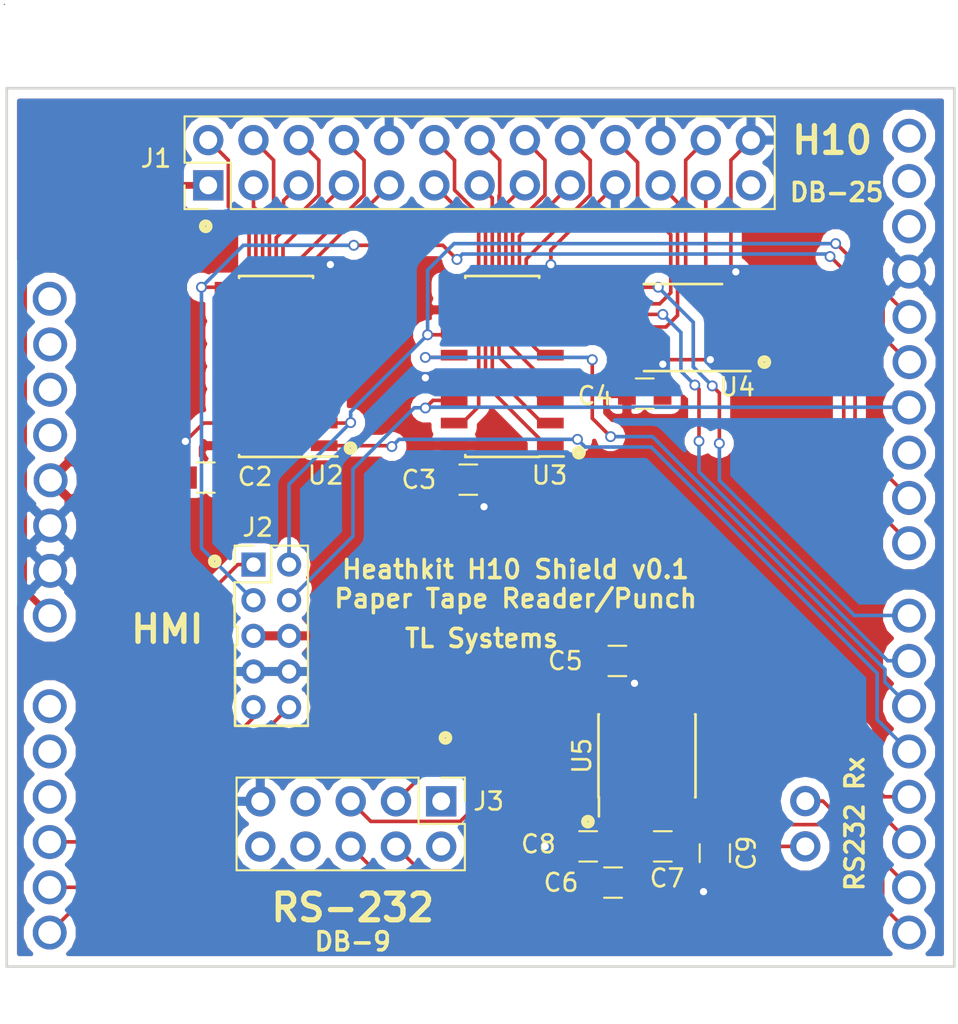
<source format=kicad_pcb>
(kicad_pcb (version 4) (host pcbnew 4.0.6)

  (general
    (links 86)
    (no_connects 0)
    (area 109.525999 80.061999 162.889001 129.488001)
    (thickness 1.6)
    (drawings 36)
    (tracks 377)
    (zones 0)
    (modules 17)
    (nets 73)
  )

  (page A4)
  (layers
    (0 F.Cu signal)
    (31 B.Cu signal)
    (32 B.Adhes user)
    (33 F.Adhes user)
    (34 B.Paste user)
    (35 F.Paste user)
    (36 B.SilkS user)
    (37 F.SilkS user)
    (38 B.Mask user)
    (39 F.Mask user)
    (40 Dwgs.User user)
    (41 Cmts.User user)
    (42 Eco1.User user)
    (43 Eco2.User user)
    (44 Edge.Cuts user)
    (45 Margin user)
    (46 B.CrtYd user)
    (47 F.CrtYd user)
    (48 B.Fab user hide)
    (49 F.Fab user hide)
  )

  (setup
    (last_trace_width 0.2032)
    (user_trace_width 0.381)
    (trace_clearance 0.1778)
    (zone_clearance 0.508)
    (zone_45_only no)
    (trace_min 0.2)
    (segment_width 0.2)
    (edge_width 0.15)
    (via_size 0.6096)
    (via_drill 0.4064)
    (via_min_size 0.4)
    (via_min_drill 0.3)
    (uvia_size 0.3)
    (uvia_drill 0.1)
    (uvias_allowed no)
    (uvia_min_size 0.2)
    (uvia_min_drill 0.1)
    (pcb_text_width 0.3)
    (pcb_text_size 1.5 1.5)
    (mod_edge_width 0.15)
    (mod_text_size 1 1)
    (mod_text_width 0.15)
    (pad_size 1.524 1.524)
    (pad_drill 0.762)
    (pad_to_mask_clearance 0.2)
    (aux_axis_origin 0 0)
    (grid_origin 112.014 91.948)
    (visible_elements 7FFFE7FF)
    (pcbplotparams
      (layerselection 0x010fc_80000001)
      (usegerberextensions false)
      (excludeedgelayer true)
      (linewidth 0.101600)
      (plotframeref false)
      (viasonmask false)
      (mode 1)
      (useauxorigin false)
      (hpglpennumber 1)
      (hpglpenspeed 20)
      (hpglpendiameter 15)
      (hpglpenoverlay 2)
      (psnegative false)
      (psa4output false)
      (plotreference true)
      (plotvalue true)
      (plotinvisibletext false)
      (padsonsilk false)
      (subtractmaskfromsilk false)
      (outputformat 1)
      (mirror false)
      (drillshape 0)
      (scaleselection 1)
      (outputdirectory gerbers))
  )

  (net 0 "")
  (net 1 /~ReaderReady)
  (net 2 /~ReaderStart)
  (net 3 /~PunchStart)
  (net 4 /~PunchReady)
  (net 5 GND)
  (net 6 /SCK)
  (net 7 /MOSI)
  (net 8 VCC)
  (net 9 /~DispRST)
  (net 10 /MISO)
  (net 11 "Net-(U1-Pad1)")
  (net 12 "Net-(U1-Pad2)")
  (net 13 "Net-(U1-Pad3)")
  (net 14 "Net-(U1-Pad4)")
  (net 15 "Net-(U1-Pad30)")
  (net 16 "Net-(U1-Pad31)")
  (net 17 "Net-(U1-Pad32)")
  (net 18 "Net-(C6-Pad1)")
  (net 19 "Net-(C6-Pad2)")
  (net 20 "Net-(C7-Pad1)")
  (net 21 "Net-(C7-Pad2)")
  (net 22 "Net-(C8-Pad1)")
  (net 23 "Net-(C9-Pad2)")
  (net 24 +12V)
  (net 25 /RD0)
  (net 26 /RD1)
  (net 27 /RD2)
  (net 28 /RD3)
  (net 29 /RD4)
  (net 30 /RD5)
  (net 31 /RD6)
  (net 32 /RD7)
  (net 33 /PD0)
  (net 34 /PD1)
  (net 35 /PD2)
  (net 36 /PD3)
  (net 37 /PD4)
  (net 38 /PD5)
  (net 39 /PD6)
  (net 40 /PD7)
  (net 41 /PunchReady)
  (net 42 "Net-(J3-Pad1)")
  (net 43 "Net-(J3-Pad2)")
  (net 44 "Net-(J3-Pad7)")
  (net 45 "Net-(J3-Pad8)")
  (net 46 "Net-(J3-Pad10)")
  (net 47 "Net-(JB1-Pad1)")
  (net 48 /PunchStart)
  (net 49 /ReaderReady)
  (net 50 /ReaderStart)
  (net 51 /RS232_TXD)
  (net 52 /RS232_CTS)
  (net 53 /RS232_RXD)
  (net 54 /RS232_RTS)
  (net 55 /Rx)
  (net 56 /CTS)
  (net 57 /Tx)
  (net 58 /RTS)
  (net 59 /PunchDataLatch)
  (net 60 /~ReadDataLoad)
  (net 61 "Net-(U2-Pad7)")
  (net 62 "Net-(U2-Pad10)")
  (net 63 "Net-(U3-Pad9)")
  (net 64 /PunchReady_)
  (net 65 "Net-(U1-Pad9)")
  (net 66 "Net-(U1-Pad10)")
  (net 67 "Net-(U1-Pad11)")
  (net 68 "Net-(U4-Pad12)")
  (net 69 "Net-(U4-Pad2)")
  (net 70 "Net-(U1-Pad25)")
  (net 71 /DispDC)
  (net 72 /DispCS)

  (net_class Default "This is the default net class."
    (clearance 0.1778)
    (trace_width 0.2032)
    (via_dia 0.6096)
    (via_drill 0.4064)
    (uvia_dia 0.3)
    (uvia_drill 0.1)
    (add_net +12V)
    (add_net /CTS)
    (add_net /DispCS)
    (add_net /DispDC)
    (add_net /MISO)
    (add_net /MOSI)
    (add_net /PD0)
    (add_net /PD1)
    (add_net /PD2)
    (add_net /PD3)
    (add_net /PD4)
    (add_net /PD5)
    (add_net /PD6)
    (add_net /PD7)
    (add_net /PunchDataLatch)
    (add_net /PunchReady)
    (add_net /PunchReady_)
    (add_net /PunchStart)
    (add_net /RD0)
    (add_net /RD1)
    (add_net /RD2)
    (add_net /RD3)
    (add_net /RD4)
    (add_net /RD5)
    (add_net /RD6)
    (add_net /RD7)
    (add_net /RS232_CTS)
    (add_net /RS232_RTS)
    (add_net /RS232_RXD)
    (add_net /RS232_TXD)
    (add_net /RTS)
    (add_net /ReaderReady)
    (add_net /ReaderStart)
    (add_net /Rx)
    (add_net /SCK)
    (add_net /Tx)
    (add_net /~DispRST)
    (add_net /~PunchReady)
    (add_net /~PunchStart)
    (add_net /~ReadDataLoad)
    (add_net /~ReaderReady)
    (add_net /~ReaderStart)
    (add_net GND)
    (add_net "Net-(C6-Pad1)")
    (add_net "Net-(C6-Pad2)")
    (add_net "Net-(C7-Pad1)")
    (add_net "Net-(C7-Pad2)")
    (add_net "Net-(C8-Pad1)")
    (add_net "Net-(C9-Pad2)")
    (add_net "Net-(J3-Pad1)")
    (add_net "Net-(J3-Pad10)")
    (add_net "Net-(J3-Pad2)")
    (add_net "Net-(J3-Pad7)")
    (add_net "Net-(J3-Pad8)")
    (add_net "Net-(JB1-Pad1)")
    (add_net "Net-(U1-Pad1)")
    (add_net "Net-(U1-Pad10)")
    (add_net "Net-(U1-Pad11)")
    (add_net "Net-(U1-Pad2)")
    (add_net "Net-(U1-Pad25)")
    (add_net "Net-(U1-Pad3)")
    (add_net "Net-(U1-Pad30)")
    (add_net "Net-(U1-Pad31)")
    (add_net "Net-(U1-Pad32)")
    (add_net "Net-(U1-Pad4)")
    (add_net "Net-(U1-Pad9)")
    (add_net "Net-(U2-Pad10)")
    (add_net "Net-(U2-Pad7)")
    (add_net "Net-(U3-Pad9)")
    (add_net "Net-(U4-Pad12)")
    (add_net "Net-(U4-Pad2)")
    (add_net VCC)
  )

  (net_class V12 ""
    (clearance 0.2032)
    (trace_width 0.381)
    (via_dia 0.6096)
    (via_drill 0.4064)
    (uvia_dia 0.3)
    (uvia_drill 0.1)
  )

  (module "H10 Controller:ArduinoShield" (layer F.Cu) (tedit 5A53AFD9) (tstamp 5A537DE8)
    (at 109.474 75.438 270)
    (path /5A37531D)
    (fp_text reference U1 (at 1.143 -1.397 360) (layer F.SilkS) hide
      (effects (font (size 1.2 1.2) (thickness 0.15)))
    )
    (fp_text value ArduinoUno (at 24.638 -25.7556 270) (layer F.Fab)
      (effects (font (size 1.2 1.2) (thickness 0.15)))
    )
    (fp_circle (center 54.61 -7.62) (end 55.3466 -9.017) (layer F.Fab) (width 0.15))
    (fp_circle (center 2.54 -2.54) (end 3.2766 -1.143) (layer F.Fab) (width 0.15))
    (fp_circle (center 3.81 -50.8) (end 4.5974 -49.4538) (layer F.Fab) (width 0.15))
    (fp_circle (center 54.61 -35.56) (end 55.2958 -34.1376) (layer F.Fab) (width 0.15))
    (fp_circle (center 54.737 -27.8892) (end 54.8894 -27.0256) (layer F.Fab) (width 0.15))
    (fp_line (start 0 -53.34) (end 0 0) (layer F.Fab) (width 0.15))
    (fp_line (start 53.086 -53.34) (end 0 -53.34) (layer F.Fab) (width 0.15))
    (fp_line (start 54.61 -51.816) (end 53.086 -53.34) (layer F.Fab) (width 0.15))
    (fp_line (start 54.61 -40.386) (end 54.61 -51.816) (layer F.Fab) (width 0.15))
    (fp_line (start 57.15 -37.846) (end 54.61 -40.386) (layer F.Fab) (width 0.15))
    (fp_line (start 57.15 -5.08) (end 57.15 -37.846) (layer F.Fab) (width 0.15))
    (fp_line (start 54.61 -2.54) (end 57.15 -5.08) (layer F.Fab) (width 0.15))
    (fp_line (start 54.61 0) (end 54.61 -2.54) (layer F.Fab) (width 0.15))
    (fp_line (start 0 0) (end 54.61 0) (layer F.Fab) (width 0.15))
    (fp_circle (center 54.737 -30.4292) (end 54.8894 -29.5656) (layer F.Fab) (width 0.15))
    (fp_circle (center 52.183657 -30.4292) (end 52.336057 -29.5656) (layer F.Fab) (width 0.15))
    (fp_circle (center 52.183657 -27.8892) (end 52.336057 -27.0256) (layer F.Fab) (width 0.15))
    (fp_circle (center 52.183657 -25.3492) (end 52.336057 -24.4856) (layer F.Fab) (width 0.15))
    (fp_circle (center 54.723657 -25.3492) (end 54.876057 -24.4856) (layer F.Fab) (width 0.15))
    (pad 1 thru_hole circle (at 16.51 -2.54 270) (size 1.905 1.905) (drill 1.27) (layers *.Cu *.Mask)
      (net 11 "Net-(U1-Pad1)"))
    (pad 2 thru_hole circle (at 19.0754 -2.5654 270) (size 1.905 1.905) (drill 1.27) (layers *.Cu *.Mask)
      (net 12 "Net-(U1-Pad2)"))
    (pad 3 thru_hole circle (at 21.6154 -2.5654 270) (size 1.905 1.905) (drill 1.27) (layers *.Cu *.Mask)
      (net 13 "Net-(U1-Pad3)"))
    (pad 4 thru_hole circle (at 24.1554 -2.5654 270) (size 1.905 1.905) (drill 1.27) (layers *.Cu *.Mask)
      (net 14 "Net-(U1-Pad4)"))
    (pad 5 thru_hole circle (at 26.6954 -2.5908 270) (size 1.905 1.905) (drill 1.27) (layers *.Cu *.Mask)
      (net 8 VCC))
    (pad 6 thru_hole circle (at 29.2354 -2.5654 270) (size 1.905 1.905) (drill 1.27) (layers *.Cu *.Mask)
      (net 5 GND))
    (pad 7 thru_hole circle (at 31.7754 -2.5654 270) (size 1.905 1.905) (drill 1.27) (layers *.Cu *.Mask)
      (net 5 GND))
    (pad 8 thru_hole circle (at 34.29 -2.54 270) (size 1.905 1.905) (drill 1.27) (layers *.Cu *.Mask)
      (net 24 +12V))
    (pad 9 thru_hole circle (at 39.37 -2.54 270) (size 1.905 1.905) (drill 1.27) (layers *.Cu *.Mask)
      (net 65 "Net-(U1-Pad9)"))
    (pad 10 thru_hole circle (at 41.91 -2.54 270) (size 1.905 1.905) (drill 1.27) (layers *.Cu *.Mask)
      (net 66 "Net-(U1-Pad10)"))
    (pad 14 thru_hole circle (at 52.07 -2.54 270) (size 1.905 1.905) (drill 1.27) (layers *.Cu *.Mask)
      (net 9 /~DispRST))
    (pad 15 thru_hole circle (at 52.07 -50.8 270) (size 1.905 1.905) (drill 1.27) (layers *.Cu *.Mask)
      (net 57 /Tx))
    (pad 13 thru_hole circle (at 49.53 -2.54 270) (size 1.905 1.905) (drill 1.27) (layers *.Cu *.Mask)
      (net 72 /DispCS))
    (pad 11 thru_hole circle (at 44.45 -2.54 270) (size 1.905 1.905) (drill 1.27) (layers *.Cu *.Mask)
      (net 67 "Net-(U1-Pad11)"))
    (pad 12 thru_hole circle (at 46.99 -2.54 270) (size 1.905 1.905) (drill 1.27) (layers *.Cu *.Mask)
      (net 71 /DispDC))
    (pad 16 thru_hole circle (at 49.53 -50.8 270) (size 1.905 1.905) (drill 1.27) (layers *.Cu *.Mask)
      (net 55 /Rx))
    (pad 17 thru_hole circle (at 46.99 -50.8 270) (size 1.905 1.905) (drill 1.27) (layers *.Cu *.Mask)
      (net 56 /CTS))
    (pad 18 thru_hole circle (at 44.45 -50.8 270) (size 1.905 1.905) (drill 1.27) (layers *.Cu *.Mask)
      (net 58 /RTS))
    (pad 19 thru_hole circle (at 41.91 -50.8 270) (size 1.905 1.905) (drill 1.27) (layers *.Cu *.Mask)
      (net 60 /~ReadDataLoad))
    (pad 20 thru_hole circle (at 39.37 -50.8 270) (size 1.905 1.905) (drill 1.27) (layers *.Cu *.Mask)
      (net 59 /PunchDataLatch))
    (pad 27 thru_hole circle (at 20.066 -50.8254 270) (size 1.905 1.905) (drill 1.27) (layers *.Cu *.Mask)
      (net 10 /MISO))
    (pad 28 thru_hole circle (at 17.526 -50.8254 270) (size 1.905 1.905) (drill 1.27) (layers *.Cu *.Mask)
      (net 6 /SCK))
    (pad 29 thru_hole circle (at 14.986 -50.8 270) (size 1.905 1.905) (drill 1.27) (layers *.Cu *.Mask)
      (net 5 GND))
    (pad 24 thru_hole circle (at 27.686 -50.8 270) (size 1.905 1.905) (drill 1.27) (layers *.Cu *.Mask)
      (net 50 /ReaderStart))
    (pad 26 thru_hole circle (at 22.606 -50.8 270) (size 1.905 1.905) (drill 1.27) (layers *.Cu *.Mask)
      (net 7 /MOSI))
    (pad 23 thru_hole circle (at 30.226 -50.8 270) (size 1.905 1.905) (drill 1.27) (layers *.Cu *.Mask)
      (net 48 /PunchStart))
    (pad 21 thru_hole circle (at 36.83 -50.8 270) (size 1.905 1.905) (drill 1.27) (layers *.Cu *.Mask)
      (net 41 /PunchReady))
    (pad 22 thru_hole circle (at 34.29 -50.8 270) (size 1.905 1.905) (drill 1.27) (layers *.Cu *.Mask)
      (net 49 /ReaderReady))
    (pad 25 thru_hole circle (at 25.146 -50.8 270) (size 1.905 1.905) (drill 1.27) (layers *.Cu *.Mask)
      (net 70 "Net-(U1-Pad25)"))
    (pad 30 thru_hole circle (at 12.446 -50.8 270) (size 1.905 1.905) (drill 1.27) (layers *.Cu *.Mask)
      (net 15 "Net-(U1-Pad30)"))
    (pad 31 thru_hole circle (at 9.906 -50.8 270) (size 1.905 1.905) (drill 1.27) (layers *.Cu *.Mask)
      (net 16 "Net-(U1-Pad31)"))
    (pad 32 thru_hole circle (at 7.366 -50.8 270) (size 1.905 1.905) (drill 1.27) (layers *.Cu *.Mask)
      (net 17 "Net-(U1-Pad32)"))
    (pad "" np_thru_hole circle (at 0 0 270) (size 0.0762 0.0762) (drill 0.0254) (layers *.Cu *.Mask))
  )

  (module "H10 Controller:Pin_Header_Straight_2x05_Pitch2.00mm" (layer F.Cu) (tedit 5A04FAF6) (tstamp 5A537D6D)
    (at 124.456249 110.852191 270)
    (descr "Through hole straight pin header, 2x05, 2.00mm pitch, double rows")
    (tags "Through hole pin header THT 2x05 2.00mm double row")
    (path /5A3766AB)
    (fp_text reference J2 (at -6.077191 0.758249 540) (layer F.SilkS)
      (effects (font (size 1 1) (thickness 0.15)))
    )
    (fp_text value CONN_02X05 (at 0.1397 3.7084 270) (layer F.Fab)
      (effects (font (size 1 1) (thickness 0.15)))
    )
    (fp_line (start 5.0546 2.032) (end 5.0546 -2.0574) (layer F.SilkS) (width 0.15))
    (fp_line (start 0.508 2.032) (end 5.0546 2.032) (layer F.SilkS) (width 0.15))
    (fp_line (start -2.9972 2.0574) (end -0.508 2.0574) (layer F.SilkS) (width 0.15))
    (fp_line (start -0.508 2.032) (end -0.508 1.905) (layer F.SilkS) (width 0.15))
    (fp_line (start -0.508 1.905) (end 0.508 1.905) (layer F.SilkS) (width 0.15))
    (fp_line (start 0.508 1.905) (end 0.508 2.032) (layer F.SilkS) (width 0.15))
    (fp_line (start -4.991831 0.998069) (end -4.991831 -2.001931) (layer F.Fab) (width 0.1))
    (fp_line (start -4.991831 -2.001931) (end 5.008169 -2.001931) (layer F.Fab) (width 0.1))
    (fp_line (start 5.008169 -2.001931) (end 5.008169 1.998069) (layer F.Fab) (width 0.1))
    (fp_line (start 5.008169 1.998069) (end -3.991831 1.998069) (layer F.Fab) (width 0.1))
    (fp_line (start -3.991831 1.998069) (end -4.991831 0.998069) (layer F.Fab) (width 0.1))
    (fp_line (start -5.051831 -2.061931) (end 5.068169 -2.061931) (layer F.SilkS) (width 0.12))
    (fp_line (start -2.991831 2.058069) (end -2.991831 -0.001931) (layer F.SilkS) (width 0.12))
    (fp_line (start -2.991831 -0.001931) (end -5.051831 -0.001931) (layer F.SilkS) (width 0.12))
    (fp_line (start -5.051831 -0.001931) (end -5.051831 -2.061931) (layer F.SilkS) (width 0.12))
    (fp_line (start -3.991831 2.058069) (end -5.051831 2.058069) (layer F.SilkS) (width 0.12))
    (fp_line (start -5.051831 2.058069) (end -5.051831 0.998069) (layer F.SilkS) (width 0.12))
    (fp_line (start -5.491831 2.498069) (end 5.508169 2.498069) (layer F.CrtYd) (width 0.05))
    (fp_line (start 5.508169 2.498069) (end 5.508169 -2.501931) (layer F.CrtYd) (width 0.05))
    (fp_line (start 5.508169 -2.501931) (end -5.491831 -2.501931) (layer F.CrtYd) (width 0.05))
    (fp_line (start -5.491831 -2.501931) (end -5.491831 2.498069) (layer F.CrtYd) (width 0.05))
    (fp_text user %R (at 0.008169 -0.001931 450) (layer F.Fab)
      (effects (font (size 1 1) (thickness 0.15)))
    )
    (pad 1 thru_hole rect (at -3.991831 0.998069) (size 1.35 1.35) (drill 0.8) (layers *.Cu *.Mask)
      (net 71 /DispDC))
    (pad 2 thru_hole oval (at -3.991831 -1.001931) (size 1.35 1.35) (drill 0.8) (layers *.Cu *.Mask)
      (net 6 /SCK))
    (pad 3 thru_hole oval (at -1.991831 0.998069) (size 1.35 1.35) (drill 0.8) (layers *.Cu *.Mask)
      (net 10 /MISO))
    (pad 4 thru_hole oval (at -1.991831 -1.001931) (size 1.35 1.35) (drill 0.8) (layers *.Cu *.Mask)
      (net 7 /MOSI))
    (pad 5 thru_hole oval (at 0.008169 0.998069) (size 1.35 1.35) (drill 0.8) (layers *.Cu *.Mask)
      (net 8 VCC))
    (pad 6 thru_hole oval (at 0.008169 -1.001931) (size 1.35 1.35) (drill 0.8) (layers *.Cu *.Mask)
      (net 8 VCC))
    (pad 7 thru_hole oval (at 2.008169 0.998069) (size 1.35 1.35) (drill 0.8) (layers *.Cu *.Mask)
      (net 5 GND))
    (pad 8 thru_hole oval (at 2.008169 -1.001931) (size 1.35 1.35) (drill 0.8) (layers *.Cu *.Mask)
      (net 5 GND))
    (pad 9 thru_hole oval (at 4.008169 0.998069) (size 1.35 1.35) (drill 0.8) (layers *.Cu *.Mask)
      (net 72 /DispCS))
    (pad 10 thru_hole oval (at 4.008169 -1.001931) (size 1.35 1.35) (drill 0.8) (layers *.Cu *.Mask)
      (net 9 /~DispRST))
    (model D:/Apps/ioProto16/ioProto16/ioProto16.pretty/Pin_Header_Straight_2x5_Pitch2.00mm.wrl
      (at (xyz 0 0 0))
      (scale (xyz 0.4 0.4 0.4))
      (rotate (xyz -90 0 0))
    )
  )

  (module "H10 Controller:C_0805" (layer F.Cu) (tedit 58AA8463) (tstamp 5A537CA2)
    (at 120.777 101.981 180)
    (descr "Capacitor SMD 0805, reflow soldering, AVX (see smccp.pdf)")
    (tags "capacitor 0805")
    (path /5A3A53E2)
    (attr smd)
    (fp_text reference C2 (at -2.7686 0.0508 180) (layer F.SilkS)
      (effects (font (size 1 1) (thickness 0.15)))
    )
    (fp_text value 0.1uF (at 0 1.75 180) (layer F.Fab)
      (effects (font (size 1 1) (thickness 0.15)))
    )
    (fp_text user %R (at 0 -1.5 180) (layer F.Fab)
      (effects (font (size 1 1) (thickness 0.15)))
    )
    (fp_line (start -1 0.62) (end -1 -0.62) (layer F.Fab) (width 0.1))
    (fp_line (start 1 0.62) (end -1 0.62) (layer F.Fab) (width 0.1))
    (fp_line (start 1 -0.62) (end 1 0.62) (layer F.Fab) (width 0.1))
    (fp_line (start -1 -0.62) (end 1 -0.62) (layer F.Fab) (width 0.1))
    (fp_line (start 0.5 -0.85) (end -0.5 -0.85) (layer F.SilkS) (width 0.12))
    (fp_line (start -0.5 0.85) (end 0.5 0.85) (layer F.SilkS) (width 0.12))
    (fp_line (start -1.75 -0.88) (end 1.75 -0.88) (layer F.CrtYd) (width 0.05))
    (fp_line (start -1.75 -0.88) (end -1.75 0.87) (layer F.CrtYd) (width 0.05))
    (fp_line (start 1.75 0.87) (end 1.75 -0.88) (layer F.CrtYd) (width 0.05))
    (fp_line (start 1.75 0.87) (end -1.75 0.87) (layer F.CrtYd) (width 0.05))
    (pad 1 smd rect (at -1 0 180) (size 1 1.25) (layers F.Cu F.Paste F.Mask)
      (net 8 VCC))
    (pad 2 smd rect (at 1 0 180) (size 1 1.25) (layers F.Cu F.Paste F.Mask)
      (net 5 GND))
    (model Capacitors_SMD.3dshapes/C_0805.wrl
      (at (xyz 0 0 0))
      (scale (xyz 1 1 1))
      (rotate (xyz 0 0 0))
    )
  )

  (module "H10 Controller:C_0805" (layer F.Cu) (tedit 58AA8463) (tstamp 5A537CB3)
    (at 135.52318 102.09736)
    (descr "Capacitor SMD 0805, reflow soldering, AVX (see smccp.pdf)")
    (tags "capacitor 0805")
    (path /5A3A5414)
    (attr smd)
    (fp_text reference C3 (at -2.778 0 180) (layer F.SilkS)
      (effects (font (size 1 1) (thickness 0.15)))
    )
    (fp_text value 0.1uF (at 0 1.75) (layer F.Fab)
      (effects (font (size 1 1) (thickness 0.15)))
    )
    (fp_text user %R (at 0 -1.5) (layer F.Fab)
      (effects (font (size 1 1) (thickness 0.15)))
    )
    (fp_line (start -1 0.62) (end -1 -0.62) (layer F.Fab) (width 0.1))
    (fp_line (start 1 0.62) (end -1 0.62) (layer F.Fab) (width 0.1))
    (fp_line (start 1 -0.62) (end 1 0.62) (layer F.Fab) (width 0.1))
    (fp_line (start -1 -0.62) (end 1 -0.62) (layer F.Fab) (width 0.1))
    (fp_line (start 0.5 -0.85) (end -0.5 -0.85) (layer F.SilkS) (width 0.12))
    (fp_line (start -0.5 0.85) (end 0.5 0.85) (layer F.SilkS) (width 0.12))
    (fp_line (start -1.75 -0.88) (end 1.75 -0.88) (layer F.CrtYd) (width 0.05))
    (fp_line (start -1.75 -0.88) (end -1.75 0.87) (layer F.CrtYd) (width 0.05))
    (fp_line (start 1.75 0.87) (end 1.75 -0.88) (layer F.CrtYd) (width 0.05))
    (fp_line (start 1.75 0.87) (end -1.75 0.87) (layer F.CrtYd) (width 0.05))
    (pad 1 smd rect (at -1 0) (size 1 1.25) (layers F.Cu F.Paste F.Mask)
      (net 8 VCC))
    (pad 2 smd rect (at 1 0) (size 1 1.25) (layers F.Cu F.Paste F.Mask)
      (net 5 GND))
    (model Capacitors_SMD.3dshapes/C_0805.wrl
      (at (xyz 0 0 0))
      (scale (xyz 1 1 1))
      (rotate (xyz 0 0 0))
    )
  )

  (module "H10 Controller:C_0805" (layer F.Cu) (tedit 58AA8463) (tstamp 5A537CC4)
    (at 145.42918 97.27136)
    (descr "Capacitor SMD 0805, reflow soldering, AVX (see smccp.pdf)")
    (tags "capacitor 0805")
    (path /5A3A544B)
    (attr smd)
    (fp_text reference C4 (at -2.794 0.127) (layer F.SilkS)
      (effects (font (size 1 1) (thickness 0.15)))
    )
    (fp_text value 0.1uF (at 0 1.75) (layer F.Fab)
      (effects (font (size 1 1) (thickness 0.15)))
    )
    (fp_text user %R (at 0 -1.5) (layer F.Fab)
      (effects (font (size 1 1) (thickness 0.15)))
    )
    (fp_line (start -1 0.62) (end -1 -0.62) (layer F.Fab) (width 0.1))
    (fp_line (start 1 0.62) (end -1 0.62) (layer F.Fab) (width 0.1))
    (fp_line (start 1 -0.62) (end 1 0.62) (layer F.Fab) (width 0.1))
    (fp_line (start -1 -0.62) (end 1 -0.62) (layer F.Fab) (width 0.1))
    (fp_line (start 0.5 -0.85) (end -0.5 -0.85) (layer F.SilkS) (width 0.12))
    (fp_line (start -0.5 0.85) (end 0.5 0.85) (layer F.SilkS) (width 0.12))
    (fp_line (start -1.75 -0.88) (end 1.75 -0.88) (layer F.CrtYd) (width 0.05))
    (fp_line (start -1.75 -0.88) (end -1.75 0.87) (layer F.CrtYd) (width 0.05))
    (fp_line (start 1.75 0.87) (end 1.75 -0.88) (layer F.CrtYd) (width 0.05))
    (fp_line (start 1.75 0.87) (end -1.75 0.87) (layer F.CrtYd) (width 0.05))
    (pad 1 smd rect (at -1 0) (size 1 1.25) (layers F.Cu F.Paste F.Mask)
      (net 8 VCC))
    (pad 2 smd rect (at 1 0) (size 1 1.25) (layers F.Cu F.Paste F.Mask)
      (net 5 GND))
    (model Capacitors_SMD.3dshapes/C_0805.wrl
      (at (xyz 0 0 0))
      (scale (xyz 1 1 1))
      (rotate (xyz 0 0 0))
    )
  )

  (module "H10 Controller:C_0805" (layer F.Cu) (tedit 58AA8463) (tstamp 5A537CD5)
    (at 143.891 112.268)
    (descr "Capacitor SMD 0805, reflow soldering, AVX (see smccp.pdf)")
    (tags "capacitor 0805")
    (path /5A3A5479)
    (attr smd)
    (fp_text reference C5 (at -2.921 0) (layer F.SilkS)
      (effects (font (size 1 1) (thickness 0.15)))
    )
    (fp_text value 0.1uF (at 0 1.75) (layer F.Fab)
      (effects (font (size 1 1) (thickness 0.15)))
    )
    (fp_text user %R (at 0 -1.5) (layer F.Fab)
      (effects (font (size 1 1) (thickness 0.15)))
    )
    (fp_line (start -1 0.62) (end -1 -0.62) (layer F.Fab) (width 0.1))
    (fp_line (start 1 0.62) (end -1 0.62) (layer F.Fab) (width 0.1))
    (fp_line (start 1 -0.62) (end 1 0.62) (layer F.Fab) (width 0.1))
    (fp_line (start -1 -0.62) (end 1 -0.62) (layer F.Fab) (width 0.1))
    (fp_line (start 0.5 -0.85) (end -0.5 -0.85) (layer F.SilkS) (width 0.12))
    (fp_line (start -0.5 0.85) (end 0.5 0.85) (layer F.SilkS) (width 0.12))
    (fp_line (start -1.75 -0.88) (end 1.75 -0.88) (layer F.CrtYd) (width 0.05))
    (fp_line (start -1.75 -0.88) (end -1.75 0.87) (layer F.CrtYd) (width 0.05))
    (fp_line (start 1.75 0.87) (end 1.75 -0.88) (layer F.CrtYd) (width 0.05))
    (fp_line (start 1.75 0.87) (end -1.75 0.87) (layer F.CrtYd) (width 0.05))
    (pad 1 smd rect (at -1 0) (size 1 1.25) (layers F.Cu F.Paste F.Mask)
      (net 8 VCC))
    (pad 2 smd rect (at 1 0) (size 1 1.25) (layers F.Cu F.Paste F.Mask)
      (net 5 GND))
    (model Capacitors_SMD.3dshapes/C_0805.wrl
      (at (xyz 0 0 0))
      (scale (xyz 1 1 1))
      (rotate (xyz 0 0 0))
    )
  )

  (module "H10 Controller:C_0805" (layer F.Cu) (tedit 58AA8463) (tstamp 5A537CE6)
    (at 143.65118 124.70336)
    (descr "Capacitor SMD 0805, reflow soldering, AVX (see smccp.pdf)")
    (tags "capacitor 0805")
    (path /5A39C23D)
    (attr smd)
    (fp_text reference C6 (at -2.921 0) (layer F.SilkS)
      (effects (font (size 1 1) (thickness 0.15)))
    )
    (fp_text value 0.1uF (at 0 1.75) (layer F.Fab)
      (effects (font (size 1 1) (thickness 0.15)))
    )
    (fp_text user %R (at 0 -1.5) (layer F.Fab)
      (effects (font (size 1 1) (thickness 0.15)))
    )
    (fp_line (start -1 0.62) (end -1 -0.62) (layer F.Fab) (width 0.1))
    (fp_line (start 1 0.62) (end -1 0.62) (layer F.Fab) (width 0.1))
    (fp_line (start 1 -0.62) (end 1 0.62) (layer F.Fab) (width 0.1))
    (fp_line (start -1 -0.62) (end 1 -0.62) (layer F.Fab) (width 0.1))
    (fp_line (start 0.5 -0.85) (end -0.5 -0.85) (layer F.SilkS) (width 0.12))
    (fp_line (start -0.5 0.85) (end 0.5 0.85) (layer F.SilkS) (width 0.12))
    (fp_line (start -1.75 -0.88) (end 1.75 -0.88) (layer F.CrtYd) (width 0.05))
    (fp_line (start -1.75 -0.88) (end -1.75 0.87) (layer F.CrtYd) (width 0.05))
    (fp_line (start 1.75 0.87) (end 1.75 -0.88) (layer F.CrtYd) (width 0.05))
    (fp_line (start 1.75 0.87) (end -1.75 0.87) (layer F.CrtYd) (width 0.05))
    (pad 1 smd rect (at -1 0) (size 1 1.25) (layers F.Cu F.Paste F.Mask)
      (net 18 "Net-(C6-Pad1)"))
    (pad 2 smd rect (at 1 0) (size 1 1.25) (layers F.Cu F.Paste F.Mask)
      (net 19 "Net-(C6-Pad2)"))
    (model Capacitors_SMD.3dshapes/C_0805.wrl
      (at (xyz 0 0 0))
      (scale (xyz 1 1 1))
      (rotate (xyz 0 0 0))
    )
  )

  (module "H10 Controller:C_0805" (layer F.Cu) (tedit 58AA8463) (tstamp 5A537CF7)
    (at 146.44518 122.67136)
    (descr "Capacitor SMD 0805, reflow soldering, AVX (see smccp.pdf)")
    (tags "capacitor 0805")
    (path /5A39E3A7)
    (attr smd)
    (fp_text reference C7 (at 0.23982 1.78864) (layer F.SilkS)
      (effects (font (size 1 1) (thickness 0.15)))
    )
    (fp_text value 0.1uF (at 0 1.75) (layer F.Fab)
      (effects (font (size 1 1) (thickness 0.15)))
    )
    (fp_text user %R (at 0 -1.5) (layer F.Fab)
      (effects (font (size 1 1) (thickness 0.15)))
    )
    (fp_line (start -1 0.62) (end -1 -0.62) (layer F.Fab) (width 0.1))
    (fp_line (start 1 0.62) (end -1 0.62) (layer F.Fab) (width 0.1))
    (fp_line (start 1 -0.62) (end 1 0.62) (layer F.Fab) (width 0.1))
    (fp_line (start -1 -0.62) (end 1 -0.62) (layer F.Fab) (width 0.1))
    (fp_line (start 0.5 -0.85) (end -0.5 -0.85) (layer F.SilkS) (width 0.12))
    (fp_line (start -0.5 0.85) (end 0.5 0.85) (layer F.SilkS) (width 0.12))
    (fp_line (start -1.75 -0.88) (end 1.75 -0.88) (layer F.CrtYd) (width 0.05))
    (fp_line (start -1.75 -0.88) (end -1.75 0.87) (layer F.CrtYd) (width 0.05))
    (fp_line (start 1.75 0.87) (end 1.75 -0.88) (layer F.CrtYd) (width 0.05))
    (fp_line (start 1.75 0.87) (end -1.75 0.87) (layer F.CrtYd) (width 0.05))
    (pad 1 smd rect (at -1 0) (size 1 1.25) (layers F.Cu F.Paste F.Mask)
      (net 20 "Net-(C7-Pad1)"))
    (pad 2 smd rect (at 1 0) (size 1 1.25) (layers F.Cu F.Paste F.Mask)
      (net 21 "Net-(C7-Pad2)"))
    (model Capacitors_SMD.3dshapes/C_0805.wrl
      (at (xyz 0 0 0))
      (scale (xyz 1 1 1))
      (rotate (xyz 0 0 0))
    )
  )

  (module "H10 Controller:C_0805" (layer F.Cu) (tedit 58AA8463) (tstamp 5A537D08)
    (at 142.25418 122.67136 180)
    (descr "Capacitor SMD 0805, reflow soldering, AVX (see smccp.pdf)")
    (tags "capacitor 0805")
    (path /5A39E3EB)
    (attr smd)
    (fp_text reference C8 (at 2.794 0.127 180) (layer F.SilkS)
      (effects (font (size 1 1) (thickness 0.15)))
    )
    (fp_text value 0.1uF (at 0 1.75 180) (layer F.Fab)
      (effects (font (size 1 1) (thickness 0.15)))
    )
    (fp_text user %R (at 0 -1.5 180) (layer F.Fab)
      (effects (font (size 1 1) (thickness 0.15)))
    )
    (fp_line (start -1 0.62) (end -1 -0.62) (layer F.Fab) (width 0.1))
    (fp_line (start 1 0.62) (end -1 0.62) (layer F.Fab) (width 0.1))
    (fp_line (start 1 -0.62) (end 1 0.62) (layer F.Fab) (width 0.1))
    (fp_line (start -1 -0.62) (end 1 -0.62) (layer F.Fab) (width 0.1))
    (fp_line (start 0.5 -0.85) (end -0.5 -0.85) (layer F.SilkS) (width 0.12))
    (fp_line (start -0.5 0.85) (end 0.5 0.85) (layer F.SilkS) (width 0.12))
    (fp_line (start -1.75 -0.88) (end 1.75 -0.88) (layer F.CrtYd) (width 0.05))
    (fp_line (start -1.75 -0.88) (end -1.75 0.87) (layer F.CrtYd) (width 0.05))
    (fp_line (start 1.75 0.87) (end 1.75 -0.88) (layer F.CrtYd) (width 0.05))
    (fp_line (start 1.75 0.87) (end -1.75 0.87) (layer F.CrtYd) (width 0.05))
    (pad 1 smd rect (at -1 0 180) (size 1 1.25) (layers F.Cu F.Paste F.Mask)
      (net 22 "Net-(C8-Pad1)"))
    (pad 2 smd rect (at 1 0 180) (size 1 1.25) (layers F.Cu F.Paste F.Mask)
      (net 5 GND))
    (model Capacitors_SMD.3dshapes/C_0805.wrl
      (at (xyz 0 0 0))
      (scale (xyz 1 1 1))
      (rotate (xyz 0 0 0))
    )
  )

  (module "H10 Controller:C_0805" (layer F.Cu) (tedit 58AA8463) (tstamp 5A537D19)
    (at 149.36618 123.05236 90)
    (descr "Capacitor SMD 0805, reflow soldering, AVX (see smccp.pdf)")
    (tags "capacitor 0805")
    (path /5A39E438)
    (attr smd)
    (fp_text reference C9 (at 0 1.778 90) (layer F.SilkS)
      (effects (font (size 1 1) (thickness 0.15)))
    )
    (fp_text value 0.1uF (at 0 1.75 90) (layer F.Fab)
      (effects (font (size 1 1) (thickness 0.15)))
    )
    (fp_text user %R (at 0 -1.5 90) (layer F.Fab)
      (effects (font (size 1 1) (thickness 0.15)))
    )
    (fp_line (start -1 0.62) (end -1 -0.62) (layer F.Fab) (width 0.1))
    (fp_line (start 1 0.62) (end -1 0.62) (layer F.Fab) (width 0.1))
    (fp_line (start 1 -0.62) (end 1 0.62) (layer F.Fab) (width 0.1))
    (fp_line (start -1 -0.62) (end 1 -0.62) (layer F.Fab) (width 0.1))
    (fp_line (start 0.5 -0.85) (end -0.5 -0.85) (layer F.SilkS) (width 0.12))
    (fp_line (start -0.5 0.85) (end 0.5 0.85) (layer F.SilkS) (width 0.12))
    (fp_line (start -1.75 -0.88) (end 1.75 -0.88) (layer F.CrtYd) (width 0.05))
    (fp_line (start -1.75 -0.88) (end -1.75 0.87) (layer F.CrtYd) (width 0.05))
    (fp_line (start 1.75 0.87) (end 1.75 -0.88) (layer F.CrtYd) (width 0.05))
    (fp_line (start 1.75 0.87) (end -1.75 0.87) (layer F.CrtYd) (width 0.05))
    (pad 1 smd rect (at -1 0 90) (size 1 1.25) (layers F.Cu F.Paste F.Mask)
      (net 5 GND))
    (pad 2 smd rect (at 1 0 90) (size 1 1.25) (layers F.Cu F.Paste F.Mask)
      (net 23 "Net-(C9-Pad2)"))
    (model Capacitors_SMD.3dshapes/C_0805.wrl
      (at (xyz 0 0 0))
      (scale (xyz 1 1 1))
      (rotate (xyz 0 0 0))
    )
  )

  (module "H10 Controller:Pin_Header_Straight_2x13_Pitch2.54mm" (layer F.Cu) (tedit 59650532) (tstamp 5A537D49)
    (at 120.91818 85.58736 90)
    (descr "Through hole straight pin header, 2x13, 2.54mm pitch, double rows")
    (tags "Through hole pin header THT 2x13 2.54mm double row")
    (path /5A39A24C)
    (fp_text reference J1 (at 1.51336 -2.93518 180) (layer F.SilkS)
      (effects (font (size 1 1) (thickness 0.15)))
    )
    (fp_text value CONN_02X13 (at 1.27 32.81 90) (layer F.Fab)
      (effects (font (size 1 1) (thickness 0.15)))
    )
    (fp_line (start 0 -1.27) (end 3.81 -1.27) (layer F.Fab) (width 0.1))
    (fp_line (start 3.81 -1.27) (end 3.81 31.75) (layer F.Fab) (width 0.1))
    (fp_line (start 3.81 31.75) (end -1.27 31.75) (layer F.Fab) (width 0.1))
    (fp_line (start -1.27 31.75) (end -1.27 0) (layer F.Fab) (width 0.1))
    (fp_line (start -1.27 0) (end 0 -1.27) (layer F.Fab) (width 0.1))
    (fp_line (start -1.33 31.81) (end 3.87 31.81) (layer F.SilkS) (width 0.12))
    (fp_line (start -1.33 1.27) (end -1.33 31.81) (layer F.SilkS) (width 0.12))
    (fp_line (start 3.87 -1.33) (end 3.87 31.81) (layer F.SilkS) (width 0.12))
    (fp_line (start -1.33 1.27) (end 1.27 1.27) (layer F.SilkS) (width 0.12))
    (fp_line (start 1.27 1.27) (end 1.27 -1.33) (layer F.SilkS) (width 0.12))
    (fp_line (start 1.27 -1.33) (end 3.87 -1.33) (layer F.SilkS) (width 0.12))
    (fp_line (start -1.33 0) (end -1.33 -1.33) (layer F.SilkS) (width 0.12))
    (fp_line (start -1.33 -1.33) (end 0 -1.33) (layer F.SilkS) (width 0.12))
    (fp_line (start -1.8 -1.8) (end -1.8 32.25) (layer F.CrtYd) (width 0.05))
    (fp_line (start -1.8 32.25) (end 4.35 32.25) (layer F.CrtYd) (width 0.05))
    (fp_line (start 4.35 32.25) (end 4.35 -1.8) (layer F.CrtYd) (width 0.05))
    (fp_line (start 4.35 -1.8) (end -1.8 -1.8) (layer F.CrtYd) (width 0.05))
    (fp_text user %R (at 1.27 15.24 180) (layer F.Fab)
      (effects (font (size 1 1) (thickness 0.15)))
    )
    (pad 1 thru_hole rect (at 0 0 90) (size 1.7 1.7) (drill 1) (layers *.Cu *.Mask)
      (net 24 +12V))
    (pad 2 thru_hole oval (at 2.54 0 90) (size 1.7 1.7) (drill 1) (layers *.Cu *.Mask)
      (net 25 /RD0))
    (pad 3 thru_hole oval (at 0 2.54 90) (size 1.7 1.7) (drill 1) (layers *.Cu *.Mask)
      (net 26 /RD1))
    (pad 4 thru_hole oval (at 2.54 2.54 90) (size 1.7 1.7) (drill 1) (layers *.Cu *.Mask)
      (net 27 /RD2))
    (pad 5 thru_hole oval (at 0 5.08 90) (size 1.7 1.7) (drill 1) (layers *.Cu *.Mask)
      (net 28 /RD3))
    (pad 6 thru_hole oval (at 2.54 5.08 90) (size 1.7 1.7) (drill 1) (layers *.Cu *.Mask)
      (net 29 /RD4))
    (pad 7 thru_hole oval (at 0 7.62 90) (size 1.7 1.7) (drill 1) (layers *.Cu *.Mask)
      (net 30 /RD5))
    (pad 8 thru_hole oval (at 2.54 7.62 90) (size 1.7 1.7) (drill 1) (layers *.Cu *.Mask)
      (net 31 /RD6))
    (pad 9 thru_hole oval (at 0 10.16 90) (size 1.7 1.7) (drill 1) (layers *.Cu *.Mask)
      (net 32 /RD7))
    (pad 10 thru_hole oval (at 2.54 10.16 90) (size 1.7 1.7) (drill 1) (layers *.Cu *.Mask)
      (net 5 GND))
    (pad 11 thru_hole oval (at 0 12.7 90) (size 1.7 1.7) (drill 1) (layers *.Cu *.Mask)
      (net 33 /PD0))
    (pad 12 thru_hole oval (at 2.54 12.7 90) (size 1.7 1.7) (drill 1) (layers *.Cu *.Mask)
      (net 34 /PD1))
    (pad 13 thru_hole oval (at 0 15.24 90) (size 1.7 1.7) (drill 1) (layers *.Cu *.Mask)
      (net 35 /PD2))
    (pad 14 thru_hole oval (at 2.54 15.24 90) (size 1.7 1.7) (drill 1) (layers *.Cu *.Mask)
      (net 36 /PD3))
    (pad 15 thru_hole oval (at 0 17.78 90) (size 1.7 1.7) (drill 1) (layers *.Cu *.Mask)
      (net 37 /PD4))
    (pad 16 thru_hole oval (at 2.54 17.78 90) (size 1.7 1.7) (drill 1) (layers *.Cu *.Mask)
      (net 38 /PD5))
    (pad 17 thru_hole oval (at 0 20.32 90) (size 1.7 1.7) (drill 1) (layers *.Cu *.Mask)
      (net 39 /PD6))
    (pad 18 thru_hole oval (at 2.54 20.32 90) (size 1.7 1.7) (drill 1) (layers *.Cu *.Mask)
      (net 40 /PD7))
    (pad 19 thru_hole oval (at 0 22.86 90) (size 1.7 1.7) (drill 1) (layers *.Cu *.Mask)
      (net 5 GND))
    (pad 20 thru_hole oval (at 2.54 22.86 90) (size 1.7 1.7) (drill 1) (layers *.Cu *.Mask)
      (net 1 /~ReaderReady))
    (pad 21 thru_hole oval (at 0 25.4 90) (size 1.7 1.7) (drill 1) (layers *.Cu *.Mask)
      (net 4 /~PunchReady))
    (pad 22 thru_hole oval (at 2.54 25.4 90) (size 1.7 1.7) (drill 1) (layers *.Cu *.Mask)
      (net 5 GND))
    (pad 23 thru_hole oval (at 0 27.94 90) (size 1.7 1.7) (drill 1) (layers *.Cu *.Mask)
      (net 2 /~ReaderStart))
    (pad 24 thru_hole oval (at 2.54 27.94 90) (size 1.7 1.7) (drill 1) (layers *.Cu *.Mask)
      (net 3 /~PunchStart))
    (pad 25 thru_hole oval (at 0 30.48 90) (size 1.7 1.7) (drill 1) (layers *.Cu *.Mask)
      (net 64 /PunchReady_))
    (pad 26 thru_hole oval (at 2.54 30.48 90) (size 1.7 1.7) (drill 1) (layers *.Cu *.Mask)
      (net 5 GND))
    (model ${KISYS3DMOD}/Pin_Headers.3dshapes/Pin_Header_Straight_2x13_Pitch2.54mm.wrl
      (at (xyz 0 0 0))
      (scale (xyz 1 1 1))
      (rotate (xyz 0 0 0))
    )
  )

  (module "H10 Controller:Pin_Header_Straight_2x05_Pitch2.54mm" (layer F.Cu) (tedit 59650532) (tstamp 5A537D8D)
    (at 133.99918 120.142 270)
    (descr "Through hole straight pin header, 2x05, 2.54mm pitch, double rows")
    (tags "Through hole pin header THT 2x05 2.54mm double row")
    (path /5A39A441)
    (fp_text reference J3 (at 0 -2.667 540) (layer F.SilkS)
      (effects (font (size 1 1) (thickness 0.15)))
    )
    (fp_text value CONN_02X05 (at 1.27 12.49 270) (layer F.Fab)
      (effects (font (size 1 1) (thickness 0.15)))
    )
    (fp_line (start 0 -1.27) (end 3.81 -1.27) (layer F.Fab) (width 0.1))
    (fp_line (start 3.81 -1.27) (end 3.81 11.43) (layer F.Fab) (width 0.1))
    (fp_line (start 3.81 11.43) (end -1.27 11.43) (layer F.Fab) (width 0.1))
    (fp_line (start -1.27 11.43) (end -1.27 0) (layer F.Fab) (width 0.1))
    (fp_line (start -1.27 0) (end 0 -1.27) (layer F.Fab) (width 0.1))
    (fp_line (start -1.33 11.49) (end 3.87 11.49) (layer F.SilkS) (width 0.12))
    (fp_line (start -1.33 1.27) (end -1.33 11.49) (layer F.SilkS) (width 0.12))
    (fp_line (start 3.87 -1.33) (end 3.87 11.49) (layer F.SilkS) (width 0.12))
    (fp_line (start -1.33 1.27) (end 1.27 1.27) (layer F.SilkS) (width 0.12))
    (fp_line (start 1.27 1.27) (end 1.27 -1.33) (layer F.SilkS) (width 0.12))
    (fp_line (start 1.27 -1.33) (end 3.87 -1.33) (layer F.SilkS) (width 0.12))
    (fp_line (start -1.33 0) (end -1.33 -1.33) (layer F.SilkS) (width 0.12))
    (fp_line (start -1.33 -1.33) (end 0 -1.33) (layer F.SilkS) (width 0.12))
    (fp_line (start -1.8 -1.8) (end -1.8 11.95) (layer F.CrtYd) (width 0.05))
    (fp_line (start -1.8 11.95) (end 4.35 11.95) (layer F.CrtYd) (width 0.05))
    (fp_line (start 4.35 11.95) (end 4.35 -1.8) (layer F.CrtYd) (width 0.05))
    (fp_line (start 4.35 -1.8) (end -1.8 -1.8) (layer F.CrtYd) (width 0.05))
    (fp_text user %R (at 1.27 5.08 360) (layer F.Fab)
      (effects (font (size 1 1) (thickness 0.15)))
    )
    (pad 1 thru_hole rect (at 0 0 270) (size 1.7 1.7) (drill 1) (layers *.Cu *.Mask)
      (net 42 "Net-(J3-Pad1)"))
    (pad 2 thru_hole oval (at 2.54 0 270) (size 1.7 1.7) (drill 1) (layers *.Cu *.Mask)
      (net 43 "Net-(J3-Pad2)"))
    (pad 3 thru_hole oval (at 0 2.54 270) (size 1.7 1.7) (drill 1) (layers *.Cu *.Mask)
      (net 51 /RS232_TXD))
    (pad 4 thru_hole oval (at 2.54 2.54 270) (size 1.7 1.7) (drill 1) (layers *.Cu *.Mask)
      (net 52 /RS232_CTS))
    (pad 5 thru_hole oval (at 0 5.08 270) (size 1.7 1.7) (drill 1) (layers *.Cu *.Mask)
      (net 53 /RS232_RXD))
    (pad 6 thru_hole oval (at 2.54 5.08 270) (size 1.7 1.7) (drill 1) (layers *.Cu *.Mask)
      (net 54 /RS232_RTS))
    (pad 7 thru_hole oval (at 0 7.62 270) (size 1.7 1.7) (drill 1) (layers *.Cu *.Mask)
      (net 44 "Net-(J3-Pad7)"))
    (pad 8 thru_hole oval (at 2.54 7.62 270) (size 1.7 1.7) (drill 1) (layers *.Cu *.Mask)
      (net 45 "Net-(J3-Pad8)"))
    (pad 9 thru_hole oval (at 0 10.16 270) (size 1.7 1.7) (drill 1) (layers *.Cu *.Mask)
      (net 5 GND))
    (pad 10 thru_hole oval (at 2.54 10.16 270) (size 1.7 1.7) (drill 1) (layers *.Cu *.Mask)
      (net 46 "Net-(J3-Pad10)"))
    (model ${KISYS3DMOD}/Pin_Headers.3dshapes/Pin_Header_Straight_2x05_Pitch2.54mm.wrl
      (at (xyz 0 0 0))
      (scale (xyz 1 1 1))
      (rotate (xyz 0 0 0))
    )
  )

  (module "H10 Controller:Jumper_Block_1x02_2.54mm" (layer F.Cu) (tedit 5A53B3A5) (tstamp 5A537DB0)
    (at 154.422985 121.407573 90)
    (descr "Through hole straight pin header, 1x02, 2.54mm pitch, single row")
    (tags "Through hole pin header THT 1x02 2.54mm single row")
    (path /5A3A8979)
    (fp_text reference JB1 (at 0.122573 0.009015 180) (layer F.SilkS) hide
      (effects (font (size 1.016 1.016) (thickness 0.1524)))
    )
    (fp_text value JumperBlock_2-Pin (at 0.0254 3.175 90) (layer F.Fab)
      (effects (font (size 1.016 1.016) (thickness 0.1524)))
    )
    (fp_line (start -3.063787 1.823195) (end 3.086213 1.823195) (layer F.CrtYd) (width 0.05))
    (fp_line (start 3.086213 1.823195) (end 3.086213 -1.776805) (layer F.CrtYd) (width 0.05))
    (fp_line (start 3.086213 -1.776805) (end -3.063787 -1.776805) (layer F.CrtYd) (width 0.05))
    (fp_line (start -3.063787 -1.776805) (end -3.063787 1.823195) (layer F.CrtYd) (width 0.05))
    (pad 1 thru_hole circle (at -1.263787 0.023195 180) (size 1.7 1.7) (drill 1) (layers *.Cu *.Mask)
      (net 47 "Net-(JB1-Pad1)"))
    (pad 2 thru_hole oval (at 1.276213 0.023195 180) (size 1.7 1.7) (drill 1) (layers *.Cu *.Mask)
      (net 55 /Rx))
    (model ${KISYS3DMOD}/Pin_Headers.3dshapes/Pin_Header_Straight_1x02_Pitch2.54mm.wrl
      (at (xyz 0 0 0))
      (scale (xyz 1 1 1))
      (rotate (xyz 0 0 0))
    )
  )

  (module "H10 Controller:SOIC-16_3.9x9.9mm_Pitch1.27mm" (layer F.Cu) (tedit 58CC8F64) (tstamp 5A537E0D)
    (at 124.72818 95.74736 180)
    (descr "16-Lead Plastic Small Outline (SL) - Narrow, 3.90 mm Body [SOIC] (see Microchip Packaging Specification 00000049BS.pdf)")
    (tags "SOIC 1.27")
    (path /5A3714DB)
    (attr smd)
    (fp_text reference U2 (at -2.77982 -6.10664 360) (layer F.SilkS)
      (effects (font (size 1 1) (thickness 0.15)))
    )
    (fp_text value 74HCT165 (at 0 6 180) (layer F.Fab)
      (effects (font (size 1 1) (thickness 0.15)))
    )
    (fp_text user %R (at 0 0 180) (layer F.Fab)
      (effects (font (size 0.9 0.9) (thickness 0.135)))
    )
    (fp_line (start -0.95 -4.95) (end 1.95 -4.95) (layer F.Fab) (width 0.15))
    (fp_line (start 1.95 -4.95) (end 1.95 4.95) (layer F.Fab) (width 0.15))
    (fp_line (start 1.95 4.95) (end -1.95 4.95) (layer F.Fab) (width 0.15))
    (fp_line (start -1.95 4.95) (end -1.95 -3.95) (layer F.Fab) (width 0.15))
    (fp_line (start -1.95 -3.95) (end -0.95 -4.95) (layer F.Fab) (width 0.15))
    (fp_line (start -3.7 -5.25) (end -3.7 5.25) (layer F.CrtYd) (width 0.05))
    (fp_line (start 3.7 -5.25) (end 3.7 5.25) (layer F.CrtYd) (width 0.05))
    (fp_line (start -3.7 -5.25) (end 3.7 -5.25) (layer F.CrtYd) (width 0.05))
    (fp_line (start -3.7 5.25) (end 3.7 5.25) (layer F.CrtYd) (width 0.05))
    (fp_line (start -2.075 -5.075) (end -2.075 -5.05) (layer F.SilkS) (width 0.15))
    (fp_line (start 2.075 -5.075) (end 2.075 -4.97) (layer F.SilkS) (width 0.15))
    (fp_line (start 2.075 5.075) (end 2.075 4.97) (layer F.SilkS) (width 0.15))
    (fp_line (start -2.075 5.075) (end -2.075 4.97) (layer F.SilkS) (width 0.15))
    (fp_line (start -2.075 -5.075) (end 2.075 -5.075) (layer F.SilkS) (width 0.15))
    (fp_line (start -2.075 5.075) (end 2.075 5.075) (layer F.SilkS) (width 0.15))
    (fp_line (start -2.075 -5.05) (end -3.45 -5.05) (layer F.SilkS) (width 0.15))
    (pad 1 smd rect (at -2.7 -4.445 180) (size 1.5 0.6) (layers F.Cu F.Paste F.Mask)
      (net 60 /~ReadDataLoad))
    (pad 2 smd rect (at -2.7 -3.175 180) (size 1.5 0.6) (layers F.Cu F.Paste F.Mask)
      (net 6 /SCK))
    (pad 3 smd rect (at -2.7 -1.905 180) (size 1.5 0.6) (layers F.Cu F.Paste F.Mask)
      (net 29 /RD4))
    (pad 4 smd rect (at -2.7 -0.635 180) (size 1.5 0.6) (layers F.Cu F.Paste F.Mask)
      (net 30 /RD5))
    (pad 5 smd rect (at -2.7 0.635 180) (size 1.5 0.6) (layers F.Cu F.Paste F.Mask)
      (net 31 /RD6))
    (pad 6 smd rect (at -2.7 1.905 180) (size 1.5 0.6) (layers F.Cu F.Paste F.Mask)
      (net 32 /RD7))
    (pad 7 smd rect (at -2.7 3.175 180) (size 1.5 0.6) (layers F.Cu F.Paste F.Mask)
      (net 61 "Net-(U2-Pad7)"))
    (pad 8 smd rect (at -2.7 4.445 180) (size 1.5 0.6) (layers F.Cu F.Paste F.Mask)
      (net 5 GND))
    (pad 9 smd rect (at 2.7 4.445 180) (size 1.5 0.6) (layers F.Cu F.Paste F.Mask)
      (net 10 /MISO))
    (pad 10 smd rect (at 2.7 3.175 180) (size 1.5 0.6) (layers F.Cu F.Paste F.Mask)
      (net 62 "Net-(U2-Pad10)"))
    (pad 11 smd rect (at 2.7 1.905 180) (size 1.5 0.6) (layers F.Cu F.Paste F.Mask)
      (net 25 /RD0))
    (pad 12 smd rect (at 2.7 0.635 180) (size 1.5 0.6) (layers F.Cu F.Paste F.Mask)
      (net 26 /RD1))
    (pad 13 smd rect (at 2.7 -0.635 180) (size 1.5 0.6) (layers F.Cu F.Paste F.Mask)
      (net 27 /RD2))
    (pad 14 smd rect (at 2.7 -1.905 180) (size 1.5 0.6) (layers F.Cu F.Paste F.Mask)
      (net 28 /RD3))
    (pad 15 smd rect (at 2.7 -3.175 180) (size 1.5 0.6) (layers F.Cu F.Paste F.Mask)
      (net 5 GND))
    (pad 16 smd rect (at 2.7 -4.445 180) (size 1.5 0.6) (layers F.Cu F.Paste F.Mask)
      (net 8 VCC))
    (model ${KISYS3DMOD}/Housings_SOIC.3dshapes/SOIC-16_3.9x9.9mm_Pitch1.27mm.wrl
      (at (xyz 0 0 0))
      (scale (xyz 1 1 1))
      (rotate (xyz 0 0 0))
    )
  )

  (module "H10 Controller:SOIC-16_3.9x9.9mm_Pitch1.27mm" (layer F.Cu) (tedit 58CC8F64) (tstamp 5A537E32)
    (at 137.42818 95.74736 180)
    (descr "16-Lead Plastic Small Outline (SL) - Narrow, 3.90 mm Body [SOIC] (see Microchip Packaging Specification 00000049BS.pdf)")
    (tags "SOIC 1.27")
    (path /5A3714FE)
    (attr smd)
    (fp_text reference U3 (at -2.65282 -6.10664 180) (layer F.SilkS)
      (effects (font (size 1 1) (thickness 0.15)))
    )
    (fp_text value 74HCT595 (at 0 6 180) (layer F.Fab)
      (effects (font (size 1 1) (thickness 0.15)))
    )
    (fp_text user %R (at 0 0 180) (layer F.Fab)
      (effects (font (size 0.9 0.9) (thickness 0.135)))
    )
    (fp_line (start -0.95 -4.95) (end 1.95 -4.95) (layer F.Fab) (width 0.15))
    (fp_line (start 1.95 -4.95) (end 1.95 4.95) (layer F.Fab) (width 0.15))
    (fp_line (start 1.95 4.95) (end -1.95 4.95) (layer F.Fab) (width 0.15))
    (fp_line (start -1.95 4.95) (end -1.95 -3.95) (layer F.Fab) (width 0.15))
    (fp_line (start -1.95 -3.95) (end -0.95 -4.95) (layer F.Fab) (width 0.15))
    (fp_line (start -3.7 -5.25) (end -3.7 5.25) (layer F.CrtYd) (width 0.05))
    (fp_line (start 3.7 -5.25) (end 3.7 5.25) (layer F.CrtYd) (width 0.05))
    (fp_line (start -3.7 -5.25) (end 3.7 -5.25) (layer F.CrtYd) (width 0.05))
    (fp_line (start -3.7 5.25) (end 3.7 5.25) (layer F.CrtYd) (width 0.05))
    (fp_line (start -2.075 -5.075) (end -2.075 -5.05) (layer F.SilkS) (width 0.15))
    (fp_line (start 2.075 -5.075) (end 2.075 -4.97) (layer F.SilkS) (width 0.15))
    (fp_line (start 2.075 5.075) (end 2.075 4.97) (layer F.SilkS) (width 0.15))
    (fp_line (start -2.075 5.075) (end -2.075 4.97) (layer F.SilkS) (width 0.15))
    (fp_line (start -2.075 -5.075) (end 2.075 -5.075) (layer F.SilkS) (width 0.15))
    (fp_line (start -2.075 5.075) (end 2.075 5.075) (layer F.SilkS) (width 0.15))
    (fp_line (start -2.075 -5.05) (end -3.45 -5.05) (layer F.SilkS) (width 0.15))
    (pad 1 smd rect (at -2.7 -4.445 180) (size 1.5 0.6) (layers F.Cu F.Paste F.Mask)
      (net 34 /PD1))
    (pad 2 smd rect (at -2.7 -3.175 180) (size 1.5 0.6) (layers F.Cu F.Paste F.Mask)
      (net 35 /PD2))
    (pad 3 smd rect (at -2.7 -1.905 180) (size 1.5 0.6) (layers F.Cu F.Paste F.Mask)
      (net 36 /PD3))
    (pad 4 smd rect (at -2.7 -0.635 180) (size 1.5 0.6) (layers F.Cu F.Paste F.Mask)
      (net 37 /PD4))
    (pad 5 smd rect (at -2.7 0.635 180) (size 1.5 0.6) (layers F.Cu F.Paste F.Mask)
      (net 38 /PD5))
    (pad 6 smd rect (at -2.7 1.905 180) (size 1.5 0.6) (layers F.Cu F.Paste F.Mask)
      (net 39 /PD6))
    (pad 7 smd rect (at -2.7 3.175 180) (size 1.5 0.6) (layers F.Cu F.Paste F.Mask)
      (net 40 /PD7))
    (pad 8 smd rect (at -2.7 4.445 180) (size 1.5 0.6) (layers F.Cu F.Paste F.Mask)
      (net 5 GND))
    (pad 9 smd rect (at 2.7 4.445 180) (size 1.5 0.6) (layers F.Cu F.Paste F.Mask)
      (net 63 "Net-(U3-Pad9)"))
    (pad 10 smd rect (at 2.7 3.175 180) (size 1.5 0.6) (layers F.Cu F.Paste F.Mask)
      (net 8 VCC))
    (pad 11 smd rect (at 2.7 1.905 180) (size 1.5 0.6) (layers F.Cu F.Paste F.Mask)
      (net 6 /SCK))
    (pad 12 smd rect (at 2.7 0.635 180) (size 1.5 0.6) (layers F.Cu F.Paste F.Mask)
      (net 59 /PunchDataLatch))
    (pad 13 smd rect (at 2.7 -0.635 180) (size 1.5 0.6) (layers F.Cu F.Paste F.Mask)
      (net 5 GND))
    (pad 14 smd rect (at 2.7 -1.905 180) (size 1.5 0.6) (layers F.Cu F.Paste F.Mask)
      (net 7 /MOSI))
    (pad 15 smd rect (at 2.7 -3.175 180) (size 1.5 0.6) (layers F.Cu F.Paste F.Mask)
      (net 33 /PD0))
    (pad 16 smd rect (at 2.7 -4.445 180) (size 1.5 0.6) (layers F.Cu F.Paste F.Mask)
      (net 8 VCC))
    (model ${KISYS3DMOD}/Housings_SOIC.3dshapes/SOIC-16_3.9x9.9mm_Pitch1.27mm.wrl
      (at (xyz 0 0 0))
      (scale (xyz 1 1 1))
      (rotate (xyz 0 0 0))
    )
  )

  (module "H10 Controller:TSSOP-14_4.4x5mm_Pitch0.65mm" (layer F.Cu) (tedit 5A2B4AF6) (tstamp 5A537E50)
    (at 147.58818 93.20736 180)
    (descr "16-Lead Plastic Thin Shrink Small Outline (ST)-4.4 mm Body [TSSOP] (see Microchip Packaging Specification 00000049BS.pdf)")
    (tags "SSOP 0.65")
    (path /5A39F5C7)
    (attr smd)
    (fp_text reference U4 (at -3.03382 -3.69364 180) (layer F.SilkS)
      (effects (font (size 1 1) (thickness 0.15)))
    )
    (fp_text value 74HCT04 (at 0 3.55 180) (layer F.Fab)
      (effects (font (size 1 1) (thickness 0.15)))
    )
    (fp_line (start -1.2 -2.5) (end 2.2 -2.5) (layer F.Fab) (width 0.15))
    (fp_line (start 2.2 -2.5) (end 2.2098 1.905) (layer F.Fab) (width 0.15))
    (fp_line (start 2.1844 1.8796) (end -2.2156 1.8796) (layer F.Fab) (width 0.15))
    (fp_line (start -2.1844 1.8796) (end -2.2 -1.5) (layer F.Fab) (width 0.15))
    (fp_line (start -2.2 -1.5) (end -1.2 -2.5) (layer F.Fab) (width 0.15))
    (fp_line (start -3.95 -2.9) (end -3.937 2.2606) (layer F.CrtYd) (width 0.05))
    (fp_line (start 3.95 -2.9) (end 3.9624 2.2606) (layer F.CrtYd) (width 0.05))
    (fp_line (start -3.95 -2.9) (end 3.95 -2.9) (layer F.CrtYd) (width 0.05))
    (fp_line (start -3.95 2.2606) (end 3.95 2.2606) (layer F.CrtYd) (width 0.05))
    (fp_line (start -2.1844 2.0828) (end 2.2156 2.0828) (layer F.SilkS) (width 0.15))
    (fp_line (start -3.775 -2.8) (end 2.2 -2.8) (layer F.SilkS) (width 0.15))
    (fp_text user %R (at 0 0 180) (layer F.Fab)
      (effects (font (size 0.8 0.8) (thickness 0.15)))
    )
    (pad 1 smd rect (at -2.95 -2.275 180) (size 1.5 0.45) (layers F.Cu F.Paste F.Mask)
      (net 5 GND))
    (pad 2 smd rect (at -2.95 -1.625 180) (size 1.5 0.45) (layers F.Cu F.Paste F.Mask)
      (net 69 "Net-(U4-Pad2)"))
    (pad 3 smd rect (at -2.95 -0.975 180) (size 1.5 0.45) (layers F.Cu F.Paste F.Mask)
      (net 48 /PunchStart))
    (pad 4 smd rect (at -2.95 -0.325 180) (size 1.5 0.45) (layers F.Cu F.Paste F.Mask)
      (net 3 /~PunchStart))
    (pad 5 smd rect (at -2.95 0.325 180) (size 1.5 0.45) (layers F.Cu F.Paste F.Mask)
      (net 50 /ReaderStart))
    (pad 6 smd rect (at -2.95 0.975 180) (size 1.5 0.45) (layers F.Cu F.Paste F.Mask)
      (net 2 /~ReaderStart))
    (pad 7 smd rect (at -2.95 1.625 180) (size 1.5 0.45) (layers F.Cu F.Paste F.Mask)
      (net 5 GND))
    (pad 8 smd rect (at 2.95 1.625 180) (size 1.5 0.45) (layers F.Cu F.Paste F.Mask)
      (net 49 /ReaderReady))
    (pad 9 smd rect (at 2.95 0.975 180) (size 1.5 0.45) (layers F.Cu F.Paste F.Mask)
      (net 1 /~ReaderReady))
    (pad 10 smd rect (at 2.95 0.325 180) (size 1.5 0.45) (layers F.Cu F.Paste F.Mask)
      (net 41 /PunchReady))
    (pad 11 smd rect (at 2.95 -0.325 180) (size 1.5 0.45) (layers F.Cu F.Paste F.Mask)
      (net 4 /~PunchReady))
    (pad 12 smd rect (at 2.95 -0.975 180) (size 1.5 0.45) (layers F.Cu F.Paste F.Mask)
      (net 68 "Net-(U4-Pad12)"))
    (pad 13 smd rect (at 2.95 -1.625 180) (size 1.5 0.45) (layers F.Cu F.Paste F.Mask)
      (net 5 GND))
    (pad 14 smd rect (at 2.95 -2.275 180) (size 1.5 0.45) (layers F.Cu F.Paste F.Mask)
      (net 8 VCC))
    (model ${KISYS3DMOD}/Housings_SSOP.3dshapes/TSSOP-16_4.4x5mm_Pitch0.65mm.wrl
      (at (xyz 0 0 0))
      (scale (xyz 1 1 1))
      (rotate (xyz 0 0 0))
    )
  )

  (module "H10 Controller:SSOP-16_4.4x5.2mm_Pitch0.65mm" (layer F.Cu) (tedit 54130A77) (tstamp 5A537E6F)
    (at 145.55618 117.59136 90)
    (descr "SSOP16: plastic shrink small outline package; 16 leads; body width 4.4 mm; (see NXP SSOP-TSSOP-VSO-REFLOW.pdf and sot369-1_po.pdf)")
    (tags "SSOP 0.65")
    (path /5A3B3E21)
    (attr smd)
    (fp_text reference U5 (at 0 -3.65 90) (layer F.SilkS)
      (effects (font (size 1 1) (thickness 0.15)))
    )
    (fp_text value MAX3232 (at 0 3.65 90) (layer F.Fab)
      (effects (font (size 1 1) (thickness 0.15)))
    )
    (fp_line (start -3.65 -2.9) (end -3.65 2.9) (layer F.CrtYd) (width 0.05))
    (fp_line (start 3.65 -2.9) (end 3.65 2.9) (layer F.CrtYd) (width 0.05))
    (fp_line (start -3.65 -2.9) (end 3.65 -2.9) (layer F.CrtYd) (width 0.05))
    (fp_line (start -3.65 2.9) (end 3.65 2.9) (layer F.CrtYd) (width 0.05))
    (fp_line (start -2.325 -2.725) (end -2.325 -2.7) (layer F.SilkS) (width 0.15))
    (fp_line (start 2.325 -2.725) (end 2.325 -2.7) (layer F.SilkS) (width 0.15))
    (fp_line (start 2.325 2.725) (end 2.325 2.7) (layer F.SilkS) (width 0.15))
    (fp_line (start -2.325 2.725) (end -2.325 2.7) (layer F.SilkS) (width 0.15))
    (fp_line (start -2.325 -2.725) (end 2.325 -2.725) (layer F.SilkS) (width 0.15))
    (fp_line (start -2.325 2.725) (end 2.325 2.725) (layer F.SilkS) (width 0.15))
    (fp_line (start -2.325 -2.7) (end -3.4 -2.7) (layer F.SilkS) (width 0.15))
    (pad 1 smd rect (at -2.9 -2.275 90) (size 1 0.4) (layers F.Cu F.Paste F.Mask)
      (net 18 "Net-(C6-Pad1)"))
    (pad 2 smd rect (at -2.9 -1.625 90) (size 1 0.4) (layers F.Cu F.Paste F.Mask)
      (net 22 "Net-(C8-Pad1)"))
    (pad 3 smd rect (at -2.9 -0.975 90) (size 1 0.4) (layers F.Cu F.Paste F.Mask)
      (net 19 "Net-(C6-Pad2)"))
    (pad 4 smd rect (at -2.9 -0.325 90) (size 1 0.4) (layers F.Cu F.Paste F.Mask)
      (net 20 "Net-(C7-Pad1)"))
    (pad 5 smd rect (at -2.9 0.325 90) (size 1 0.4) (layers F.Cu F.Paste F.Mask)
      (net 21 "Net-(C7-Pad2)"))
    (pad 6 smd rect (at -2.9 0.975 90) (size 1 0.4) (layers F.Cu F.Paste F.Mask)
      (net 23 "Net-(C9-Pad2)"))
    (pad 7 smd rect (at -2.9 1.625 90) (size 1 0.4) (layers F.Cu F.Paste F.Mask)
      (net 54 /RS232_RTS))
    (pad 8 smd rect (at -2.9 2.275 90) (size 1 0.4) (layers F.Cu F.Paste F.Mask)
      (net 52 /RS232_CTS))
    (pad 9 smd rect (at 2.9 2.275 90) (size 1 0.4) (layers F.Cu F.Paste F.Mask)
      (net 56 /CTS))
    (pad 10 smd rect (at 2.9 1.625 90) (size 1 0.4) (layers F.Cu F.Paste F.Mask)
      (net 58 /RTS))
    (pad 11 smd rect (at 2.9 0.975 90) (size 1 0.4) (layers F.Cu F.Paste F.Mask)
      (net 57 /Tx))
    (pad 12 smd rect (at 2.9 0.325 90) (size 1 0.4) (layers F.Cu F.Paste F.Mask)
      (net 47 "Net-(JB1-Pad1)"))
    (pad 13 smd rect (at 2.9 -0.325 90) (size 1 0.4) (layers F.Cu F.Paste F.Mask)
      (net 53 /RS232_RXD))
    (pad 14 smd rect (at 2.9 -0.975 90) (size 1 0.4) (layers F.Cu F.Paste F.Mask)
      (net 51 /RS232_TXD))
    (pad 15 smd rect (at 2.9 -1.625 90) (size 1 0.4) (layers F.Cu F.Paste F.Mask)
      (net 5 GND))
    (pad 16 smd rect (at 2.9 -2.275 90) (size 1 0.4) (layers F.Cu F.Paste F.Mask)
      (net 8 VCC))
    (model Housings_SSOP.3dshapes/SSOP-16_4.4x5.2mm_Pitch0.65mm.wrl
      (at (xyz 0 0 0))
      (scale (xyz 1 1 1))
      (rotate (xyz 0 0 0))
    )
  )

  (gr_line (start 109.601 80.137) (end 109.601 129.413) (layer Edge.Cuts) (width 0.15))
  (gr_line (start 162.814 80.137) (end 109.601 80.137) (layer Edge.Cuts) (width 0.15))
  (gr_line (start 162.814 129.413) (end 162.814 80.137) (layer Edge.Cuts) (width 0.15))
  (gr_line (start 109.601 129.413) (end 162.814 129.413) (layer Edge.Cuts) (width 0.15))
  (gr_text "Heathkit H10 Shield v0.1\nPaper Tape Reader/Punch" (at 138.176 107.95) (layer F.SilkS) (tstamp 5A53C641)
    (effects (font (size 1.016 1.016) (thickness 0.2032)))
  )
  (gr_text "TL Systems" (at 136.271 110.998) (layer F.SilkS)
    (effects (font (size 1.016 1.016) (thickness 0.2032)))
  )
  (gr_text "RS232 Rx" (at 157.226 121.412 90) (layer F.SilkS)
    (effects (font (size 1.016 1.016) (thickness 0.2032)))
  )
  (gr_circle (center 142.24 121.285) (end 142.24 121.412) (layer F.SilkS) (width 0.2) (tstamp 5A53C5FC))
  (gr_circle (center 142.24 121.285) (end 142.367 121.539) (layer F.SilkS) (width 0.2) (tstamp 5A53C5FB))
  (gr_circle (center 134.239 116.586) (end 134.366 116.84) (layer F.SilkS) (width 0.2) (tstamp 5A53C5F8))
  (gr_circle (center 134.239 116.586) (end 134.239 116.713) (layer F.SilkS) (width 0.2) (tstamp 5A53C5F7))
  (gr_circle (center 120.777 87.884) (end 120.777 88.011) (layer F.SilkS) (width 0.2) (tstamp 5A53C5F2))
  (gr_circle (center 120.777 87.884) (end 120.904 88.138) (layer F.SilkS) (width 0.2) (tstamp 5A53C5F1))
  (gr_circle (center 121.285 106.68) (end 121.412 106.934) (layer F.SilkS) (width 0.2) (tstamp 5A53C59C))
  (gr_circle (center 121.285 106.68) (end 121.285 106.807) (layer F.SilkS) (width 0.2) (tstamp 5A53C59B))
  (gr_circle (center 152.146 95.504) (end 152.146 95.631) (layer F.SilkS) (width 0.2) (tstamp 5A53C599))
  (gr_circle (center 152.146 95.504) (end 152.273 95.758) (layer F.SilkS) (width 0.2) (tstamp 5A53C598))
  (gr_circle (center 141.732 100.584) (end 141.859 100.838) (layer F.SilkS) (width 0.2) (tstamp 5A53C52C))
  (gr_circle (center 141.732 100.584) (end 141.732 100.711) (layer F.SilkS) (width 0.2) (tstamp 5A53C52B))
  (gr_circle (center 128.905 100.33) (end 129.032 100.584) (layer F.SilkS) (width 0.2) (tstamp 5A53C529))
  (gr_circle (center 128.905 100.33) (end 128.905 100.457) (layer F.SilkS) (width 0.2) (tstamp 5A53C528))
  (gr_text DB-25 (at 156.21 85.979 360) (layer F.SilkS) (tstamp 5A538333)
    (effects (font (size 1.016 1.016) (thickness 0.2032)))
  )
  (gr_text DB-9 (at 129.032 128.016 360) (layer F.SilkS) (tstamp 5A538322)
    (effects (font (size 1.016 1.016) (thickness 0.2032)))
  )
  (gr_line (start 162.92978 128.48796) (end 161.43118 129.98656) (angle 90) (layer Dwgs.User) (width 0.2))
  (gr_line (start 109.58978 129.98656) (end 109.58978 75.37656) (layer Dwgs.User) (width 0.2))
  (gr_line (start 161.43118 129.98656) (end 150.00118 129.98656) (layer Dwgs.User) (width 0.2))
  (gr_line (start 162.92978 75.37656) (end 162.92978 128.44986) (layer Dwgs.User) (width 0.2))
  (gr_line (start 109.58978 75.37656) (end 162.92978 75.37656) (layer Dwgs.User) (width 0.2))
  (gr_line (start 109.60248 129.97386) (end 109.58978 129.97386) (layer Dwgs.User) (width 0.2))
  (gr_line (start 147.43578 132.52656) (end 114.65708 132.52656) (layer Dwgs.User) (width 0.2))
  (gr_line (start 114.66978 132.52656) (end 112.14248 129.98656) (layer Dwgs.User) (width 0.2))
  (gr_line (start 112.12978 129.98656) (end 109.58978 129.98656) (layer Dwgs.User) (width 0.2))
  (gr_line (start 150.00118 129.98656) (end 147.43578 132.52656) (layer Dwgs.User) (width 0.2))
  (gr_text RS-232 (at 129.032 126.111 360) (layer F.SilkS)
    (effects (font (size 1.5 1.5) (thickness 0.3)))
  )
  (gr_text H10 (at 155.956 83.058 360) (layer F.SilkS) (tstamp 5A52E489)
    (effects (font (size 1.5 1.5) (thickness 0.3)))
  )
  (gr_text HMI (at 118.618 110.49) (layer F.SilkS)
    (effects (font (size 1.5 1.5) (thickness 0.3)))
  )

  (segment (start 146.26819 92.23236) (end 146.89063 91.60992) (width 0.2032) (layer F.Cu) (net 1))
  (segment (start 144.63818 92.23236) (end 146.26819 92.23236) (width 0.2032) (layer F.Cu) (net 1))
  (segment (start 145.030483 84.299663) (end 144.628179 83.897359) (width 0.2032) (layer F.Cu) (net 1))
  (segment (start 146.89063 91.60992) (end 146.89063 88.356065) (width 0.2032) (layer F.Cu) (net 1))
  (segment (start 146.89063 88.356065) (end 145.030483 86.495918) (width 0.2032) (layer F.Cu) (net 1))
  (segment (start 145.030483 86.495918) (end 145.030483 84.299663) (width 0.2032) (layer F.Cu) (net 1))
  (segment (start 144.628179 83.897359) (end 143.77818 83.04736) (width 0.2032) (layer F.Cu) (net 1))
  (segment (start 150.53818 92.23236) (end 149.58498 92.23236) (width 0.2032) (layer F.Cu) (net 2))
  (segment (start 149.58498 92.23236) (end 148.85818 91.50556) (width 0.2032) (layer F.Cu) (net 2))
  (segment (start 148.85818 91.50556) (end 148.85818 86.789441) (width 0.2032) (layer F.Cu) (net 2))
  (segment (start 148.85818 86.789441) (end 148.85818 85.58736) (width 0.2032) (layer F.Cu) (net 2))
  (segment (start 150.53818 93.53236) (end 149.58498 93.53236) (width 0.2032) (layer F.Cu) (net 3))
  (segment (start 149.58498 93.53236) (end 147.728779 91.676159) (width 0.2032) (layer F.Cu) (net 3))
  (segment (start 147.728779 91.676159) (end 147.728779 84.176761) (width 0.2032) (layer F.Cu) (net 3))
  (segment (start 147.728779 84.176761) (end 148.008181 83.897359) (width 0.2032) (layer F.Cu) (net 3))
  (segment (start 148.008181 83.897359) (end 148.85818 83.04736) (width 0.2032) (layer F.Cu) (net 3))
  (segment (start 144.63818 93.53236) (end 146.623764 93.53236) (width 0.2032) (layer F.Cu) (net 4))
  (segment (start 146.623764 93.53236) (end 147.271641 92.884483) (width 0.2032) (layer F.Cu) (net 4))
  (segment (start 147.271641 92.884483) (end 147.271641 86.540821) (width 0.2032) (layer F.Cu) (net 4))
  (segment (start 147.271641 86.540821) (end 147.168179 86.437359) (width 0.2032) (layer F.Cu) (net 4))
  (segment (start 147.168179 86.437359) (end 146.31818 85.58736) (width 0.2032) (layer F.Cu) (net 4))
  (segment (start 122.02818 98.92236) (end 120.66064 98.92236) (width 0.2032) (layer F.Cu) (net 5))
  (segment (start 120.66064 98.92236) (end 119.634 99.949) (width 0.2032) (layer F.Cu) (net 5))
  (segment (start 119.777 101.981) (end 119.777 100.092) (width 0.2032) (layer F.Cu) (net 5))
  (segment (start 119.777 100.092) (end 119.634 99.949) (width 0.2032) (layer F.Cu) (net 5))
  (via (at 119.634 99.949) (size 0.6096) (drill 0.4064) (layers F.Cu B.Cu) (net 5))
  (segment (start 144.891 112.268) (end 144.891 113.486989) (width 0.2032) (layer F.Cu) (net 5))
  (segment (start 144.891 113.486989) (end 144.855946 113.522043) (width 0.2032) (layer F.Cu) (net 5))
  (segment (start 144.397297 113.522043) (end 144.424894 113.522043) (width 0.2032) (layer F.Cu) (net 5))
  (segment (start 143.93118 113.98816) (end 144.397297 113.522043) (width 0.2032) (layer F.Cu) (net 5))
  (segment (start 143.93118 114.69136) (end 143.93118 113.98816) (width 0.2032) (layer F.Cu) (net 5))
  (segment (start 144.424894 113.522043) (end 144.855946 113.522043) (width 0.2032) (layer F.Cu) (net 5))
  (via (at 144.855946 113.522043) (size 0.6096) (drill 0.4064) (layers F.Cu B.Cu) (net 5))
  (segment (start 136.52318 103.498269) (end 136.404817 103.616632) (width 0.2032) (layer F.Cu) (net 5))
  (segment (start 136.52318 102.09736) (end 136.52318 103.498269) (width 0.2032) (layer F.Cu) (net 5))
  (via (at 136.404817 103.616632) (size 0.6096) (drill 0.4064) (layers F.Cu B.Cu) (net 5))
  (segment (start 149.36618 124.05236) (end 149.36618 124.57636) (width 0.2032) (layer F.Cu) (net 5))
  (segment (start 149.36618 124.57636) (end 148.73118 125.21136) (width 0.2032) (layer F.Cu) (net 5))
  (via (at 148.73118 125.21136) (size 0.6096) (drill 0.4064) (layers F.Cu B.Cu) (net 5))
  (segment (start 141.25418 122.67136) (end 139.84118 122.67136) (width 0.2032) (layer F.Cu) (net 5))
  (via (at 139.84118 122.67136) (size 0.6096) (drill 0.4064) (layers F.Cu B.Cu) (net 5))
  (segment (start 150.544134 90.440757) (end 150.268779 90.165402) (width 0.2032) (layer F.Cu) (net 5))
  (segment (start 150.268779 90.165402) (end 150.268779 84.176761) (width 0.2032) (layer F.Cu) (net 5))
  (segment (start 150.268779 84.176761) (end 150.548181 83.897359) (width 0.2032) (layer F.Cu) (net 5))
  (segment (start 150.548181 83.897359) (end 151.39818 83.04736) (width 0.2032) (layer F.Cu) (net 5))
  (segment (start 150.53818 90.446711) (end 150.544134 90.440757) (width 0.2032) (layer F.Cu) (net 5))
  (segment (start 150.53818 91.58236) (end 150.53818 90.446711) (width 0.2032) (layer F.Cu) (net 5))
  (via (at 150.544134 90.440757) (size 0.6096) (drill 0.4064) (layers F.Cu B.Cu) (net 5))
  (segment (start 140.12818 90.067063) (end 140.158832 90.036411) (width 0.2032) (layer F.Cu) (net 5))
  (segment (start 140.12818 91.30236) (end 140.12818 90.067063) (width 0.2032) (layer F.Cu) (net 5))
  (segment (start 140.158832 89.605359) (end 140.158832 90.036411) (width 0.2032) (layer F.Cu) (net 5))
  (segment (start 140.158832 89.206708) (end 140.158832 89.605359) (width 0.2032) (layer F.Cu) (net 5))
  (segment (start 143.77818 85.58736) (end 140.158832 89.206708) (width 0.2032) (layer F.Cu) (net 5))
  (via (at 140.158832 90.036411) (size 0.6096) (drill 0.4064) (layers F.Cu B.Cu) (net 5))
  (segment (start 149.11218 95.36636) (end 146.69918 95.36636) (width 0.2032) (layer F.Cu) (net 5))
  (segment (start 146.69918 95.36636) (end 146.44518 95.62036) (width 0.2032) (layer F.Cu) (net 5))
  (segment (start 134.72818 96.38236) (end 133.11018 96.38236) (width 0.2032) (layer F.Cu) (net 5))
  (via (at 133.11018 96.38236) (size 0.6096) (drill 0.4064) (layers F.Cu B.Cu) (net 5))
  (segment (start 150.53818 95.48236) (end 149.22818 95.48236) (width 0.2032) (layer F.Cu) (net 5))
  (segment (start 149.22818 95.48236) (end 149.11218 95.36636) (width 0.2032) (layer F.Cu) (net 5))
  (via (at 149.11218 95.36636) (size 0.6096) (drill 0.4064) (layers F.Cu B.Cu) (net 5))
  (segment (start 146.44518 95.62036) (end 145.65718 94.83236) (width 0.2032) (layer F.Cu) (net 5))
  (segment (start 145.65718 94.83236) (end 144.63818 94.83236) (width 0.2032) (layer F.Cu) (net 5))
  (segment (start 127.42818 91.30236) (end 127.42818 90.38036) (width 0.2032) (layer F.Cu) (net 5))
  (segment (start 127.42818 90.38036) (end 127.77618 90.03236) (width 0.2032) (layer F.Cu) (net 5))
  (via (at 127.77618 90.03236) (size 0.6096) (drill 0.4064) (layers F.Cu B.Cu) (net 5))
  (segment (start 146.42918 97.27136) (end 146.42918 95.63636) (width 0.2032) (layer F.Cu) (net 5))
  (segment (start 146.42918 95.63636) (end 146.44518 95.62036) (width 0.2032) (layer F.Cu) (net 5))
  (via (at 146.44518 95.62036) (size 0.6096) (drill 0.4064) (layers F.Cu B.Cu) (net 5))
  (segment (start 156.191693 88.856293) (end 156.152243 88.856293) (width 0.2032) (layer F.Cu) (net 6))
  (segment (start 155.721191 88.856293) (end 156.152243 88.856293) (width 0.2032) (layer B.Cu) (net 6))
  (segment (start 133.23718 93.96936) (end 133.23718 90.339531) (width 0.2032) (layer B.Cu) (net 6))
  (segment (start 134.720418 88.856293) (end 155.721191 88.856293) (width 0.2032) (layer B.Cu) (net 6))
  (segment (start 160.2994 92.964) (end 156.191693 88.856293) (width 0.2032) (layer F.Cu) (net 6))
  (via (at 156.152243 88.856293) (size 0.6096) (drill 0.4064) (layers F.Cu B.Cu) (net 6))
  (segment (start 133.23718 90.339531) (end 134.720418 88.856293) (width 0.2032) (layer B.Cu) (net 6))
  (segment (start 128.915893 98.89765) (end 125.45818 102.355363) (width 0.2032) (layer B.Cu) (net 6))
  (segment (start 125.45818 102.355363) (end 125.45818 106.86036) (width 0.2032) (layer B.Cu) (net 6))
  (segment (start 128.915893 98.466598) (end 128.915893 98.89765) (width 0.2032) (layer B.Cu) (net 6))
  (segment (start 128.915893 98.290647) (end 128.915893 98.466598) (width 0.2032) (layer B.Cu) (net 6))
  (segment (start 128.891183 98.92236) (end 128.915893 98.89765) (width 0.2032) (layer F.Cu) (net 6))
  (segment (start 133.23718 93.96936) (end 128.915893 98.290647) (width 0.2032) (layer B.Cu) (net 6))
  (segment (start 127.42818 98.92236) (end 128.891183 98.92236) (width 0.2032) (layer F.Cu) (net 6))
  (via (at 128.915893 98.89765) (size 0.6096) (drill 0.4064) (layers F.Cu B.Cu) (net 6))
  (segment (start 127.42818 98.92236) (end 126.97818 98.92236) (width 0.2032) (layer F.Cu) (net 6))
  (segment (start 125.45818 105.905766) (end 125.45818 106.86036) (width 0.2032) (layer F.Cu) (net 6))
  (segment (start 127.87818 98.92236) (end 127.42818 98.92236) (width 0.2032) (layer F.Cu) (net 6))
  (segment (start 133.23718 93.96936) (end 134.60118 93.96936) (width 0.2032) (layer F.Cu) (net 6))
  (segment (start 134.60118 93.96936) (end 134.72818 93.84236) (width 0.2032) (layer F.Cu) (net 6))
  (via (at 133.23718 93.96936) (size 0.6096) (drill 0.4064) (layers F.Cu B.Cu) (net 6))
  (segment (start 125.45818 108.86036) (end 129.045042 105.273498) (width 0.2032) (layer B.Cu) (net 7))
  (segment (start 129.045042 105.273498) (end 129.045042 101.509456) (width 0.2032) (layer B.Cu) (net 7))
  (segment (start 129.045042 101.509456) (end 132.490946 98.063552) (width 0.2032) (layer B.Cu) (net 7))
  (segment (start 132.490946 98.063552) (end 133.098702 98.063552) (width 0.2032) (layer B.Cu) (net 7))
  (segment (start 133.098702 98.063552) (end 133.111196 98.076046) (width 0.2032) (layer B.Cu) (net 7))
  (segment (start 133.534882 97.65236) (end 133.415995 97.771247) (width 0.2032) (layer F.Cu) (net 7))
  (segment (start 134.72818 97.65236) (end 133.534882 97.65236) (width 0.2032) (layer F.Cu) (net 7))
  (segment (start 133.415995 97.771247) (end 133.111196 98.076046) (width 0.2032) (layer F.Cu) (net 7))
  (segment (start 133.153882 98.03336) (end 133.111196 98.076046) (width 0.2032) (layer B.Cu) (net 7))
  (segment (start 160.28818 98.03336) (end 133.153882 98.03336) (width 0.2032) (layer B.Cu) (net 7))
  (via (at 133.111196 98.076046) (size 0.6096) (drill 0.4064) (layers F.Cu B.Cu) (net 7))
  (segment (start 126.133179 108.185361) (end 125.45818 108.86036) (width 0.2032) (layer F.Cu) (net 7))
  (segment (start 142.891 112.268) (end 142.891 114.30118) (width 0.2032) (layer F.Cu) (net 8))
  (segment (start 142.891 114.30118) (end 143.28118 114.69136) (width 0.2032) (layer F.Cu) (net 8))
  (segment (start 121.82318 102.09736) (end 121.82318 100.39736) (width 0.2032) (layer F.Cu) (net 8))
  (segment (start 121.82318 100.39736) (end 122.02818 100.19236) (width 0.2032) (layer F.Cu) (net 8))
  (segment (start 134.52318 102.09736) (end 134.52318 100.39736) (width 0.2032) (layer F.Cu) (net 8))
  (segment (start 134.52318 100.39736) (end 134.72818 100.19236) (width 0.2032) (layer F.Cu) (net 8))
  (segment (start 144.42918 97.27136) (end 144.42918 95.69136) (width 0.2032) (layer F.Cu) (net 8))
  (segment (start 144.42918 95.69136) (end 144.63818 95.48236) (width 0.2032) (layer F.Cu) (net 8))
  (segment (start 112.02818 127.49736) (end 112.032675 127.49736) (width 0.2032) (layer F.Cu) (net 9))
  (segment (start 112.032675 127.49736) (end 122.952334 116.577701) (width 0.2032) (layer F.Cu) (net 9))
  (segment (start 122.952334 116.577701) (end 123.740839 116.577701) (width 0.2032) (layer F.Cu) (net 9))
  (segment (start 123.740839 116.577701) (end 125.45818 114.86036) (width 0.2032) (layer F.Cu) (net 9))
  (segment (start 128.659879 88.949754) (end 129.090931 88.949754) (width 0.2032) (layer B.Cu) (net 10))
  (segment (start 129.521983 88.949754) (end 129.090931 88.949754) (width 0.2032) (layer F.Cu) (net 10))
  (segment (start 134.090861 88.949754) (end 129.521983 88.949754) (width 0.2032) (layer F.Cu) (net 10))
  (segment (start 122.889786 88.949754) (end 128.659879 88.949754) (width 0.2032) (layer B.Cu) (net 10))
  (segment (start 134.884623 89.743516) (end 134.090861 88.949754) (width 0.2032) (layer F.Cu) (net 10))
  (segment (start 120.53718 91.30236) (end 122.889786 88.949754) (width 0.2032) (layer B.Cu) (net 10))
  (via (at 129.090931 88.949754) (size 0.6096) (drill 0.4064) (layers F.Cu B.Cu) (net 10))
  (segment (start 160.2994 95.504) (end 160.23223 95.504) (width 0.2032) (layer F.Cu) (net 10))
  (segment (start 155.851793 89.57921) (end 155.836021 89.57921) (width 0.2032) (layer F.Cu) (net 10))
  (segment (start 160.23223 95.504) (end 158.812996 94.084766) (width 0.2032) (layer F.Cu) (net 10))
  (segment (start 158.812996 94.084766) (end 158.812996 92.540413) (width 0.2032) (layer F.Cu) (net 10))
  (segment (start 158.812996 92.540413) (end 155.851793 89.57921) (width 0.2032) (layer F.Cu) (net 10))
  (via (at 155.836021 89.57921) (size 0.6096) (drill 0.4064) (layers F.Cu B.Cu) (net 10))
  (segment (start 135.189422 89.438717) (end 155.695528 89.438717) (width 0.2032) (layer B.Cu) (net 10))
  (segment (start 134.884623 89.743516) (end 135.189422 89.438717) (width 0.2032) (layer B.Cu) (net 10))
  (segment (start 155.695528 89.438717) (end 155.836021 89.57921) (width 0.2032) (layer B.Cu) (net 10))
  (via (at 134.884623 89.743516) (size 0.6096) (drill 0.4064) (layers F.Cu B.Cu) (net 10))
  (segment (start 123.45818 108.86036) (end 120.53718 105.93936) (width 0.2032) (layer B.Cu) (net 10))
  (segment (start 120.53718 105.93936) (end 120.53718 91.30236) (width 0.2032) (layer B.Cu) (net 10))
  (segment (start 120.53718 91.30236) (end 122.02818 91.30236) (width 0.2032) (layer F.Cu) (net 10))
  (via (at 120.53718 91.30236) (size 0.6096) (drill 0.4064) (layers F.Cu B.Cu) (net 10))
  (segment (start 142.65118 124.70336) (end 142.65118 123.87516) (width 0.2032) (layer F.Cu) (net 18))
  (segment (start 142.65118 123.87516) (end 142.474779 123.698759) (width 0.2032) (layer F.Cu) (net 18))
  (segment (start 142.474779 123.698759) (end 142.474779 121.597761) (width 0.2032) (layer F.Cu) (net 18))
  (segment (start 142.474779 121.597761) (end 143.28118 120.79136) (width 0.2032) (layer F.Cu) (net 18))
  (segment (start 143.28118 120.79136) (end 143.28118 120.49136) (width 0.2032) (layer F.Cu) (net 18))
  (segment (start 144.65118 124.70336) (end 144.65118 120.56136) (width 0.2032) (layer F.Cu) (net 19))
  (segment (start 144.65118 120.56136) (end 144.58118 120.49136) (width 0.2032) (layer F.Cu) (net 19))
  (segment (start 145.44518 122.67136) (end 145.44518 121.84316) (width 0.2032) (layer F.Cu) (net 20))
  (segment (start 145.44518 121.84316) (end 145.23118 121.62916) (width 0.2032) (layer F.Cu) (net 20))
  (segment (start 145.23118 121.62916) (end 145.23118 121.19456) (width 0.2032) (layer F.Cu) (net 20))
  (segment (start 145.23118 121.19456) (end 145.23118 120.49136) (width 0.2032) (layer F.Cu) (net 20))
  (segment (start 147.44518 122.67136) (end 147.44518 122.54636) (width 0.2032) (layer F.Cu) (net 21))
  (segment (start 145.88118 120.98236) (end 145.88118 120.49136) (width 0.2032) (layer F.Cu) (net 21))
  (segment (start 147.44518 122.54636) (end 145.88118 120.98236) (width 0.2032) (layer F.Cu) (net 21))
  (segment (start 143.25418 122.67136) (end 143.25418 121.84316) (width 0.2032) (layer F.Cu) (net 22))
  (segment (start 143.25418 121.84316) (end 143.93118 121.16616) (width 0.2032) (layer F.Cu) (net 22))
  (segment (start 143.93118 121.16616) (end 143.93118 120.49136) (width 0.2032) (layer F.Cu) (net 22))
  (segment (start 149.36618 122.05236) (end 148.53798 122.05236) (width 0.2032) (layer F.Cu) (net 23))
  (segment (start 148.53798 122.05236) (end 147.756381 121.270761) (width 0.2032) (layer F.Cu) (net 23))
  (segment (start 146.757659 121.270761) (end 146.53118 121.044282) (width 0.2032) (layer F.Cu) (net 23))
  (segment (start 147.756381 121.270761) (end 146.757659 121.270761) (width 0.2032) (layer F.Cu) (net 23))
  (segment (start 146.53118 121.044282) (end 146.53118 120.49136) (width 0.2032) (layer F.Cu) (net 23))
  (segment (start 120.91818 85.58736) (end 115.644812 85.58736) (width 0.381) (layer F.Cu) (net 24))
  (segment (start 115.644812 85.58736) (end 110.547806 90.684366) (width 0.381) (layer F.Cu) (net 24))
  (segment (start 110.547806 90.684366) (end 110.547806 108.236986) (width 0.381) (layer F.Cu) (net 24))
  (segment (start 110.547806 108.236986) (end 112.02818 109.71736) (width 0.381) (layer F.Cu) (net 24))
  (segment (start 121.768179 83.897359) (end 120.91818 83.04736) (width 0.2032) (layer F.Cu) (net 25))
  (segment (start 122.047581 86.772641) (end 122.047581 84.176761) (width 0.2032) (layer F.Cu) (net 25))
  (segment (start 122.02818 93.84236) (end 122.47818 93.84236) (width 0.2032) (layer F.Cu) (net 25))
  (segment (start 122.47818 93.84236) (end 123.210404 93.110136) (width 0.2032) (layer F.Cu) (net 25))
  (segment (start 123.210404 93.110136) (end 123.210404 87.935464) (width 0.2032) (layer F.Cu) (net 25))
  (segment (start 123.210404 87.935464) (end 122.047581 86.772641) (width 0.2032) (layer F.Cu) (net 25))
  (segment (start 122.047581 84.176761) (end 121.768179 83.897359) (width 0.2032) (layer F.Cu) (net 25))
  (segment (start 123.45818 86.789441) (end 123.45818 85.58736) (width 0.2032) (layer F.Cu) (net 26))
  (segment (start 122.02818 95.11236) (end 122.47818 95.11236) (width 0.2032) (layer F.Cu) (net 26))
  (segment (start 123.591415 86.922676) (end 123.45818 86.789441) (width 0.2032) (layer F.Cu) (net 26))
  (segment (start 123.591415 93.999125) (end 123.591415 86.922676) (width 0.2032) (layer F.Cu) (net 26))
  (segment (start 122.47818 95.11236) (end 123.591415 93.999125) (width 0.2032) (layer F.Cu) (net 26))
  (segment (start 123.972426 94.888114) (end 123.972426 87.932454) (width 0.2032) (layer F.Cu) (net 27))
  (segment (start 124.308179 83.897359) (end 123.45818 83.04736) (width 0.2032) (layer F.Cu) (net 27))
  (segment (start 123.972426 87.932454) (end 124.587581 87.317299) (width 0.2032) (layer F.Cu) (net 27))
  (segment (start 122.02818 96.38236) (end 122.47818 96.38236) (width 0.2032) (layer F.Cu) (net 27))
  (segment (start 124.587581 87.317299) (end 124.587581 84.176761) (width 0.2032) (layer F.Cu) (net 27))
  (segment (start 122.47818 96.38236) (end 123.972426 94.888114) (width 0.2032) (layer F.Cu) (net 27))
  (segment (start 124.587581 84.176761) (end 124.308179 83.897359) (width 0.2032) (layer F.Cu) (net 27))
  (segment (start 125.148181 86.437359) (end 125.99818 85.58736) (width 0.2032) (layer F.Cu) (net 28))
  (segment (start 124.353437 95.777103) (end 124.353437 88.090273) (width 0.2032) (layer F.Cu) (net 28))
  (segment (start 122.02818 97.65236) (end 122.47818 97.65236) (width 0.2032) (layer F.Cu) (net 28))
  (segment (start 122.47818 97.65236) (end 124.353437 95.777103) (width 0.2032) (layer F.Cu) (net 28))
  (segment (start 125.148181 87.295529) (end 125.148181 86.437359) (width 0.2032) (layer F.Cu) (net 28))
  (segment (start 124.353437 88.090273) (end 125.148181 87.295529) (width 0.2032) (layer F.Cu) (net 28))
  (segment (start 126.848179 83.897359) (end 125.99818 83.04736) (width 0.2032) (layer F.Cu) (net 29))
  (segment (start 127.127581 84.176761) (end 126.848179 83.897359) (width 0.2032) (layer F.Cu) (net 29))
  (segment (start 124.734448 95.408628) (end 124.734448 88.522606) (width 0.2032) (layer F.Cu) (net 29))
  (segment (start 127.42818 97.65236) (end 126.97818 97.65236) (width 0.2032) (layer F.Cu) (net 29))
  (segment (start 126.97818 97.65236) (end 124.734448 95.408628) (width 0.2032) (layer F.Cu) (net 29))
  (segment (start 127.127581 86.129473) (end 127.127581 84.176761) (width 0.2032) (layer F.Cu) (net 29))
  (segment (start 124.734448 88.522606) (end 127.127581 86.129473) (width 0.2032) (layer F.Cu) (net 29))
  (segment (start 125.115459 89.010081) (end 127.688181 86.437359) (width 0.2032) (layer F.Cu) (net 30))
  (segment (start 126.97818 96.38236) (end 125.115459 94.519639) (width 0.2032) (layer F.Cu) (net 30))
  (segment (start 127.42818 96.38236) (end 126.97818 96.38236) (width 0.2032) (layer F.Cu) (net 30))
  (segment (start 127.688181 86.437359) (end 128.53818 85.58736) (width 0.2032) (layer F.Cu) (net 30))
  (segment (start 125.115459 94.519639) (end 125.115459 89.010081) (width 0.2032) (layer F.Cu) (net 30))
  (segment (start 126.97818 95.11236) (end 125.49647 93.63065) (width 0.2032) (layer F.Cu) (net 31))
  (segment (start 129.667581 84.176761) (end 129.388179 83.897359) (width 0.2032) (layer F.Cu) (net 31))
  (segment (start 129.667581 86.129473) (end 129.667581 84.176761) (width 0.2032) (layer F.Cu) (net 31))
  (segment (start 127.42818 95.11236) (end 126.97818 95.11236) (width 0.2032) (layer F.Cu) (net 31))
  (segment (start 129.388179 83.897359) (end 128.53818 83.04736) (width 0.2032) (layer F.Cu) (net 31))
  (segment (start 125.49647 93.63065) (end 125.49647 90.300584) (width 0.2032) (layer F.Cu) (net 31))
  (segment (start 125.49647 90.300584) (end 129.667581 86.129473) (width 0.2032) (layer F.Cu) (net 31))
  (segment (start 126.97818 93.84236) (end 125.877481 92.741661) (width 0.2032) (layer F.Cu) (net 32))
  (segment (start 125.877481 92.741661) (end 125.877481 90.788059) (width 0.2032) (layer F.Cu) (net 32))
  (segment (start 127.42818 93.84236) (end 126.97818 93.84236) (width 0.2032) (layer F.Cu) (net 32))
  (segment (start 130.228181 86.437359) (end 131.07818 85.58736) (width 0.2032) (layer F.Cu) (net 32))
  (segment (start 125.877481 90.788059) (end 130.228181 86.437359) (width 0.2032) (layer F.Cu) (net 32))
  (segment (start 136.106234 88.075414) (end 134.468179 86.437359) (width 0.2032) (layer F.Cu) (net 33))
  (segment (start 134.468179 86.437359) (end 133.61818 85.58736) (width 0.2032) (layer F.Cu) (net 33))
  (segment (start 134.72818 98.92236) (end 135.17818 98.92236) (width 0.2032) (layer F.Cu) (net 33))
  (segment (start 135.17818 98.92236) (end 136.106234 97.994306) (width 0.2032) (layer F.Cu) (net 33))
  (segment (start 136.106234 97.994306) (end 136.106234 88.075414) (width 0.2032) (layer F.Cu) (net 33))
  (segment (start 140.12818 100.19236) (end 139.911177 100.19236) (width 0.2032) (layer F.Cu) (net 34))
  (segment (start 139.911177 100.19236) (end 136.487245 96.768428) (width 0.2032) (layer F.Cu) (net 34))
  (segment (start 136.487245 96.768428) (end 136.487245 87.587939) (width 0.2032) (layer F.Cu) (net 34))
  (segment (start 136.487245 87.587939) (end 134.747581 85.848275) (width 0.2032) (layer F.Cu) (net 34))
  (segment (start 134.747581 85.848275) (end 134.747581 84.176761) (width 0.2032) (layer F.Cu) (net 34))
  (segment (start 134.747581 84.176761) (end 134.468179 83.897359) (width 0.2032) (layer F.Cu) (net 34))
  (segment (start 134.468179 83.897359) (end 133.61818 83.04736) (width 0.2032) (layer F.Cu) (net 34))
  (segment (start 140.12818 98.92236) (end 139.67818 98.92236) (width 0.2032) (layer F.Cu) (net 35))
  (segment (start 136.868256 86.297436) (end 136.15818 85.58736) (width 0.2032) (layer F.Cu) (net 35))
  (segment (start 136.868256 96.112436) (end 136.868256 86.297436) (width 0.2032) (layer F.Cu) (net 35))
  (segment (start 139.67818 98.92236) (end 136.868256 96.112436) (width 0.2032) (layer F.Cu) (net 35))
  (segment (start 140.12818 97.65236) (end 139.67818 97.65236) (width 0.2032) (layer F.Cu) (net 36))
  (segment (start 139.67818 97.65236) (end 137.249267 95.223447) (width 0.2032) (layer F.Cu) (net 36))
  (segment (start 137.249267 95.223447) (end 137.249267 86.167787) (width 0.2032) (layer F.Cu) (net 36))
  (segment (start 137.249267 86.167787) (end 137.287581 86.129473) (width 0.2032) (layer F.Cu) (net 36))
  (segment (start 137.287581 86.129473) (end 137.287581 84.176761) (width 0.2032) (layer F.Cu) (net 36))
  (segment (start 137.287581 84.176761) (end 137.008179 83.897359) (width 0.2032) (layer F.Cu) (net 36))
  (segment (start 137.008179 83.897359) (end 136.15818 83.04736) (width 0.2032) (layer F.Cu) (net 36))
  (segment (start 140.12818 96.38236) (end 139.67818 96.38236) (width 0.2032) (layer F.Cu) (net 37))
  (segment (start 139.67818 96.38236) (end 137.630278 94.334458) (width 0.2032) (layer F.Cu) (net 37))
  (segment (start 137.630278 94.334458) (end 137.630278 86.655262) (width 0.2032) (layer F.Cu) (net 37))
  (segment (start 137.630278 86.655262) (end 137.848181 86.437359) (width 0.2032) (layer F.Cu) (net 37))
  (segment (start 137.848181 86.437359) (end 138.69818 85.58736) (width 0.2032) (layer F.Cu) (net 37))
  (segment (start 140.12818 95.11236) (end 139.67818 95.11236) (width 0.2032) (layer F.Cu) (net 38))
  (segment (start 138.011289 87.945765) (end 139.827581 86.129473) (width 0.2032) (layer F.Cu) (net 38))
  (segment (start 139.67818 95.11236) (end 138.011289 93.445469) (width 0.2032) (layer F.Cu) (net 38))
  (segment (start 138.011289 93.445469) (end 138.011289 87.945765) (width 0.2032) (layer F.Cu) (net 38))
  (segment (start 139.827581 86.129473) (end 139.827581 84.176761) (width 0.2032) (layer F.Cu) (net 38))
  (segment (start 139.827581 84.176761) (end 139.548179 83.897359) (width 0.2032) (layer F.Cu) (net 38))
  (segment (start 139.548179 83.897359) (end 138.69818 83.04736) (width 0.2032) (layer F.Cu) (net 38))
  (segment (start 140.12818 93.84236) (end 139.67818 93.84236) (width 0.2032) (layer F.Cu) (net 39))
  (segment (start 139.67818 93.84236) (end 138.3923 92.55648) (width 0.2032) (layer F.Cu) (net 39))
  (segment (start 138.3923 92.55648) (end 138.3923 88.43324) (width 0.2032) (layer F.Cu) (net 39))
  (segment (start 138.3923 88.43324) (end 140.388181 86.437359) (width 0.2032) (layer F.Cu) (net 39))
  (segment (start 140.388181 86.437359) (end 141.23818 85.58736) (width 0.2032) (layer F.Cu) (net 39))
  (segment (start 138.773311 91.667491) (end 138.773311 89.723743) (width 0.2032) (layer F.Cu) (net 40))
  (segment (start 142.367581 86.129473) (end 142.367581 84.176761) (width 0.2032) (layer F.Cu) (net 40))
  (segment (start 140.12818 92.57236) (end 139.67818 92.57236) (width 0.2032) (layer F.Cu) (net 40))
  (segment (start 139.67818 92.57236) (end 138.773311 91.667491) (width 0.2032) (layer F.Cu) (net 40))
  (segment (start 138.773311 89.723743) (end 142.367581 86.129473) (width 0.2032) (layer F.Cu) (net 40))
  (segment (start 142.367581 84.176761) (end 142.088179 83.897359) (width 0.2032) (layer F.Cu) (net 40))
  (segment (start 142.088179 83.897359) (end 141.23818 83.04736) (width 0.2032) (layer F.Cu) (net 40))
  (segment (start 160.28818 112.25736) (end 159.076134 112.25736) (width 0.2032) (layer B.Cu) (net 41))
  (segment (start 148.47718 101.658406) (end 148.47718 99.93836) (width 0.2032) (layer B.Cu) (net 41))
  (segment (start 159.076134 112.25736) (end 148.47718 101.658406) (width 0.2032) (layer B.Cu) (net 41))
  (segment (start 148.47718 97.020878) (end 148.243718 96.787416) (width 0.2032) (layer F.Cu) (net 41))
  (segment (start 148.47718 99.93836) (end 148.47718 97.020878) (width 0.2032) (layer F.Cu) (net 41))
  (segment (start 147.938919 96.482617) (end 148.243718 96.787416) (width 0.2032) (layer B.Cu) (net 41))
  (segment (start 146.44518 92.82636) (end 147.46118 93.84236) (width 0.2032) (layer B.Cu) (net 41))
  (segment (start 147.46118 93.84236) (end 147.46118 96.004878) (width 0.2032) (layer B.Cu) (net 41))
  (segment (start 147.46118 96.004878) (end 147.938919 96.482617) (width 0.2032) (layer B.Cu) (net 41))
  (via (at 148.243718 96.787416) (size 0.6096) (drill 0.4064) (layers F.Cu B.Cu) (net 41))
  (via (at 148.47718 99.93836) (size 0.6096) (drill 0.4064) (layers F.Cu B.Cu) (net 41))
  (segment (start 146.44518 92.82636) (end 144.69418 92.82636) (width 0.2032) (layer F.Cu) (net 41))
  (segment (start 144.69418 92.82636) (end 144.63818 92.88236) (width 0.2032) (layer F.Cu) (net 41))
  (via (at 146.44518 92.82636) (size 0.6096) (drill 0.4064) (layers F.Cu B.Cu) (net 41))
  (segment (start 154.44618 122.67136) (end 152.54118 122.67136) (width 0.2032) (layer F.Cu) (net 47))
  (segment (start 152.54118 122.67136) (end 145.88118 116.01136) (width 0.2032) (layer F.Cu) (net 47))
  (segment (start 145.88118 116.01136) (end 145.88118 114.69136) (width 0.2032) (layer F.Cu) (net 47))
  (segment (start 156.60518 95.23936) (end 155.54818 94.18236) (width 0.2032) (layer F.Cu) (net 48))
  (segment (start 155.54818 94.18236) (end 150.53818 94.18236) (width 0.2032) (layer F.Cu) (net 48))
  (segment (start 156.60518 101.97036) (end 156.60518 95.23936) (width 0.2032) (layer F.Cu) (net 48))
  (segment (start 160.28818 105.65336) (end 156.60518 101.97036) (width 0.2032) (layer F.Cu) (net 48))
  (segment (start 160.28818 109.71736) (end 157.202346 109.71736) (width 0.2032) (layer B.Cu) (net 49))
  (segment (start 157.202346 109.71736) (end 149.62018 102.135194) (width 0.2032) (layer B.Cu) (net 49))
  (segment (start 149.62018 102.135194) (end 149.62018 100.06536) (width 0.2032) (layer B.Cu) (net 49))
  (segment (start 148.916781 96.532763) (end 149.22158 96.837562) (width 0.2032) (layer B.Cu) (net 49))
  (segment (start 148.15532 93.2665) (end 148.15532 95.771302) (width 0.2032) (layer B.Cu) (net 49))
  (segment (start 148.15532 95.771302) (end 148.916781 96.532763) (width 0.2032) (layer B.Cu) (net 49))
  (segment (start 146.19118 91.30236) (end 148.15532 93.2665) (width 0.2032) (layer B.Cu) (net 49))
  (segment (start 149.62018 97.236162) (end 149.526379 97.142361) (width 0.2032) (layer F.Cu) (net 49))
  (segment (start 149.62018 100.06536) (end 149.62018 97.236162) (width 0.2032) (layer F.Cu) (net 49))
  (segment (start 149.526379 97.142361) (end 149.22158 96.837562) (width 0.2032) (layer F.Cu) (net 49))
  (via (at 149.22158 96.837562) (size 0.6096) (drill 0.4064) (layers F.Cu B.Cu) (net 49))
  (via (at 149.62018 100.06536) (size 0.6096) (drill 0.4064) (layers F.Cu B.Cu) (net 49))
  (segment (start 146.19118 91.30236) (end 144.91818 91.30236) (width 0.2032) (layer F.Cu) (net 49))
  (segment (start 144.91818 91.30236) (end 144.63818 91.58236) (width 0.2032) (layer F.Cu) (net 49))
  (via (at 146.19118 91.30236) (size 0.6096) (drill 0.4064) (layers F.Cu B.Cu) (net 49))
  (segment (start 157.24018 94.85836) (end 155.26418 92.88236) (width 0.2032) (layer F.Cu) (net 50))
  (segment (start 155.26418 92.88236) (end 150.53818 92.88236) (width 0.2032) (layer F.Cu) (net 50))
  (segment (start 157.24018 100.06536) (end 157.24018 94.85836) (width 0.2032) (layer F.Cu) (net 50))
  (segment (start 160.28818 103.11336) (end 157.24018 100.06536) (width 0.2032) (layer F.Cu) (net 50))
  (segment (start 131.45918 120.142) (end 134.006683 117.594497) (width 0.2032) (layer F.Cu) (net 51))
  (segment (start 142.381243 117.594497) (end 144.58118 115.39456) (width 0.2032) (layer F.Cu) (net 51))
  (segment (start 144.58118 115.39456) (end 144.58118 114.69136) (width 0.2032) (layer F.Cu) (net 51))
  (segment (start 134.006683 117.594497) (end 142.381243 117.594497) (width 0.2032) (layer F.Cu) (net 51))
  (segment (start 135.667549 124.047451) (end 140.474481 119.240519) (width 0.2032) (layer F.Cu) (net 52))
  (segment (start 147.283539 119.240519) (end 147.83118 119.78816) (width 0.2032) (layer F.Cu) (net 52))
  (segment (start 140.474481 119.240519) (end 147.283539 119.240519) (width 0.2032) (layer F.Cu) (net 52))
  (segment (start 132.824631 124.047451) (end 135.667549 124.047451) (width 0.2032) (layer F.Cu) (net 52))
  (segment (start 131.45918 122.682) (end 132.824631 124.047451) (width 0.2032) (layer F.Cu) (net 52))
  (segment (start 147.83118 119.78816) (end 147.83118 120.49136) (width 0.2032) (layer F.Cu) (net 52))
  (segment (start 128.91918 120.142) (end 130.048581 121.271401) (width 0.2032) (layer F.Cu) (net 53))
  (segment (start 130.048581 121.271401) (end 135.072701 121.271401) (width 0.2032) (layer F.Cu) (net 53))
  (segment (start 135.072701 121.271401) (end 138.303 118.041102) (width 0.2032) (layer F.Cu) (net 53))
  (segment (start 138.303 118.041102) (end 142.584638 118.041102) (width 0.2032) (layer F.Cu) (net 53))
  (segment (start 142.584638 118.041102) (end 145.23118 115.39456) (width 0.2032) (layer F.Cu) (net 53))
  (segment (start 145.23118 115.39456) (end 145.23118 114.69136) (width 0.2032) (layer F.Cu) (net 53))
  (segment (start 147.01455 119.62153) (end 147.18118 119.78816) (width 0.2032) (layer F.Cu) (net 54))
  (segment (start 142.026392 119.62153) (end 147.01455 119.62153) (width 0.2032) (layer F.Cu) (net 54))
  (segment (start 130.665642 124.428462) (end 137.21946 124.428462) (width 0.2032) (layer F.Cu) (net 54))
  (segment (start 128.91918 122.682) (end 130.665642 124.428462) (width 0.2032) (layer F.Cu) (net 54))
  (segment (start 137.21946 124.428462) (end 142.026392 119.62153) (width 0.2032) (layer F.Cu) (net 54))
  (segment (start 147.18118 119.78816) (end 147.18118 120.49136) (width 0.2032) (layer F.Cu) (net 54))
  (segment (start 160.274 124.968) (end 155.43736 120.13136) (width 0.2032) (layer F.Cu) (net 55))
  (segment (start 155.43736 120.13136) (end 154.44618 120.13136) (width 0.2032) (layer F.Cu) (net 55))
  (segment (start 157.099 116.459) (end 157.099 119.253) (width 0.2032) (layer F.Cu) (net 56))
  (segment (start 157.099 119.253) (end 160.274 122.428) (width 0.2032) (layer F.Cu) (net 56))
  (segment (start 154.734161 114.094161) (end 157.099 116.459) (width 0.2032) (layer F.Cu) (net 56))
  (segment (start 154.734161 114.05436) (end 154.734161 114.094161) (width 0.2032) (layer F.Cu) (net 56))
  (segment (start 154.734161 114.05436) (end 148.46818 114.05436) (width 0.2032) (layer F.Cu) (net 56))
  (segment (start 148.46818 114.05436) (end 147.83118 114.69136) (width 0.2032) (layer F.Cu) (net 56))
  (segment (start 146.53118 114.69136) (end 146.53118 115.89936) (width 0.2032) (layer F.Cu) (net 57))
  (segment (start 146.53118 115.89936) (end 152.082622 121.450802) (width 0.2032) (layer F.Cu) (net 57))
  (segment (start 158.791004 124.078128) (end 158.791004 126.025004) (width 0.2032) (layer F.Cu) (net 57))
  (segment (start 152.082622 121.450802) (end 156.163678 121.450802) (width 0.2032) (layer F.Cu) (net 57))
  (segment (start 156.163678 121.450802) (end 158.791004 124.078128) (width 0.2032) (layer F.Cu) (net 57))
  (segment (start 158.791004 126.025004) (end 160.274 127.508) (width 0.2032) (layer F.Cu) (net 57))
  (segment (start 157.634079 118.645079) (end 158.877 119.888) (width 0.2032) (layer F.Cu) (net 58))
  (segment (start 158.877 119.888) (end 160.274 119.888) (width 0.2032) (layer F.Cu) (net 58))
  (segment (start 157.634079 116.32136) (end 157.634079 118.645079) (width 0.2032) (layer F.Cu) (net 58))
  (segment (start 157.634079 116.32136) (end 154.952395 113.639676) (width 0.2032) (layer F.Cu) (net 58))
  (segment (start 154.952395 113.639676) (end 147.529664 113.639676) (width 0.2032) (layer F.Cu) (net 58))
  (segment (start 147.529664 113.639676) (end 147.18118 113.98816) (width 0.2032) (layer F.Cu) (net 58))
  (segment (start 147.18118 113.98816) (end 147.18118 114.69136) (width 0.2032) (layer F.Cu) (net 58))
  (segment (start 160.274 114.808) (end 158.917086 113.451086) (width 0.2032) (layer B.Cu) (net 59))
  (segment (start 158.917086 113.451086) (end 158.917086 112.7343) (width 0.2032) (layer B.Cu) (net 59))
  (segment (start 158.917086 112.7343) (end 145.866238 99.683452) (width 0.2032) (layer B.Cu) (net 59))
  (segment (start 145.866238 99.683452) (end 143.943289 99.683452) (width 0.2032) (layer B.Cu) (net 59))
  (segment (start 143.943289 99.683452) (end 143.512237 99.683452) (width 0.2032) (layer B.Cu) (net 59))
  (segment (start 142.484113 98.655328) (end 143.207438 99.378653) (width 0.2032) (layer F.Cu) (net 59))
  (segment (start 142.484113 95.36636) (end 142.484113 98.655328) (width 0.2032) (layer F.Cu) (net 59))
  (segment (start 143.207438 99.378653) (end 143.512237 99.683452) (width 0.2032) (layer F.Cu) (net 59))
  (via (at 143.512237 99.683452) (size 0.6096) (drill 0.4064) (layers F.Cu B.Cu) (net 59))
  (segment (start 142.357113 95.23936) (end 142.484113 95.36636) (width 0.2032) (layer B.Cu) (net 59))
  (segment (start 133.11018 95.23936) (end 142.357113 95.23936) (width 0.2032) (layer B.Cu) (net 59))
  (via (at 142.484113 95.36636) (size 0.6096) (drill 0.4064) (layers F.Cu B.Cu) (net 59))
  (segment (start 133.11018 95.23936) (end 134.60118 95.23936) (width 0.2032) (layer F.Cu) (net 59))
  (segment (start 134.60118 95.23936) (end 134.72818 95.11236) (width 0.2032) (layer F.Cu) (net 59))
  (via (at 133.11018 95.23936) (size 0.6096) (drill 0.4064) (layers F.Cu B.Cu) (net 59))
  (segment (start 160.274 117.348) (end 158.479188 115.553188) (width 0.2032) (layer B.Cu) (net 60))
  (segment (start 158.479188 115.553188) (end 158.479188 112.957774) (width 0.2032) (layer B.Cu) (net 60))
  (segment (start 158.479188 112.957774) (end 145.789076 100.267662) (width 0.2032) (layer B.Cu) (net 60))
  (segment (start 142.084499 100.267662) (end 141.958246 100.141409) (width 0.2032) (layer B.Cu) (net 60))
  (segment (start 145.789076 100.267662) (end 142.084499 100.267662) (width 0.2032) (layer B.Cu) (net 60))
  (segment (start 141.958246 100.141409) (end 141.653447 99.83661) (width 0.2032) (layer B.Cu) (net 60))
  (segment (start 131.631852 99.83661) (end 131.533926 99.934536) (width 0.2032) (layer B.Cu) (net 60))
  (segment (start 131.533926 99.934536) (end 131.229127 100.239335) (width 0.2032) (layer B.Cu) (net 60))
  (segment (start 131.182152 100.19236) (end 131.229127 100.239335) (width 0.2032) (layer F.Cu) (net 60))
  (segment (start 141.653447 99.83661) (end 131.631852 99.83661) (width 0.2032) (layer B.Cu) (net 60))
  (segment (start 127.42818 100.19236) (end 131.182152 100.19236) (width 0.2032) (layer F.Cu) (net 60))
  (via (at 131.229127 100.239335) (size 0.6096) (drill 0.4064) (layers F.Cu B.Cu) (net 60))
  (via (at 141.653447 99.83661) (size 0.6096) (drill 0.4064) (layers F.Cu B.Cu) (net 60))
  (segment (start 112.02818 122.41736) (end 115.737855 122.41736) (width 0.2032) (layer F.Cu) (net 71))
  (segment (start 115.737855 122.41736) (end 121.574806 116.580409) (width 0.2032) (layer F.Cu) (net 71))
  (segment (start 121.574806 116.580409) (end 121.574806 107.865534) (width 0.2032) (layer F.Cu) (net 71))
  (segment (start 121.574806 107.865534) (end 122.57998 106.86036) (width 0.2032) (layer F.Cu) (net 71))
  (segment (start 122.57998 106.86036) (end 123.45818 106.86036) (width 0.2032) (layer F.Cu) (net 71))
  (segment (start 123.45818 114.86036) (end 123.45818 115.44596) (width 0.2032) (layer F.Cu) (net 72))
  (segment (start 112.02818 124.967553) (end 112.02818 124.95736) (width 0.2032) (layer F.Cu) (net 72))
  (segment (start 123.45818 115.44596) (end 113.936587 124.967553) (width 0.2032) (layer F.Cu) (net 72))
  (segment (start 113.936587 124.967553) (end 112.02818 124.967553) (width 0.2032) (layer F.Cu) (net 72))

  (zone (net 5) (net_name GND) (layer B.Cu) (tstamp 0) (hatch edge 0.508)
    (connect_pads (clearance 0.508))
    (min_thickness 0.254)
    (fill yes (arc_segments 16) (thermal_gap 0.508) (thermal_bridge_width 0.508))
    (polygon
      (pts
        (xy 109.601 80.137) (xy 162.814 80.137) (xy 162.814 129.413) (xy 109.601 129.413)
      )
    )
    (filled_polygon
      (pts
        (xy 162.104 128.703) (xy 161.323939 128.703) (xy 161.619032 128.408421) (xy 161.861224 127.825159) (xy 161.861775 127.193612)
        (xy 161.620602 126.609928) (xy 161.249065 126.237743) (xy 161.619032 125.868421) (xy 161.861224 125.285159) (xy 161.861775 124.653612)
        (xy 161.620602 124.069928) (xy 161.249065 123.697743) (xy 161.619032 123.328421) (xy 161.861224 122.745159) (xy 161.861775 122.113612)
        (xy 161.620602 121.529928) (xy 161.249065 121.157743) (xy 161.619032 120.788421) (xy 161.861224 120.205159) (xy 161.861775 119.573612)
        (xy 161.620602 118.989928) (xy 161.249065 118.617743) (xy 161.619032 118.248421) (xy 161.861224 117.665159) (xy 161.861775 117.033612)
        (xy 161.620602 116.449928) (xy 161.249065 116.077743) (xy 161.619032 115.708421) (xy 161.861224 115.125159) (xy 161.861775 114.493612)
        (xy 161.620602 113.909928) (xy 161.249065 113.537743) (xy 161.619032 113.168421) (xy 161.861224 112.585159) (xy 161.861775 111.953612)
        (xy 161.620602 111.369928) (xy 161.249065 110.997743) (xy 161.619032 110.628421) (xy 161.861224 110.045159) (xy 161.861775 109.413612)
        (xy 161.620602 108.829928) (xy 161.174421 108.382968) (xy 160.591159 108.140776) (xy 159.959612 108.140225) (xy 159.375928 108.381398)
        (xy 158.928968 108.827579) (xy 158.865362 108.98076) (xy 157.507456 108.98076) (xy 150.35678 101.830084) (xy 150.35678 100.657964)
        (xy 150.416439 100.598409) (xy 150.559817 100.253118) (xy 150.560143 99.879242) (xy 150.417368 99.533701) (xy 150.153229 99.269101)
        (xy 149.807938 99.125723) (xy 149.434062 99.125397) (xy 149.122192 99.254259) (xy 149.010229 99.142101) (xy 148.664938 98.998723)
        (xy 148.291062 98.998397) (xy 147.945521 99.141172) (xy 147.680921 99.405311) (xy 147.537543 99.750602) (xy 147.537217 100.124478)
        (xy 147.669766 100.44527) (xy 146.387093 99.162597) (xy 146.148123 99.002922) (xy 145.866238 98.946852) (xy 144.104841 98.946852)
        (xy 144.045286 98.887193) (xy 143.762959 98.76996) (xy 158.856283 98.76996) (xy 158.927398 98.942072) (xy 159.298935 99.314257)
        (xy 158.928968 99.683579) (xy 158.686776 100.266841) (xy 158.686225 100.898388) (xy 158.927398 101.482072) (xy 159.298935 101.854257)
        (xy 158.928968 102.223579) (xy 158.686776 102.806841) (xy 158.686225 103.438388) (xy 158.927398 104.022072) (xy 159.298935 104.394257)
        (xy 158.928968 104.763579) (xy 158.686776 105.346841) (xy 158.686225 105.978388) (xy 158.927398 106.562072) (xy 159.373579 107.009032)
        (xy 159.956841 107.251224) (xy 160.588388 107.251775) (xy 161.172072 107.010602) (xy 161.619032 106.564421) (xy 161.861224 105.981159)
        (xy 161.861775 105.349612) (xy 161.620602 104.765928) (xy 161.249065 104.393743) (xy 161.619032 104.024421) (xy 161.861224 103.441159)
        (xy 161.861775 102.809612) (xy 161.620602 102.225928) (xy 161.249065 101.853743) (xy 161.619032 101.484421) (xy 161.861224 100.901159)
        (xy 161.861775 100.269612) (xy 161.620602 99.685928) (xy 161.249065 99.313743) (xy 161.619032 98.944421) (xy 161.861224 98.361159)
        (xy 161.861775 97.729612) (xy 161.620602 97.145928) (xy 161.261743 96.786443) (xy 161.644432 96.404421) (xy 161.886624 95.821159)
        (xy 161.887175 95.189612) (xy 161.646002 94.605928) (xy 161.274465 94.233743) (xy 161.644432 93.864421) (xy 161.886624 93.281159)
        (xy 161.887175 92.649612) (xy 161.646002 92.065928) (xy 161.199821 91.618968) (xy 161.187188 91.613722) (xy 161.212554 91.542159)
        (xy 160.274 90.603605) (xy 159.335446 91.542159) (xy 159.372364 91.646312) (xy 158.954368 92.063579) (xy 158.712176 92.646841)
        (xy 158.711625 93.278388) (xy 158.952798 93.862072) (xy 159.324335 94.234257) (xy 158.954368 94.603579) (xy 158.712176 95.186841)
        (xy 158.711625 95.818388) (xy 158.952798 96.402072) (xy 159.311657 96.761557) (xy 158.928968 97.143579) (xy 158.865362 97.29676)
        (xy 150.048505 97.29676) (xy 150.161217 97.02532) (xy 150.161543 96.651444) (xy 150.018768 96.305903) (xy 149.754629 96.041303)
        (xy 149.409338 95.897925) (xy 149.323578 95.89785) (xy 148.89192 95.466192) (xy 148.89192 93.2665) (xy 148.83585 92.984615)
        (xy 148.676175 92.745645) (xy 147.131069 91.200539) (xy 147.131143 91.116242) (xy 146.988368 90.770701) (xy 146.724229 90.506101)
        (xy 146.378938 90.362723) (xy 146.005062 90.362397) (xy 145.659521 90.505172) (xy 145.394921 90.769311) (xy 145.251543 91.114602)
        (xy 145.251217 91.488478) (xy 145.393992 91.834019) (xy 145.658131 92.098619) (xy 145.789365 92.153112) (xy 145.648921 92.293311)
        (xy 145.505543 92.638602) (xy 145.505217 93.012478) (xy 145.647992 93.358019) (xy 145.912131 93.622619) (xy 146.257422 93.765997)
        (xy 146.343182 93.766072) (xy 146.72458 94.14747) (xy 146.72458 96.004878) (xy 146.78065 96.286763) (xy 146.940325 96.525733)
        (xy 147.303829 96.889237) (xy 147.303755 96.973534) (xy 147.43731 97.29676) (xy 133.661188 97.29676) (xy 133.644245 97.279787)
        (xy 133.298954 97.136409) (xy 132.925078 97.136083) (xy 132.579537 97.278858) (xy 132.531359 97.326952) (xy 132.490946 97.326952)
        (xy 132.209061 97.383022) (xy 131.970091 97.542697) (xy 128.524187 100.988601) (xy 128.364512 101.227571) (xy 128.308442 101.509456)
        (xy 128.308442 104.968388) (xy 126.731233 106.545597) (xy 126.694126 106.359045) (xy 126.410154 105.93405) (xy 126.19478 105.790142)
        (xy 126.19478 102.660473) (xy 129.017714 99.837539) (xy 129.102011 99.837613) (xy 129.447552 99.694838) (xy 129.712152 99.430699)
        (xy 129.85553 99.085408) (xy 129.855856 98.711532) (xy 129.762546 98.485704) (xy 132.39504 95.85321) (xy 132.577131 96.035619)
        (xy 132.922422 96.178997) (xy 133.296298 96.179323) (xy 133.641839 96.036548) (xy 133.702533 95.97596) (xy 141.76473 95.97596)
        (xy 141.951064 96.162619) (xy 142.296355 96.305997) (xy 142.670231 96.306323) (xy 143.015772 96.163548) (xy 143.280372 95.899409)
        (xy 143.42375 95.554118) (xy 143.424076 95.180242) (xy 143.281301 94.834701) (xy 143.017162 94.570101) (xy 142.671871 94.426723)
        (xy 142.297995 94.426397) (xy 142.113183 94.50276) (xy 134.033087 94.50276) (xy 134.033439 94.502409) (xy 134.176817 94.157118)
        (xy 134.177143 93.783242) (xy 134.034368 93.437701) (xy 133.97378 93.377007) (xy 133.97378 90.644641) (xy 134.215229 90.403192)
        (xy 134.351574 90.539775) (xy 134.696865 90.683153) (xy 135.070741 90.683479) (xy 135.416282 90.540704) (xy 135.680882 90.276565)
        (xy 135.722924 90.175317) (xy 155.103169 90.175317) (xy 155.302972 90.375469) (xy 155.648263 90.518847) (xy 156.022139 90.519173)
        (xy 156.36768 90.376398) (xy 156.573635 90.170801) (xy 158.675325 90.170801) (xy 158.700122 90.801861) (xy 158.893912 91.269712)
        (xy 159.155841 91.362554) (xy 160.094395 90.424) (xy 160.453605 90.424) (xy 161.392159 91.362554) (xy 161.654088 91.269712)
        (xy 161.872675 90.677199) (xy 161.847878 90.046139) (xy 161.654088 89.578288) (xy 161.392159 89.485446) (xy 160.453605 90.424)
        (xy 160.094395 90.424) (xy 159.155841 89.485446) (xy 158.893912 89.578288) (xy 158.675325 90.170801) (xy 156.573635 90.170801)
        (xy 156.63228 90.112259) (xy 156.775658 89.766968) (xy 156.775837 89.561706) (xy 156.948502 89.389342) (xy 157.09188 89.044051)
        (xy 157.092206 88.670175) (xy 156.949431 88.324634) (xy 156.685292 88.060034) (xy 156.340001 87.916656) (xy 155.966125 87.91633)
        (xy 155.620584 88.059105) (xy 155.55989 88.119693) (xy 134.720418 88.119693) (xy 134.438533 88.175763) (xy 134.199563 88.335438)
        (xy 132.716325 89.818676) (xy 132.55665 90.057646) (xy 132.50058 90.339531) (xy 132.50058 93.376756) (xy 132.440921 93.436311)
        (xy 132.297543 93.781602) (xy 132.297468 93.867362) (xy 128.395038 97.769792) (xy 128.235363 98.008762) (xy 128.179293 98.290647)
        (xy 128.179293 98.305046) (xy 128.119634 98.364601) (xy 127.976256 98.709892) (xy 127.976181 98.795652) (xy 124.937325 101.834508)
        (xy 124.77765 102.073478) (xy 124.72158 102.355363) (xy 124.72158 105.790142) (xy 124.659948 105.831323) (xy 124.59727 105.733919)
        (xy 124.38507 105.588929) (xy 124.13318 105.53792) (xy 122.78318 105.53792) (xy 122.547863 105.582198) (xy 122.331739 105.72127)
        (xy 122.186749 105.93347) (xy 122.13574 106.18536) (xy 122.13574 106.49621) (xy 121.27378 105.63425) (xy 121.27378 91.894964)
        (xy 121.333439 91.835409) (xy 121.476817 91.490118) (xy 121.476892 91.404358) (xy 123.194896 89.686354) (xy 128.498327 89.686354)
        (xy 128.557882 89.746013) (xy 128.903173 89.889391) (xy 129.277049 89.889717) (xy 129.62259 89.746942) (xy 129.88719 89.482803)
        (xy 130.030568 89.137512) (xy 130.030894 88.763636) (xy 129.888119 88.418095) (xy 129.62398 88.153495) (xy 129.278689 88.010117)
        (xy 128.904813 88.009791) (xy 128.559272 88.152566) (xy 128.498578 88.213154) (xy 122.889786 88.213154) (xy 122.607901 88.269224)
        (xy 122.368931 88.428899) (xy 120.435359 90.362471) (xy 120.351062 90.362397) (xy 120.005521 90.505172) (xy 119.740921 90.769311)
        (xy 119.597543 91.114602) (xy 119.597217 91.488478) (xy 119.739992 91.834019) (xy 119.80058 91.894713) (xy 119.80058 105.93936)
        (xy 119.85665 106.221245) (xy 120.016325 106.460215) (xy 122.171286 108.615176) (xy 122.122516 108.86036) (xy 122.222234 109.361675)
        (xy 122.506206 109.78667) (xy 122.616491 109.86036) (xy 122.506206 109.93405) (xy 122.222234 110.359045) (xy 122.122516 110.86036)
        (xy 122.222234 111.361675) (xy 122.506206 111.78667) (xy 122.623866 111.865288) (xy 122.328702 112.196727) (xy 122.19027 112.53096)
        (xy 122.313956 112.73336) (xy 123.33118 112.73336) (xy 123.33118 112.71336) (xy 123.58518 112.71336) (xy 123.58518 112.73336)
        (xy 125.33118 112.73336) (xy 125.33118 112.71336) (xy 125.58518 112.71336) (xy 125.58518 112.73336) (xy 126.602404 112.73336)
        (xy 126.72609 112.53096) (xy 126.587658 112.196727) (xy 126.292494 111.865288) (xy 126.410154 111.78667) (xy 126.694126 111.361675)
        (xy 126.793844 110.86036) (xy 126.694126 110.359045) (xy 126.410154 109.93405) (xy 126.299869 109.86036) (xy 126.410154 109.78667)
        (xy 126.694126 109.361675) (xy 126.793844 108.86036) (xy 126.745074 108.615176) (xy 129.565897 105.794353) (xy 129.725572 105.555383)
        (xy 129.781642 105.273498) (xy 129.781642 101.814566) (xy 130.628405 100.967803) (xy 130.696078 101.035594) (xy 131.041369 101.178972)
        (xy 131.415245 101.179298) (xy 131.760786 101.036523) (xy 132.025386 100.772384) (xy 132.108091 100.57321) (xy 141.060843 100.57321)
        (xy 141.120398 100.632869) (xy 141.465689 100.776247) (xy 141.551449 100.776322) (xy 141.563644 100.788517) (xy 141.802614 100.948192)
        (xy 142.084499 101.004262) (xy 145.483966 101.004262) (xy 157.742588 113.262884) (xy 157.742588 115.553188) (xy 157.798658 115.835073)
        (xy 157.958333 116.074043) (xy 158.753776 116.869486) (xy 158.686776 117.030841) (xy 158.686225 117.662388) (xy 158.927398 118.246072)
        (xy 159.298935 118.618257) (xy 158.928968 118.987579) (xy 158.686776 119.570841) (xy 158.686225 120.202388) (xy 158.927398 120.786072)
        (xy 159.298935 121.158257) (xy 158.928968 121.527579) (xy 158.686776 122.110841) (xy 158.686225 122.742388) (xy 158.927398 123.326072)
        (xy 159.298935 123.698257) (xy 158.928968 124.067579) (xy 158.686776 124.650841) (xy 158.686225 125.282388) (xy 158.927398 125.866072)
        (xy 159.298935 126.238257) (xy 158.928968 126.607579) (xy 158.686776 127.190841) (xy 158.686225 127.822388) (xy 158.927398 128.406072)
        (xy 159.223808 128.703) (xy 113.063939 128.703) (xy 113.359032 128.408421) (xy 113.601224 127.825159) (xy 113.601775 127.193612)
        (xy 113.360602 126.609928) (xy 112.989065 126.237743) (xy 113.359032 125.868421) (xy 113.601224 125.285159) (xy 113.601775 124.653612)
        (xy 113.360602 124.069928) (xy 112.989065 123.697743) (xy 113.359032 123.328421) (xy 113.601224 122.745159) (xy 113.601304 122.652907)
        (xy 122.35418 122.652907) (xy 122.35418 122.711093) (xy 122.467219 123.279378) (xy 122.789126 123.761147) (xy 123.270895 124.083054)
        (xy 123.83918 124.196093) (xy 124.407465 124.083054) (xy 124.889234 123.761147) (xy 125.10918 123.431974) (xy 125.329126 123.761147)
        (xy 125.810895 124.083054) (xy 126.37918 124.196093) (xy 126.947465 124.083054) (xy 127.429234 123.761147) (xy 127.64918 123.431974)
        (xy 127.869126 123.761147) (xy 128.350895 124.083054) (xy 128.91918 124.196093) (xy 129.487465 124.083054) (xy 129.969234 123.761147)
        (xy 130.18918 123.431974) (xy 130.409126 123.761147) (xy 130.890895 124.083054) (xy 131.45918 124.196093) (xy 132.027465 124.083054)
        (xy 132.509234 123.761147) (xy 132.72918 123.431974) (xy 132.949126 123.761147) (xy 133.430895 124.083054) (xy 133.99918 124.196093)
        (xy 134.567465 124.083054) (xy 135.049234 123.761147) (xy 135.371141 123.279378) (xy 135.48418 122.711093) (xy 135.48418 122.652907)
        (xy 135.371141 122.084622) (xy 135.049234 121.602853) (xy 135.048001 121.602029) (xy 135.084497 121.595162) (xy 135.300621 121.45609)
        (xy 135.445611 121.24389) (xy 135.49662 120.992) (xy 135.49662 120.13136) (xy 152.932087 120.13136) (xy 153.045126 120.699645)
        (xy 153.367033 121.181414) (xy 153.67134 121.384745) (xy 153.606094 121.411704) (xy 153.187992 121.829077) (xy 152.961438 122.374679)
        (xy 152.960923 122.965449) (xy 153.186524 123.511446) (xy 153.603897 123.929548) (xy 154.149499 124.156102) (xy 154.740269 124.156617)
        (xy 155.286266 123.931016) (xy 155.704368 123.513643) (xy 155.930922 122.968041) (xy 155.931437 122.377271) (xy 155.705836 121.831274)
        (xy 155.288463 121.413172) (xy 155.22063 121.385005) (xy 155.525327 121.181414) (xy 155.847234 120.699645) (xy 155.960273 120.13136)
        (xy 155.847234 119.563075) (xy 155.525327 119.081306) (xy 155.043558 118.759399) (xy 154.475273 118.64636) (xy 154.417087 118.64636)
        (xy 153.848802 118.759399) (xy 153.367033 119.081306) (xy 153.045126 119.563075) (xy 152.932087 120.13136) (xy 135.49662 120.13136)
        (xy 135.49662 119.292) (xy 135.452342 119.056683) (xy 135.31327 118.840559) (xy 135.10107 118.695569) (xy 134.84918 118.64456)
        (xy 133.14918 118.64456) (xy 132.913863 118.688838) (xy 132.697739 118.82791) (xy 132.552749 119.04011) (xy 132.539094 119.107541)
        (xy 132.509234 119.062853) (xy 132.027465 118.740946) (xy 131.45918 118.627907) (xy 130.890895 118.740946) (xy 130.409126 119.062853)
        (xy 130.18918 119.392026) (xy 129.969234 119.062853) (xy 129.487465 118.740946) (xy 128.91918 118.627907) (xy 128.350895 118.740946)
        (xy 127.869126 119.062853) (xy 127.64918 119.392026) (xy 127.429234 119.062853) (xy 126.947465 118.740946) (xy 126.37918 118.627907)
        (xy 125.810895 118.740946) (xy 125.329126 119.062853) (xy 125.101478 119.403553) (xy 125.034363 119.260642) (xy 124.606104 118.870355)
        (xy 124.19607 118.700524) (xy 123.96618 118.821845) (xy 123.96618 120.015) (xy 123.98618 120.015) (xy 123.98618 120.269)
        (xy 123.96618 120.269) (xy 123.96618 120.289) (xy 123.71218 120.289) (xy 123.71218 120.269) (xy 122.518361 120.269)
        (xy 122.397694 120.498892) (xy 122.643997 121.023358) (xy 123.072256 121.413645) (xy 123.072281 121.413655) (xy 122.789126 121.602853)
        (xy 122.467219 122.084622) (xy 122.35418 122.652907) (xy 113.601304 122.652907) (xy 113.601775 122.113612) (xy 113.360602 121.529928)
        (xy 112.989065 121.157743) (xy 113.359032 120.788421) (xy 113.601224 120.205159) (xy 113.60159 119.785108) (xy 122.397694 119.785108)
        (xy 122.518361 120.015) (xy 123.71218 120.015) (xy 123.71218 118.821845) (xy 123.48229 118.700524) (xy 123.072256 118.870355)
        (xy 122.643997 119.260642) (xy 122.397694 119.785108) (xy 113.60159 119.785108) (xy 113.601775 119.573612) (xy 113.360602 118.989928)
        (xy 112.989065 118.617743) (xy 113.359032 118.248421) (xy 113.601224 117.665159) (xy 113.601775 117.033612) (xy 113.360602 116.449928)
        (xy 112.989065 116.077743) (xy 113.359032 115.708421) (xy 113.601224 115.125159) (xy 113.601455 114.86036) (xy 122.122516 114.86036)
        (xy 122.222234 115.361675) (xy 122.506206 115.78667) (xy 122.931201 116.070642) (xy 123.432516 116.17036) (xy 123.483844 116.17036)
        (xy 123.985159 116.070642) (xy 124.410154 115.78667) (xy 124.45818 115.714794) (xy 124.506206 115.78667) (xy 124.931201 116.070642)
        (xy 125.432516 116.17036) (xy 125.483844 116.17036) (xy 125.985159 116.070642) (xy 126.410154 115.78667) (xy 126.694126 115.361675)
        (xy 126.793844 114.86036) (xy 126.694126 114.359045) (xy 126.410154 113.93405) (xy 126.292494 113.855432) (xy 126.587658 113.523993)
        (xy 126.72609 113.18976) (xy 126.602404 112.98736) (xy 125.58518 112.98736) (xy 125.58518 113.00736) (xy 125.33118 113.00736)
        (xy 125.33118 112.98736) (xy 123.58518 112.98736) (xy 123.58518 113.00736) (xy 123.33118 113.00736) (xy 123.33118 112.98736)
        (xy 122.313956 112.98736) (xy 122.19027 113.18976) (xy 122.328702 113.523993) (xy 122.623866 113.855432) (xy 122.506206 113.93405)
        (xy 122.222234 114.359045) (xy 122.122516 114.86036) (xy 113.601455 114.86036) (xy 113.601775 114.493612) (xy 113.360602 113.909928)
        (xy 112.914421 113.462968) (xy 112.331159 113.220776) (xy 111.699612 113.220225) (xy 111.115928 113.461398) (xy 110.668968 113.907579)
        (xy 110.426776 114.490841) (xy 110.426225 115.122388) (xy 110.667398 115.706072) (xy 111.038935 116.078257) (xy 110.668968 116.447579)
        (xy 110.426776 117.030841) (xy 110.426225 117.662388) (xy 110.667398 118.246072) (xy 111.038935 118.618257) (xy 110.668968 118.987579)
        (xy 110.426776 119.570841) (xy 110.426225 120.202388) (xy 110.667398 120.786072) (xy 111.038935 121.158257) (xy 110.668968 121.527579)
        (xy 110.426776 122.110841) (xy 110.426225 122.742388) (xy 110.667398 123.326072) (xy 111.038935 123.698257) (xy 110.668968 124.067579)
        (xy 110.426776 124.650841) (xy 110.426225 125.282388) (xy 110.667398 125.866072) (xy 111.038935 126.238257) (xy 110.668968 126.607579)
        (xy 110.426776 127.190841) (xy 110.426225 127.822388) (xy 110.667398 128.406072) (xy 110.963808 128.703) (xy 110.311 128.703)
        (xy 110.311 110.042388) (xy 110.426225 110.042388) (xy 110.667398 110.626072) (xy 111.113579 111.073032) (xy 111.696841 111.315224)
        (xy 112.328388 111.315775) (xy 112.912072 111.074602) (xy 113.359032 110.628421) (xy 113.601224 110.045159) (xy 113.601775 109.413612)
        (xy 113.360602 108.829928) (xy 112.947859 108.416464) (xy 112.977954 108.331559) (xy 112.0394 107.393005) (xy 111.100846 108.331559)
        (xy 111.118182 108.380467) (xy 111.115928 108.381398) (xy 110.668968 108.827579) (xy 110.426776 109.410841) (xy 110.426225 110.042388)
        (xy 110.311 110.042388) (xy 110.311 106.960201) (xy 110.440725 106.960201) (xy 110.465522 107.591261) (xy 110.659312 108.059112)
        (xy 110.921241 108.151954) (xy 111.859795 107.2134) (xy 112.219005 107.2134) (xy 113.157559 108.151954) (xy 113.419488 108.059112)
        (xy 113.638075 107.466599) (xy 113.613278 106.835539) (xy 113.419488 106.367688) (xy 113.157559 106.274846) (xy 112.219005 107.2134)
        (xy 111.859795 107.2134) (xy 110.921241 106.274846) (xy 110.659312 106.367688) (xy 110.440725 106.960201) (xy 110.311 106.960201)
        (xy 110.311 105.791559) (xy 111.100846 105.791559) (xy 111.154667 105.9434) (xy 111.100846 106.095241) (xy 112.0394 107.033795)
        (xy 112.977954 106.095241) (xy 112.924133 105.9434) (xy 112.977954 105.791559) (xy 112.0394 104.853005) (xy 111.100846 105.791559)
        (xy 110.311 105.791559) (xy 110.311 104.420201) (xy 110.440725 104.420201) (xy 110.465522 105.051261) (xy 110.659312 105.519112)
        (xy 110.921241 105.611954) (xy 111.859795 104.6734) (xy 112.219005 104.6734) (xy 113.157559 105.611954) (xy 113.419488 105.519112)
        (xy 113.638075 104.926599) (xy 113.613278 104.295539) (xy 113.419488 103.827688) (xy 113.157559 103.734846) (xy 112.219005 104.6734)
        (xy 111.859795 104.6734) (xy 110.921241 103.734846) (xy 110.659312 103.827688) (xy 110.440725 104.420201) (xy 110.311 104.420201)
        (xy 110.311 92.262388) (xy 110.426225 92.262388) (xy 110.667398 92.846072) (xy 111.064312 93.243679) (xy 110.694368 93.612979)
        (xy 110.452176 94.196241) (xy 110.451625 94.827788) (xy 110.692798 95.411472) (xy 111.064335 95.783657) (xy 110.694368 96.152979)
        (xy 110.452176 96.736241) (xy 110.451625 97.367788) (xy 110.692798 97.951472) (xy 111.064335 98.323657) (xy 110.694368 98.692979)
        (xy 110.452176 99.276241) (xy 110.451625 99.907788) (xy 110.692798 100.491472) (xy 111.077012 100.876357) (xy 110.719768 101.232979)
        (xy 110.477576 101.816241) (xy 110.477025 102.447788) (xy 110.718198 103.031472) (xy 111.137585 103.451591) (xy 111.100846 103.555241)
        (xy 112.0394 104.493795) (xy 112.977954 103.555241) (xy 112.952765 103.484178) (xy 112.962872 103.480002) (xy 113.409832 103.033821)
        (xy 113.652024 102.450559) (xy 113.652575 101.819012) (xy 113.411402 101.235328) (xy 113.027188 100.850443) (xy 113.384432 100.493821)
        (xy 113.626624 99.910559) (xy 113.627175 99.279012) (xy 113.386002 98.695328) (xy 113.014465 98.323143) (xy 113.384432 97.953821)
        (xy 113.626624 97.370559) (xy 113.627175 96.739012) (xy 113.386002 96.155328) (xy 113.014465 95.783143) (xy 113.384432 95.413821)
        (xy 113.626624 94.830559) (xy 113.627175 94.199012) (xy 113.386002 93.615328) (xy 112.989088 93.217721) (xy 113.359032 92.848421)
        (xy 113.601224 92.265159) (xy 113.601775 91.633612) (xy 113.360602 91.049928) (xy 112.914421 90.602968) (xy 112.331159 90.360776)
        (xy 111.699612 90.360225) (xy 111.115928 90.601398) (xy 110.668968 91.047579) (xy 110.426776 91.630841) (xy 110.426225 92.262388)
        (xy 110.311 92.262388) (xy 110.311 84.73736) (xy 119.42074 84.73736) (xy 119.42074 86.43736) (xy 119.465018 86.672677)
        (xy 119.60409 86.888801) (xy 119.81629 87.033791) (xy 120.06818 87.0848) (xy 121.76818 87.0848) (xy 122.003497 87.040522)
        (xy 122.219621 86.90145) (xy 122.364611 86.68925) (xy 122.378266 86.621819) (xy 122.408126 86.666507) (xy 122.889895 86.988414)
        (xy 123.45818 87.101453) (xy 124.026465 86.988414) (xy 124.508234 86.666507) (xy 124.72818 86.337334) (xy 124.948126 86.666507)
        (xy 125.429895 86.988414) (xy 125.99818 87.101453) (xy 126.566465 86.988414) (xy 127.048234 86.666507) (xy 127.26818 86.337334)
        (xy 127.488126 86.666507) (xy 127.969895 86.988414) (xy 128.53818 87.101453) (xy 129.106465 86.988414) (xy 129.588234 86.666507)
        (xy 129.80818 86.337334) (xy 130.028126 86.666507) (xy 130.509895 86.988414) (xy 131.07818 87.101453) (xy 131.646465 86.988414)
        (xy 132.128234 86.666507) (xy 132.34818 86.337334) (xy 132.568126 86.666507) (xy 133.049895 86.988414) (xy 133.61818 87.101453)
        (xy 134.186465 86.988414) (xy 134.668234 86.666507) (xy 134.88818 86.337334) (xy 135.108126 86.666507) (xy 135.589895 86.988414)
        (xy 136.15818 87.101453) (xy 136.726465 86.988414) (xy 137.208234 86.666507) (xy 137.42818 86.337334) (xy 137.648126 86.666507)
        (xy 138.129895 86.988414) (xy 138.69818 87.101453) (xy 139.266465 86.988414) (xy 139.748234 86.666507) (xy 139.96818 86.337334)
        (xy 140.188126 86.666507) (xy 140.669895 86.988414) (xy 141.23818 87.101453) (xy 141.806465 86.988414) (xy 142.288234 86.666507)
        (xy 142.515882 86.325807) (xy 142.582997 86.468718) (xy 143.011256 86.859005) (xy 143.42129 87.028836) (xy 143.65118 86.907515)
        (xy 143.65118 85.71436) (xy 143.63118 85.71436) (xy 143.63118 85.46036) (xy 143.65118 85.46036) (xy 143.65118 85.44036)
        (xy 143.90518 85.44036) (xy 143.90518 85.46036) (xy 143.92518 85.46036) (xy 143.92518 85.71436) (xy 143.90518 85.71436)
        (xy 143.90518 86.907515) (xy 144.13507 87.028836) (xy 144.545104 86.859005) (xy 144.973363 86.468718) (xy 145.040478 86.325807)
        (xy 145.268126 86.666507) (xy 145.749895 86.988414) (xy 146.31818 87.101453) (xy 146.886465 86.988414) (xy 147.368234 86.666507)
        (xy 147.58818 86.337334) (xy 147.808126 86.666507) (xy 148.289895 86.988414) (xy 148.85818 87.101453) (xy 149.426465 86.988414)
        (xy 149.908234 86.666507) (xy 150.12818 86.337334) (xy 150.348126 86.666507) (xy 150.829895 86.988414) (xy 151.39818 87.101453)
        (xy 151.966465 86.988414) (xy 152.448234 86.666507) (xy 152.770141 86.184738) (xy 152.88318 85.616453) (xy 152.88318 85.558267)
        (xy 152.770141 84.989982) (xy 152.448234 84.508213) (xy 152.165079 84.319015) (xy 152.165104 84.319005) (xy 152.593363 83.928718)
        (xy 152.839666 83.404252) (xy 152.718999 83.17436) (xy 151.52518 83.17436) (xy 151.52518 83.19436) (xy 151.27118 83.19436)
        (xy 151.27118 83.17436) (xy 151.25118 83.17436) (xy 151.25118 83.118388) (xy 158.686225 83.118388) (xy 158.927398 83.702072)
        (xy 159.298935 84.074257) (xy 158.928968 84.443579) (xy 158.686776 85.026841) (xy 158.686225 85.658388) (xy 158.927398 86.242072)
        (xy 159.298935 86.614257) (xy 158.928968 86.983579) (xy 158.686776 87.566841) (xy 158.686225 88.198388) (xy 158.927398 88.782072)
        (xy 159.365529 89.220968) (xy 159.335446 89.305841) (xy 160.274 90.244395) (xy 161.212554 89.305841) (xy 161.182275 89.220417)
        (xy 161.619032 88.784421) (xy 161.861224 88.201159) (xy 161.861775 87.569612) (xy 161.620602 86.985928) (xy 161.249065 86.613743)
        (xy 161.619032 86.244421) (xy 161.861224 85.661159) (xy 161.861775 85.029612) (xy 161.620602 84.445928) (xy 161.249065 84.073743)
        (xy 161.619032 83.704421) (xy 161.861224 83.121159) (xy 161.861775 82.489612) (xy 161.620602 81.905928) (xy 161.174421 81.458968)
        (xy 160.591159 81.216776) (xy 159.959612 81.216225) (xy 159.375928 81.457398) (xy 158.928968 81.903579) (xy 158.686776 82.486841)
        (xy 158.686225 83.118388) (xy 151.25118 83.118388) (xy 151.25118 82.92036) (xy 151.27118 82.92036) (xy 151.27118 81.727205)
        (xy 151.52518 81.727205) (xy 151.52518 82.92036) (xy 152.718999 82.92036) (xy 152.839666 82.690468) (xy 152.593363 82.166002)
        (xy 152.165104 81.775715) (xy 151.75507 81.605884) (xy 151.52518 81.727205) (xy 151.27118 81.727205) (xy 151.04129 81.605884)
        (xy 150.631256 81.775715) (xy 150.202997 82.166002) (xy 150.135882 82.308913) (xy 149.908234 81.968213) (xy 149.426465 81.646306)
        (xy 148.85818 81.533267) (xy 148.289895 81.646306) (xy 147.808126 81.968213) (xy 147.580478 82.308913) (xy 147.513363 82.166002)
        (xy 147.085104 81.775715) (xy 146.67507 81.605884) (xy 146.44518 81.727205) (xy 146.44518 82.92036) (xy 146.46518 82.92036)
        (xy 146.46518 83.17436) (xy 146.44518 83.17436) (xy 146.44518 83.19436) (xy 146.19118 83.19436) (xy 146.19118 83.17436)
        (xy 146.17118 83.17436) (xy 146.17118 82.92036) (xy 146.19118 82.92036) (xy 146.19118 81.727205) (xy 145.96129 81.605884)
        (xy 145.551256 81.775715) (xy 145.122997 82.166002) (xy 145.055882 82.308913) (xy 144.828234 81.968213) (xy 144.346465 81.646306)
        (xy 143.77818 81.533267) (xy 143.209895 81.646306) (xy 142.728126 81.968213) (xy 142.50818 82.297386) (xy 142.288234 81.968213)
        (xy 141.806465 81.646306) (xy 141.23818 81.533267) (xy 140.669895 81.646306) (xy 140.188126 81.968213) (xy 139.96818 82.297386)
        (xy 139.748234 81.968213) (xy 139.266465 81.646306) (xy 138.69818 81.533267) (xy 138.129895 81.646306) (xy 137.648126 81.968213)
        (xy 137.42818 82.297386) (xy 137.208234 81.968213) (xy 136.726465 81.646306) (xy 136.15818 81.533267) (xy 135.589895 81.646306)
        (xy 135.108126 81.968213) (xy 134.88818 82.297386) (xy 134.668234 81.968213) (xy 134.186465 81.646306) (xy 133.61818 81.533267)
        (xy 133.049895 81.646306) (xy 132.568126 81.968213) (xy 132.340478 82.308913) (xy 132.273363 82.166002) (xy 131.845104 81.775715)
        (xy 131.43507 81.605884) (xy 131.20518 81.727205) (xy 131.20518 82.92036) (xy 131.22518 82.92036) (xy 131.22518 83.17436)
        (xy 131.20518 83.17436) (xy 131.20518 83.19436) (xy 130.95118 83.19436) (xy 130.95118 83.17436) (xy 130.93118 83.17436)
        (xy 130.93118 82.92036) (xy 130.95118 82.92036) (xy 130.95118 81.727205) (xy 130.72129 81.605884) (xy 130.311256 81.775715)
        (xy 129.882997 82.166002) (xy 129.815882 82.308913) (xy 129.588234 81.968213) (xy 129.106465 81.646306) (xy 128.53818 81.533267)
        (xy 127.969895 81.646306) (xy 127.488126 81.968213) (xy 127.26818 82.297386) (xy 127.048234 81.968213) (xy 126.566465 81.646306)
        (xy 125.99818 81.533267) (xy 125.429895 81.646306) (xy 124.948126 81.968213) (xy 124.72818 82.297386) (xy 124.508234 81.968213)
        (xy 124.026465 81.646306) (xy 123.45818 81.533267) (xy 122.889895 81.646306) (xy 122.408126 81.968213) (xy 122.18818 82.297386)
        (xy 121.968234 81.968213) (xy 121.486465 81.646306) (xy 120.91818 81.533267) (xy 120.349895 81.646306) (xy 119.868126 81.968213)
        (xy 119.546219 82.449982) (xy 119.43318 83.018267) (xy 119.43318 83.076453) (xy 119.546219 83.644738) (xy 119.868126 84.126507)
        (xy 119.869359 84.127331) (xy 119.832863 84.134198) (xy 119.616739 84.27327) (xy 119.471749 84.48547) (xy 119.42074 84.73736)
        (xy 110.311 84.73736) (xy 110.311 80.847) (xy 162.104 80.847)
      )
    )
  )
  (zone (net 8) (net_name VCC) (layer F.Cu) (tstamp 0) (hatch edge 0.508)
    (connect_pads (clearance 0.508))
    (min_thickness 0.254)
    (fill yes (arc_segments 16) (thermal_gap 0.508) (thermal_bridge_width 0.508))
    (polygon
      (pts
        (xy 109.601 129.413) (xy 109.601 80.137) (xy 162.814 80.137) (xy 162.814 129.413)
      )
    )
    (filled_polygon
      (pts
        (xy 162.104 128.703) (xy 161.323939 128.703) (xy 161.619032 128.408421) (xy 161.861224 127.825159) (xy 161.861775 127.193612)
        (xy 161.620602 126.609928) (xy 161.249065 126.237743) (xy 161.619032 125.868421) (xy 161.861224 125.285159) (xy 161.861775 124.653612)
        (xy 161.620602 124.069928) (xy 161.249065 123.697743) (xy 161.619032 123.328421) (xy 161.861224 122.745159) (xy 161.861775 122.113612)
        (xy 161.620602 121.529928) (xy 161.249065 121.157743) (xy 161.619032 120.788421) (xy 161.861224 120.205159) (xy 161.861775 119.573612)
        (xy 161.620602 118.989928) (xy 161.249065 118.617743) (xy 161.619032 118.248421) (xy 161.861224 117.665159) (xy 161.861775 117.033612)
        (xy 161.620602 116.449928) (xy 161.249065 116.077743) (xy 161.619032 115.708421) (xy 161.861224 115.125159) (xy 161.861775 114.493612)
        (xy 161.620602 113.909928) (xy 161.249065 113.537743) (xy 161.619032 113.168421) (xy 161.861224 112.585159) (xy 161.861775 111.953612)
        (xy 161.620602 111.369928) (xy 161.249065 110.997743) (xy 161.619032 110.628421) (xy 161.861224 110.045159) (xy 161.861775 109.413612)
        (xy 161.620602 108.829928) (xy 161.174421 108.382968) (xy 160.591159 108.140776) (xy 159.959612 108.140225) (xy 159.375928 108.381398)
        (xy 158.928968 108.827579) (xy 158.686776 109.410841) (xy 158.686225 110.042388) (xy 158.927398 110.626072) (xy 159.298935 110.998257)
        (xy 158.928968 111.367579) (xy 158.686776 111.950841) (xy 158.686225 112.582388) (xy 158.927398 113.166072) (xy 159.298935 113.538257)
        (xy 158.928968 113.907579) (xy 158.686776 114.490841) (xy 158.686225 115.122388) (xy 158.927398 115.706072) (xy 159.298935 116.078257)
        (xy 158.928968 116.447579) (xy 158.686776 117.030841) (xy 158.686225 117.662388) (xy 158.927398 118.246072) (xy 159.298935 118.618257)
        (xy 158.973667 118.942957) (xy 158.370679 118.339969) (xy 158.370679 116.32136) (xy 158.314609 116.039475) (xy 158.154934 115.800505)
        (xy 155.47325 113.118821) (xy 155.23428 112.959146) (xy 154.952395 112.903076) (xy 147.529664 112.903076) (xy 147.247779 112.959146)
        (xy 147.008809 113.118821) (xy 146.660325 113.467305) (xy 146.609132 113.54392) (xy 146.33118 113.54392) (xy 146.201591 113.568304)
        (xy 146.08118 113.54392) (xy 145.795728 113.54392) (xy 145.795864 113.387061) (xy 145.842441 113.35709) (xy 145.987431 113.14489)
        (xy 146.03844 112.893) (xy 146.03844 111.643) (xy 145.994162 111.407683) (xy 145.85509 111.191559) (xy 145.64289 111.046569)
        (xy 145.391 110.99556) (xy 144.391 110.99556) (xy 144.155683 111.039838) (xy 143.939559 111.17891) (xy 143.893031 111.247006)
        (xy 143.750698 111.104673) (xy 143.517309 111.008) (xy 143.17675 111.008) (xy 143.018 111.16675) (xy 143.018 112.141)
        (xy 143.038 112.141) (xy 143.038 112.395) (xy 143.018 112.395) (xy 143.018 113.36925) (xy 143.17675 113.528)
        (xy 143.36977 113.528) (xy 143.25065 113.706275) (xy 143.232813 113.795949) (xy 143.18118 113.871516) (xy 143.18118 113.71511)
        (xy 143.02243 113.55636) (xy 142.95487 113.55636) (xy 142.721481 113.653033) (xy 142.542853 113.831662) (xy 142.44618 114.065051)
        (xy 142.44618 114.40561) (xy 142.60493 114.56436) (xy 143.08374 114.56436) (xy 143.08374 114.81836) (xy 142.60493 114.81836)
        (xy 142.44618 114.97711) (xy 142.44618 115.317669) (xy 142.542853 115.551058) (xy 142.721481 115.729687) (xy 142.95487 115.82636)
        (xy 143.02243 115.82636) (xy 143.154178 115.694612) (xy 143.154178 115.779852) (xy 142.076133 116.857897) (xy 134.006683 116.857897)
        (xy 133.724798 116.913967) (xy 133.485828 117.073642) (xy 131.85319 118.70628) (xy 131.45918 118.627907) (xy 130.890895 118.740946)
        (xy 130.409126 119.062853) (xy 130.18918 119.392026) (xy 129.969234 119.062853) (xy 129.487465 118.740946) (xy 128.91918 118.627907)
        (xy 128.350895 118.740946) (xy 127.869126 119.062853) (xy 127.64918 119.392026) (xy 127.429234 119.062853) (xy 126.947465 118.740946)
        (xy 126.37918 118.627907) (xy 125.810895 118.740946) (xy 125.329126 119.062853) (xy 125.10918 119.392026) (xy 124.889234 119.062853)
        (xy 124.407465 118.740946) (xy 123.83918 118.627907) (xy 123.270895 118.740946) (xy 122.789126 119.062853) (xy 122.467219 119.544622)
        (xy 122.35418 120.112907) (xy 122.35418 120.171093) (xy 122.467219 120.739378) (xy 122.789126 121.221147) (xy 123.074758 121.412)
        (xy 122.789126 121.602853) (xy 122.467219 122.084622) (xy 122.35418 122.652907) (xy 122.35418 122.711093) (xy 122.467219 123.279378)
        (xy 122.789126 123.761147) (xy 123.270895 124.083054) (xy 123.83918 124.196093) (xy 124.407465 124.083054) (xy 124.889234 123.761147)
        (xy 125.10918 123.431974) (xy 125.329126 123.761147) (xy 125.810895 124.083054) (xy 126.37918 124.196093) (xy 126.947465 124.083054)
        (xy 127.429234 123.761147) (xy 127.64918 123.431974) (xy 127.869126 123.761147) (xy 128.350895 124.083054) (xy 128.91918 124.196093)
        (xy 129.31319 124.11772) (xy 130.144787 124.949317) (xy 130.383757 125.108992) (xy 130.665642 125.165062) (xy 137.21946 125.165062)
        (xy 137.501345 125.108992) (xy 137.740315 124.949317) (xy 139.26511 123.424522) (xy 139.308131 123.467619) (xy 139.653422 123.610997)
        (xy 140.027298 123.611323) (xy 140.165518 123.554211) (xy 140.29009 123.747801) (xy 140.50229 123.892791) (xy 140.75418 123.9438)
        (xy 141.530989 123.9438) (xy 141.50374 124.07836) (xy 141.50374 125.32836) (xy 141.548018 125.563677) (xy 141.68709 125.779801)
        (xy 141.89929 125.924791) (xy 142.15118 125.9758) (xy 143.15118 125.9758) (xy 143.386497 125.931522) (xy 143.602621 125.79245)
        (xy 143.650314 125.722649) (xy 143.68709 125.779801) (xy 143.89929 125.924791) (xy 144.15118 125.9758) (xy 145.15118 125.9758)
        (xy 145.386497 125.931522) (xy 145.602621 125.79245) (xy 145.747611 125.58025) (xy 145.79862 125.32836) (xy 145.79862 124.07836)
        (xy 145.773301 123.9438) (xy 145.94518 123.9438) (xy 146.180497 123.899522) (xy 146.396621 123.76045) (xy 146.444314 123.690649)
        (xy 146.48109 123.747801) (xy 146.69329 123.892791) (xy 146.94518 123.9438) (xy 147.94518 123.9438) (xy 148.09374 123.915846)
        (xy 148.09374 124.519769) (xy 147.934921 124.678311) (xy 147.791543 125.023602) (xy 147.791217 125.397478) (xy 147.933992 125.743019)
        (xy 148.198131 126.007619) (xy 148.543422 126.150997) (xy 148.917298 126.151323) (xy 149.262839 126.008548) (xy 149.527439 125.744409)
        (xy 149.670817 125.399118) (xy 149.670892 125.313358) (xy 149.78445 125.1998) (xy 149.99118 125.1998) (xy 150.226497 125.155522)
        (xy 150.442621 125.01645) (xy 150.587611 124.80425) (xy 150.63862 124.55236) (xy 150.63862 123.55236) (xy 150.594342 123.317043)
        (xy 150.45527 123.100919) (xy 150.385469 123.053226) (xy 150.442621 123.01645) (xy 150.587611 122.80425) (xy 150.63862 122.55236)
        (xy 150.63862 121.81051) (xy 152.020325 123.192215) (xy 152.259295 123.35189) (xy 152.54118 123.40796) (xy 153.143765 123.40796)
        (xy 153.186524 123.511446) (xy 153.603897 123.929548) (xy 154.149499 124.156102) (xy 154.740269 124.156617) (xy 155.286266 123.931016)
        (xy 155.704368 123.513643) (xy 155.930922 122.968041) (xy 155.931437 122.377271) (xy 155.852985 122.187402) (xy 155.858568 122.187402)
        (xy 158.054404 124.383238) (xy 158.054404 126.025004) (xy 158.110474 126.306889) (xy 158.270149 126.545859) (xy 158.753776 127.029486)
        (xy 158.686776 127.190841) (xy 158.686225 127.822388) (xy 158.927398 128.406072) (xy 159.223808 128.703) (xy 113.063939 128.703)
        (xy 113.359032 128.408421) (xy 113.601224 127.825159) (xy 113.601775 127.193612) (xy 113.536386 127.035359) (xy 123.257444 117.314301)
        (xy 123.740839 117.314301) (xy 124.022724 117.258231) (xy 124.261694 117.098556) (xy 125.230144 116.130106) (xy 125.432516 116.17036)
        (xy 125.483844 116.17036) (xy 125.985159 116.070642) (xy 126.410154 115.78667) (xy 126.694126 115.361675) (xy 126.793844 114.86036)
        (xy 126.694126 114.359045) (xy 126.410154 113.93405) (xy 126.299869 113.86036) (xy 126.410154 113.78667) (xy 126.694126 113.361675)
        (xy 126.793844 112.86036) (xy 126.732856 112.55375) (xy 141.756 112.55375) (xy 141.756 113.01931) (xy 141.852673 113.252699)
        (xy 142.031302 113.431327) (xy 142.264691 113.528) (xy 142.60525 113.528) (xy 142.764 113.36925) (xy 142.764 112.395)
        (xy 141.91475 112.395) (xy 141.756 112.55375) (xy 126.732856 112.55375) (xy 126.694126 112.359045) (xy 126.410154 111.93405)
        (xy 126.292494 111.855432) (xy 126.587658 111.523993) (xy 126.590682 111.51669) (xy 141.756 111.51669) (xy 141.756 111.98225)
        (xy 141.91475 112.141) (xy 142.764 112.141) (xy 142.764 111.16675) (xy 142.60525 111.008) (xy 142.264691 111.008)
        (xy 142.031302 111.104673) (xy 141.852673 111.283301) (xy 141.756 111.51669) (xy 126.590682 111.51669) (xy 126.72609 111.18976)
        (xy 126.602404 110.98736) (xy 125.58518 110.98736) (xy 125.58518 111.00736) (xy 125.33118 111.00736) (xy 125.33118 110.98736)
        (xy 123.58518 110.98736) (xy 123.58518 111.00736) (xy 123.33118 111.00736) (xy 123.33118 110.98736) (xy 123.31118 110.98736)
        (xy 123.31118 110.73336) (xy 123.33118 110.73336) (xy 123.33118 110.71336) (xy 123.58518 110.71336) (xy 123.58518 110.73336)
        (xy 125.33118 110.73336) (xy 125.33118 110.71336) (xy 125.58518 110.71336) (xy 125.58518 110.73336) (xy 126.602404 110.73336)
        (xy 126.72609 110.53096) (xy 126.587658 110.196727) (xy 126.292494 109.865288) (xy 126.410154 109.78667) (xy 126.694126 109.361675)
        (xy 126.793844 108.86036) (xy 126.738144 108.580337) (xy 126.813709 108.467245) (xy 126.869779 108.185361) (xy 126.813709 107.903476)
        (xy 126.654034 107.664506) (xy 126.541862 107.589555) (xy 126.694126 107.361675) (xy 126.793844 106.86036) (xy 126.694126 106.359045)
        (xy 126.410154 105.93405) (xy 126.168256 105.772419) (xy 126.13871 105.623881) (xy 125.979035 105.384911) (xy 125.740065 105.225236)
        (xy 125.45818 105.169166) (xy 125.176295 105.225236) (xy 124.937325 105.384911) (xy 124.77765 105.623881) (xy 124.748104 105.772419)
        (xy 124.659948 105.831323) (xy 124.59727 105.733919) (xy 124.38507 105.588929) (xy 124.13318 105.53792) (xy 122.78318 105.53792)
        (xy 122.547863 105.582198) (xy 122.331739 105.72127) (xy 122.186749 105.93347) (xy 122.13574 106.18536) (xy 122.13574 106.288312)
        (xy 122.067528 106.33389) (xy 122.059125 106.339505) (xy 121.053951 107.344679) (xy 120.894276 107.583649) (xy 120.838206 107.865534)
        (xy 120.838206 116.275299) (xy 115.432745 121.68076) (xy 113.422924 121.68076) (xy 113.360602 121.529928) (xy 112.989065 121.157743)
        (xy 113.359032 120.788421) (xy 113.601224 120.205159) (xy 113.601775 119.573612) (xy 113.360602 118.989928) (xy 112.989065 118.617743)
        (xy 113.359032 118.248421) (xy 113.601224 117.665159) (xy 113.601775 117.033612) (xy 113.360602 116.449928) (xy 112.989065 116.077743)
        (xy 113.359032 115.708421) (xy 113.601224 115.125159) (xy 113.601775 114.493612) (xy 113.360602 113.909928) (xy 112.914421 113.462968)
        (xy 112.331159 113.220776) (xy 111.699612 113.220225) (xy 111.115928 113.461398) (xy 110.668968 113.907579) (xy 110.426776 114.490841)
        (xy 110.426225 115.122388) (xy 110.667398 115.706072) (xy 111.038935 116.078257) (xy 110.668968 116.447579) (xy 110.426776 117.030841)
        (xy 110.426225 117.662388) (xy 110.667398 118.246072) (xy 111.038935 118.618257) (xy 110.668968 118.987579) (xy 110.426776 119.570841)
        (xy 110.426225 120.202388) (xy 110.667398 120.786072) (xy 111.038935 121.158257) (xy 110.668968 121.527579) (xy 110.426776 122.110841)
        (xy 110.426225 122.742388) (xy 110.667398 123.326072) (xy 111.038935 123.698257) (xy 110.668968 124.067579) (xy 110.426776 124.650841)
        (xy 110.426225 125.282388) (xy 110.667398 125.866072) (xy 111.038935 126.238257) (xy 110.668968 126.607579) (xy 110.426776 127.190841)
        (xy 110.426225 127.822388) (xy 110.667398 128.406072) (xy 110.963808 128.703) (xy 110.311 128.703) (xy 110.311 109.167614)
        (xy 110.464171 109.320785) (xy 110.426776 109.410841) (xy 110.426225 110.042388) (xy 110.667398 110.626072) (xy 111.113579 111.073032)
        (xy 111.696841 111.315224) (xy 112.328388 111.315775) (xy 112.912072 111.074602) (xy 113.359032 110.628421) (xy 113.601224 110.045159)
        (xy 113.601775 109.413612) (xy 113.360602 108.829928) (xy 113.014443 108.483165) (xy 113.384432 108.113821) (xy 113.626624 107.530559)
        (xy 113.627175 106.899012) (xy 113.386002 106.315328) (xy 113.014465 105.943143) (xy 113.384432 105.573821) (xy 113.626624 104.990559)
        (xy 113.627175 104.359012) (xy 113.386002 103.775328) (xy 112.966615 103.355209) (xy 113.003354 103.251559) (xy 112.0648 102.313005)
        (xy 112.050658 102.327148) (xy 111.871053 102.147543) (xy 111.885195 102.1334) (xy 112.244405 102.1334) (xy 113.182959 103.071954)
        (xy 113.444888 102.979112) (xy 113.663475 102.386599) (xy 113.638678 101.755539) (xy 113.444888 101.287688) (xy 113.182959 101.194846)
        (xy 112.244405 102.1334) (xy 111.885195 102.1334) (xy 111.871053 102.119258) (xy 112.050658 101.939653) (xy 112.0648 101.953795)
        (xy 113.003354 101.015241) (xy 112.966436 100.911088) (xy 113.384432 100.493821) (xy 113.626624 99.910559) (xy 113.627175 99.279012)
        (xy 113.386002 98.695328) (xy 113.014465 98.323143) (xy 113.384432 97.953821) (xy 113.626624 97.370559) (xy 113.627175 96.739012)
        (xy 113.386002 96.155328) (xy 113.014465 95.783143) (xy 113.384432 95.413821) (xy 113.626624 94.830559) (xy 113.627175 94.199012)
        (xy 113.386002 93.615328) (xy 112.989088 93.217721) (xy 113.359032 92.848421) (xy 113.601224 92.265159) (xy 113.601775 91.633612)
        (xy 113.360602 91.049928) (xy 112.914421 90.602968) (xy 112.331159 90.360776) (xy 112.039085 90.360521) (xy 115.986746 86.41286)
        (xy 119.42074 86.41286) (xy 119.42074 86.43736) (xy 119.465018 86.672677) (xy 119.60409 86.888801) (xy 119.81629 87.033791)
        (xy 120.06818 87.0848) (xy 121.387279 87.0848) (xy 121.526726 87.293496) (xy 122.473804 88.240574) (xy 122.473804 90.35492)
        (xy 121.27818 90.35492) (xy 121.042863 90.399198) (xy 120.952622 90.457266) (xy 120.724938 90.362723) (xy 120.351062 90.362397)
        (xy 120.005521 90.505172) (xy 119.740921 90.769311) (xy 119.597543 91.114602) (xy 119.597217 91.488478) (xy 119.739992 91.834019)
        (xy 120.004131 92.098619) (xy 120.349422 92.241997) (xy 120.636838 92.242248) (xy 120.63074 92.27236) (xy 120.63074 92.87236)
        (xy 120.675018 93.107677) (xy 120.738858 93.206888) (xy 120.681749 93.29047) (xy 120.63074 93.54236) (xy 120.63074 94.14236)
        (xy 120.675018 94.377677) (xy 120.738858 94.476888) (xy 120.681749 94.56047) (xy 120.63074 94.81236) (xy 120.63074 95.41236)
        (xy 120.675018 95.647677) (xy 120.738858 95.746888) (xy 120.681749 95.83047) (xy 120.63074 96.08236) (xy 120.63074 96.68236)
        (xy 120.675018 96.917677) (xy 120.738858 97.016888) (xy 120.681749 97.10047) (xy 120.63074 97.35236) (xy 120.63074 97.95236)
        (xy 120.674657 98.18576) (xy 120.66064 98.18576) (xy 120.378755 98.24183) (xy 120.139785 98.401505) (xy 119.532179 99.009111)
        (xy 119.447882 99.009037) (xy 119.102341 99.151812) (xy 118.837741 99.415951) (xy 118.694363 99.761242) (xy 118.694037 100.135118)
        (xy 118.836812 100.480659) (xy 119.0404 100.684602) (xy 119.0404 100.753664) (xy 118.825559 100.89191) (xy 118.680569 101.10411)
        (xy 118.62956 101.356) (xy 118.62956 102.606) (xy 118.673838 102.841317) (xy 118.81291 103.057441) (xy 119.02511 103.202431)
        (xy 119.277 103.25344) (xy 120.277 103.25344) (xy 120.512317 103.209162) (xy 120.728441 103.07009) (xy 120.774969 103.001994)
        (xy 120.917302 103.144327) (xy 121.150691 103.241) (xy 121.49125 103.241) (xy 121.65 103.08225) (xy 121.65 102.108)
        (xy 121.904 102.108) (xy 121.904 103.08225) (xy 122.06275 103.241) (xy 122.403309 103.241) (xy 122.636698 103.144327)
        (xy 122.815327 102.965699) (xy 122.912 102.73231) (xy 122.912 102.38311) (xy 133.38818 102.38311) (xy 133.38818 102.84867)
        (xy 133.484853 103.082059) (xy 133.663482 103.260687) (xy 133.896871 103.35736) (xy 134.23743 103.35736) (xy 134.39618 103.19861)
        (xy 134.39618 102.22436) (xy 133.54693 102.22436) (xy 133.38818 102.38311) (xy 122.912 102.38311) (xy 122.912 102.26675)
        (xy 122.75325 102.108) (xy 121.904 102.108) (xy 121.65 102.108) (xy 121.63 102.108) (xy 121.63 101.854)
        (xy 121.65 101.854) (xy 121.65 101.834) (xy 121.904 101.834) (xy 121.904 101.854) (xy 122.75325 101.854)
        (xy 122.912 101.69525) (xy 122.912 101.22969) (xy 122.869613 101.12736) (xy 122.904489 101.12736) (xy 123.137878 101.030687)
        (xy 123.316507 100.852059) (xy 123.41318 100.61867) (xy 123.41318 100.47811) (xy 123.25443 100.31936) (xy 122.15518 100.31936)
        (xy 122.15518 100.33936) (xy 121.90118 100.33936) (xy 121.90118 100.31936) (xy 120.80193 100.31936) (xy 120.64318 100.47811)
        (xy 120.64318 100.61867) (xy 120.739853 100.852059) (xy 120.811384 100.92359) (xy 120.776064 100.95891) (xy 120.74109 100.904559)
        (xy 120.52889 100.759569) (xy 120.5136 100.756473) (xy 120.5136 100.281342) (xy 120.573637 100.136758) (xy 120.573712 100.050998)
        (xy 120.68064 99.94407) (xy 120.80193 100.06536) (xy 121.90118 100.06536) (xy 121.90118 100.04536) (xy 122.15518 100.04536)
        (xy 122.15518 100.06536) (xy 123.25443 100.06536) (xy 123.41318 99.90661) (xy 123.41318 99.76605) (xy 123.323374 99.549238)
        (xy 123.374611 99.47425) (xy 123.42562 99.22236) (xy 123.42562 98.62236) (xy 123.381342 98.387043) (xy 123.317502 98.287832)
        (xy 123.374611 98.20425) (xy 123.42562 97.95236) (xy 123.42562 97.74663) (xy 124.72818 96.44407) (xy 126.03074 97.74663)
        (xy 126.03074 97.95236) (xy 126.075018 98.187677) (xy 126.138858 98.286888) (xy 126.081749 98.37047) (xy 126.03074 98.62236)
        (xy 126.03074 99.22236) (xy 126.075018 99.457677) (xy 126.138858 99.556888) (xy 126.081749 99.64047) (xy 126.03074 99.89236)
        (xy 126.03074 100.49236) (xy 126.075018 100.727677) (xy 126.21409 100.943801) (xy 126.42629 101.088791) (xy 126.67818 101.1398)
        (xy 128.17818 101.1398) (xy 128.413497 101.095522) (xy 128.629621 100.95645) (xy 128.648404 100.92896) (xy 130.58963 100.92896)
        (xy 130.696078 101.035594) (xy 131.041369 101.178972) (xy 131.415245 101.179298) (xy 131.760786 101.036523) (xy 132.025386 100.772384)
        (xy 132.147579 100.47811) (xy 133.34318 100.47811) (xy 133.34318 100.61867) (xy 133.439853 100.852059) (xy 133.592655 101.00486)
        (xy 133.484853 101.112661) (xy 133.38818 101.34605) (xy 133.38818 101.81161) (xy 133.54693 101.97036) (xy 134.39618 101.97036)
        (xy 134.39618 101.95036) (xy 134.65018 101.95036) (xy 134.65018 101.97036) (xy 134.67018 101.97036) (xy 134.67018 102.22436)
        (xy 134.65018 102.22436) (xy 134.65018 103.19861) (xy 134.80893 103.35736) (xy 135.149489 103.35736) (xy 135.382878 103.260687)
        (xy 135.524116 103.11945) (xy 135.55909 103.173801) (xy 135.568443 103.180191) (xy 135.46518 103.428874) (xy 135.464854 103.80275)
        (xy 135.607629 104.148291) (xy 135.871768 104.412891) (xy 136.217059 104.556269) (xy 136.590935 104.556595) (xy 136.936476 104.41382)
        (xy 137.201076 104.149681) (xy 137.344454 103.80439) (xy 137.34478 103.430514) (xy 137.292387 103.303714) (xy 137.474621 103.18645)
        (xy 137.619611 102.97425) (xy 137.67062 102.72236) (xy 137.67062 101.47236) (xy 137.626342 101.237043) (xy 137.48727 101.020919)
        (xy 137.27507 100.875929) (xy 137.02318 100.82492) (xy 136.027748 100.82492) (xy 136.11318 100.61867) (xy 136.11318 100.47811)
        (xy 135.95443 100.31936) (xy 134.85518 100.31936) (xy 134.85518 100.33936) (xy 134.60118 100.33936) (xy 134.60118 100.31936)
        (xy 133.50193 100.31936) (xy 133.34318 100.47811) (xy 132.147579 100.47811) (xy 132.168764 100.427093) (xy 132.16909 100.053217)
        (xy 132.026315 99.707676) (xy 131.762176 99.443076) (xy 131.416885 99.299698) (xy 131.043009 99.299372) (xy 130.697468 99.442147)
        (xy 130.683831 99.45576) (xy 129.687047 99.45576) (xy 129.712152 99.430699) (xy 129.85553 99.085408) (xy 129.855856 98.711532)
        (xy 129.713081 98.365991) (xy 129.448942 98.101391) (xy 129.103651 97.958013) (xy 128.824525 97.95777) (xy 128.82562 97.95236)
        (xy 128.82562 97.35236) (xy 128.781342 97.117043) (xy 128.717502 97.017832) (xy 128.774611 96.93425) (xy 128.82562 96.68236)
        (xy 128.82562 96.08236) (xy 128.781342 95.847043) (xy 128.717502 95.747832) (xy 128.774611 95.66425) (xy 128.82562 95.41236)
        (xy 128.82562 94.81236) (xy 128.781342 94.577043) (xy 128.717502 94.477832) (xy 128.774611 94.39425) (xy 128.82562 94.14236)
        (xy 128.82562 93.54236) (xy 128.781342 93.307043) (xy 128.717502 93.207832) (xy 128.774611 93.12425) (xy 128.82562 92.87236)
        (xy 128.82562 92.27236) (xy 128.781342 92.037043) (xy 128.717502 91.937832) (xy 128.774611 91.85425) (xy 128.82562 91.60236)
        (xy 128.82562 91.00236) (xy 128.781342 90.767043) (xy 128.64227 90.550919) (xy 128.59256 90.516953) (xy 128.715817 90.220118)
        (xy 128.716143 89.846242) (xy 128.698929 89.804581) (xy 128.903173 89.889391) (xy 129.277049 89.889717) (xy 129.62259 89.746942)
        (xy 129.683284 89.686354) (xy 133.785751 89.686354) (xy 133.944734 89.845337) (xy 133.94466 89.929634) (xy 134.087435 90.275175)
        (xy 134.167041 90.35492) (xy 133.97818 90.35492) (xy 133.742863 90.399198) (xy 133.526739 90.53827) (xy 133.381749 90.75047)
        (xy 133.33074 91.00236) (xy 133.33074 91.60236) (xy 133.375018 91.837677) (xy 133.433358 91.92834) (xy 133.34318 92.14605)
        (xy 133.34318 92.28661) (xy 133.50193 92.44536) (xy 134.60118 92.44536) (xy 134.60118 92.42536) (xy 134.85518 92.42536)
        (xy 134.85518 92.44536) (xy 134.87518 92.44536) (xy 134.87518 92.69936) (xy 134.85518 92.69936) (xy 134.85518 92.71936)
        (xy 134.60118 92.71936) (xy 134.60118 92.69936) (xy 133.50193 92.69936) (xy 133.34318 92.85811) (xy 133.34318 92.99867)
        (xy 133.356018 93.029663) (xy 133.051062 93.029397) (xy 132.705521 93.172172) (xy 132.440921 93.436311) (xy 132.297543 93.781602)
        (xy 132.297217 94.155478) (xy 132.439992 94.501019) (xy 132.479712 94.540809) (xy 132.313921 94.706311) (xy 132.170543 95.051602)
        (xy 132.170217 95.425478) (xy 132.312992 95.771019) (xy 132.352602 95.810698) (xy 132.313921 95.849311) (xy 132.170543 96.194602)
        (xy 132.170217 96.568478) (xy 132.312992 96.914019) (xy 132.577131 97.178619) (xy 132.69933 97.229361) (xy 132.579537 97.278858)
        (xy 132.314937 97.542997) (xy 132.171559 97.888288) (xy 132.171233 98.262164) (xy 132.314008 98.607705) (xy 132.578147 98.872305)
        (xy 132.923438 99.015683) (xy 133.297314 99.016009) (xy 133.33074 99.002198) (xy 133.33074 99.22236) (xy 133.375018 99.457677)
        (xy 133.433358 99.54834) (xy 133.34318 99.76605) (xy 133.34318 99.90661) (xy 133.50193 100.06536) (xy 134.60118 100.06536)
        (xy 134.60118 100.04536) (xy 134.85518 100.04536) (xy 134.85518 100.06536) (xy 135.95443 100.06536) (xy 136.11318 99.90661)
        (xy 136.11318 99.76605) (xy 136.023374 99.549238) (xy 136.074611 99.47425) (xy 136.12562 99.22236) (xy 136.12562 99.01663)
        (xy 136.627089 98.515161) (xy 136.68086 98.434687) (xy 136.786764 98.276191) (xy 136.801074 98.20425) (xy 136.814394 98.137287)
        (xy 138.73074 100.053633) (xy 138.73074 100.49236) (xy 138.775018 100.727677) (xy 138.91409 100.943801) (xy 139.12629 101.088791)
        (xy 139.37818 101.1398) (xy 140.87818 101.1398) (xy 141.113497 101.095522) (xy 141.329621 100.95645) (xy 141.455608 100.772061)
        (xy 141.465689 100.776247) (xy 141.839565 100.776573) (xy 142.185106 100.633798) (xy 142.449706 100.369659) (xy 142.593084 100.024368)
        (xy 142.593175 99.920154) (xy 142.715049 100.215111) (xy 142.979188 100.479711) (xy 143.324479 100.623089) (xy 143.698355 100.623415)
        (xy 144.043896 100.48064) (xy 144.308496 100.216501) (xy 144.451874 99.87121) (xy 144.4522 99.497334) (xy 144.309425 99.151793)
        (xy 144.045286 98.887193) (xy 143.699995 98.743815) (xy 143.614235 98.74374) (xy 143.220713 98.350218) (xy 143.220713 97.55711)
        (xy 143.29418 97.55711) (xy 143.29418 98.02267) (xy 143.390853 98.256059) (xy 143.569482 98.434687) (xy 143.802871 98.53136)
        (xy 144.14343 98.53136) (xy 144.30218 98.37261) (xy 144.30218 97.39836) (xy 143.45293 97.39836) (xy 143.29418 97.55711)
        (xy 143.220713 97.55711) (xy 143.220713 95.958964) (xy 143.280372 95.899409) (xy 143.280391 95.899363) (xy 143.349853 96.067059)
        (xy 143.480155 96.19736) (xy 143.390853 96.286661) (xy 143.29418 96.52005) (xy 143.29418 96.98561) (xy 143.45293 97.14436)
        (xy 144.30218 97.14436) (xy 144.30218 97.12436) (xy 144.55618 97.12436) (xy 144.55618 97.14436) (xy 144.57618 97.14436)
        (xy 144.57618 97.39836) (xy 144.55618 97.39836) (xy 144.55618 98.37261) (xy 144.71493 98.53136) (xy 145.055489 98.53136)
        (xy 145.288878 98.434687) (xy 145.430116 98.29345) (xy 145.46509 98.347801) (xy 145.67729 98.492791) (xy 145.92918 98.5438)
        (xy 146.92918 98.5438) (xy 147.164497 98.499522) (xy 147.380621 98.36045) (xy 147.525611 98.14825) (xy 147.57662 97.89636)
        (xy 147.57662 97.449392) (xy 147.710669 97.583675) (xy 147.74058 97.596095) (xy 147.74058 99.345756) (xy 147.680921 99.405311)
        (xy 147.537543 99.750602) (xy 147.537217 100.124478) (xy 147.679992 100.470019) (xy 147.944131 100.734619) (xy 148.289422 100.877997)
        (xy 148.663298 100.878323) (xy 148.975168 100.749461) (xy 149.087131 100.861619) (xy 149.432422 101.004997) (xy 149.806298 101.005323)
        (xy 150.151839 100.862548) (xy 150.416439 100.598409) (xy 150.559817 100.253118) (xy 150.560143 99.879242) (xy 150.417368 99.533701)
        (xy 150.35678 99.473007) (xy 150.35678 97.236162) (xy 150.30071 96.954277) (xy 150.161461 96.745876) (xy 150.161543 96.651444)
        (xy 150.038972 96.3548) (xy 151.28818 96.3548) (xy 151.523497 96.310522) (xy 151.739621 96.17145) (xy 151.884611 95.95925)
        (xy 151.93562 95.70736) (xy 151.93562 95.25736) (xy 151.916113 95.153689) (xy 151.93562 95.05736) (xy 151.93562 94.91896)
        (xy 155.24307 94.91896) (xy 155.86858 95.54447) (xy 155.86858 101.97036) (xy 155.92465 102.252245) (xy 156.084325 102.491215)
        (xy 158.761059 105.167949) (xy 158.686776 105.346841) (xy 158.686225 105.978388) (xy 158.927398 106.562072) (xy 159.373579 107.009032)
        (xy 159.956841 107.251224) (xy 160.588388 107.251775) (xy 161.172072 107.010602) (xy 161.619032 106.564421) (xy 161.861224 105.981159)
        (xy 161.861775 105.349612) (xy 161.620602 104.765928) (xy 161.249065 104.393743) (xy 161.619032 104.024421) (xy 161.861224 103.441159)
        (xy 161.861775 102.809612) (xy 161.620602 102.225928) (xy 161.249065 101.853743) (xy 161.619032 101.484421) (xy 161.861224 100.901159)
        (xy 161.861775 100.269612) (xy 161.620602 99.685928) (xy 161.249065 99.313743) (xy 161.619032 98.944421) (xy 161.861224 98.361159)
        (xy 161.861775 97.729612) (xy 161.620602 97.145928) (xy 161.261743 96.786443) (xy 161.644432 96.404421) (xy 161.886624 95.821159)
        (xy 161.887175 95.189612) (xy 161.646002 94.605928) (xy 161.274465 94.233743) (xy 161.644432 93.864421) (xy 161.886624 93.281159)
        (xy 161.887175 92.649612) (xy 161.646002 92.065928) (xy 161.261788 91.681043) (xy 161.619032 91.324421) (xy 161.861224 90.741159)
        (xy 161.861775 90.109612) (xy 161.620602 89.525928) (xy 161.249065 89.153743) (xy 161.619032 88.784421) (xy 161.861224 88.201159)
        (xy 161.861775 87.569612) (xy 161.620602 86.985928) (xy 161.249065 86.613743) (xy 161.619032 86.244421) (xy 161.861224 85.661159)
        (xy 161.861775 85.029612) (xy 161.620602 84.445928) (xy 161.249065 84.073743) (xy 161.619032 83.704421) (xy 161.861224 83.121159)
        (xy 161.861775 82.489612) (xy 161.620602 81.905928) (xy 161.174421 81.458968) (xy 160.591159 81.216776) (xy 159.959612 81.216225)
        (xy 159.375928 81.457398) (xy 158.928968 81.903579) (xy 158.686776 82.486841) (xy 158.686225 83.118388) (xy 158.927398 83.702072)
        (xy 159.298935 84.074257) (xy 158.928968 84.443579) (xy 158.686776 85.026841) (xy 158.686225 85.658388) (xy 158.927398 86.242072)
        (xy 159.298935 86.614257) (xy 158.928968 86.983579) (xy 158.686776 87.566841) (xy 158.686225 88.198388) (xy 158.927398 88.782072)
        (xy 159.298935 89.154257) (xy 158.928968 89.523579) (xy 158.686776 90.106841) (xy 158.686599 90.309489) (xy 157.092167 88.715057)
        (xy 157.092206 88.670175) (xy 156.949431 88.324634) (xy 156.685292 88.060034) (xy 156.340001 87.916656) (xy 155.966125 87.91633)
        (xy 155.620584 88.059105) (xy 155.355984 88.323244) (xy 155.212606 88.668535) (xy 155.212427 88.873797) (xy 155.039762 89.046161)
        (xy 154.896384 89.391452) (xy 154.896058 89.765328) (xy 155.038833 90.110869) (xy 155.302972 90.375469) (xy 155.648263 90.518847)
        (xy 155.749809 90.518936) (xy 158.076396 92.845523) (xy 158.076396 94.084766) (xy 158.132466 94.366651) (xy 158.292141 94.605621)
        (xy 158.759468 95.072948) (xy 158.712176 95.186841) (xy 158.711625 95.818388) (xy 158.952798 96.402072) (xy 159.311657 96.761557)
        (xy 158.928968 97.143579) (xy 158.686776 97.726841) (xy 158.686225 98.358388) (xy 158.927398 98.942072) (xy 159.298935 99.314257)
        (xy 158.928968 99.683579) (xy 158.686776 100.266841) (xy 158.686599 100.470069) (xy 157.97678 99.76025) (xy 157.97678 94.85836)
        (xy 157.92071 94.576475) (xy 157.761035 94.337505) (xy 155.785035 92.361505) (xy 155.546065 92.20183) (xy 155.26418 92.14576)
        (xy 151.93562 92.14576) (xy 151.93562 92.00736) (xy 151.916113 91.903689) (xy 151.93562 91.80736) (xy 151.93562 91.35736)
        (xy 151.891342 91.122043) (xy 151.75227 90.905919) (xy 151.54007 90.760929) (xy 151.437419 90.740142) (xy 151.483771 90.628515)
        (xy 151.484097 90.254639) (xy 151.341322 89.909098) (xy 151.077183 89.644498) (xy 151.005379 89.614682) (xy 151.005379 87.02332)
        (xy 151.39818 87.101453) (xy 151.966465 86.988414) (xy 152.448234 86.666507) (xy 152.770141 86.184738) (xy 152.88318 85.616453)
        (xy 152.88318 85.558267) (xy 152.770141 84.989982) (xy 152.448234 84.508213) (xy 152.162602 84.31736) (xy 152.448234 84.126507)
        (xy 152.770141 83.644738) (xy 152.88318 83.076453) (xy 152.88318 83.018267) (xy 152.770141 82.449982) (xy 152.448234 81.968213)
        (xy 151.966465 81.646306) (xy 151.39818 81.533267) (xy 150.829895 81.646306) (xy 150.348126 81.968213) (xy 150.12818 82.297386)
        (xy 149.908234 81.968213) (xy 149.426465 81.646306) (xy 148.85818 81.533267) (xy 148.289895 81.646306) (xy 147.808126 81.968213)
        (xy 147.58818 82.297386) (xy 147.368234 81.968213) (xy 146.886465 81.646306) (xy 146.31818 81.533267) (xy 145.749895 81.646306)
        (xy 145.268126 81.968213) (xy 145.04818 82.297386) (xy 144.828234 81.968213) (xy 144.346465 81.646306) (xy 143.77818 81.533267)
        (xy 143.209895 81.646306) (xy 142.728126 81.968213) (xy 142.50818 82.297386) (xy 142.288234 81.968213) (xy 141.806465 81.646306)
        (xy 141.23818 81.533267) (xy 140.669895 81.646306) (xy 140.188126 81.968213) (xy 139.96818 82.297386) (xy 139.748234 81.968213)
        (xy 139.266465 81.646306) (xy 138.69818 81.533267) (xy 138.129895 81.646306) (xy 137.648126 81.968213) (xy 137.42818 82.297386)
        (xy 137.208234 81.968213) (xy 136.726465 81.646306) (xy 136.15818 81.533267) (xy 135.589895 81.646306) (xy 135.108126 81.968213)
        (xy 134.88818 82.297386) (xy 134.668234 81.968213) (xy 134.186465 81.646306) (xy 133.61818 81.533267) (xy 133.049895 81.646306)
        (xy 132.568126 81.968213) (xy 132.34818 82.297386) (xy 132.128234 81.968213) (xy 131.646465 81.646306) (xy 131.07818 81.533267)
        (xy 130.509895 81.646306) (xy 130.028126 81.968213) (xy 129.80818 82.297386) (xy 129.588234 81.968213) (xy 129.106465 81.646306)
        (xy 128.53818 81.533267) (xy 127.969895 81.646306) (xy 127.488126 81.968213) (xy 127.26818 82.297386) (xy 127.048234 81.968213)
        (xy 126.566465 81.646306) (xy 125.99818 81.533267) (xy 125.429895 81.646306) (xy 124.948126 81.968213) (xy 124.72818 82.297386)
        (xy 124.508234 81.968213) (xy 124.026465 81.646306) (xy 123.45818 81.533267) (xy 122.889895 81.646306) (xy 122.408126 81.968213)
        (xy 122.18818 82.297386) (xy 121.968234 81.968213) (xy 121.486465 81.646306) (xy 120.91818 81.533267) (xy 120.349895 81.646306)
        (xy 119.868126 81.968213) (xy 119.546219 82.449982) (xy 119.43318 83.018267) (xy 119.43318 83.076453) (xy 119.546219 83.644738)
        (xy 119.868126 84.126507) (xy 119.869359 84.127331) (xy 119.832863 84.134198) (xy 119.616739 84.27327) (xy 119.471749 84.48547)
        (xy 119.42074 84.73736) (xy 119.42074 84.76186) (xy 115.644812 84.76186) (xy 115.328906 84.824697) (xy 115.061095 85.003643)
        (xy 110.311 89.753738) (xy 110.311 80.847) (xy 162.104 80.847)
      )
    )
  )
)

</source>
